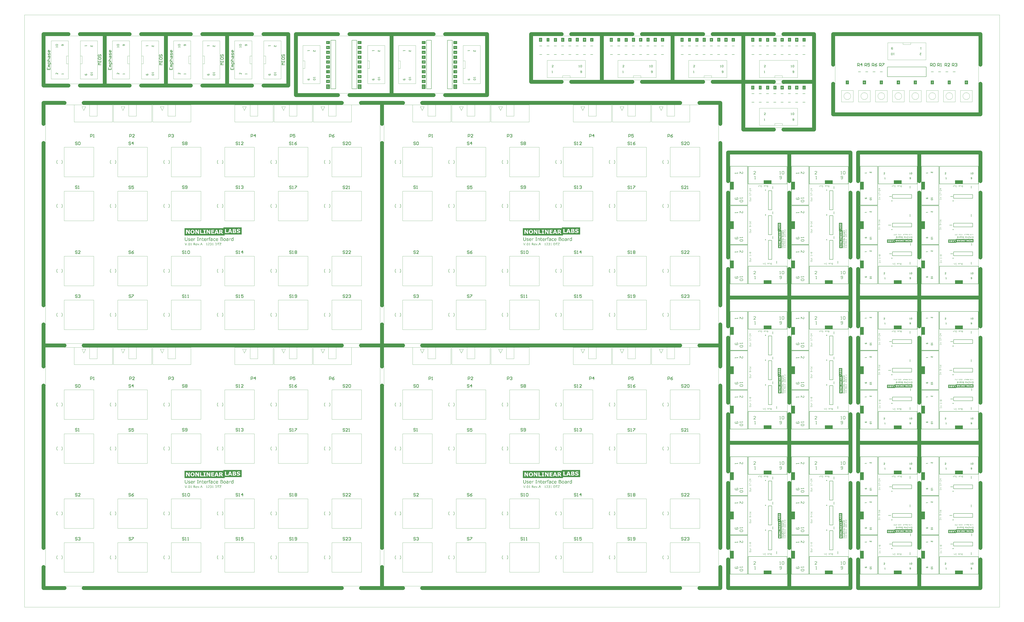
<source format=gto>
%FSLAX44Y44*%
%MOMM*%
G71*
G01*
G75*
%ADD10C,0.1000*%
%ADD11C,2.0000*%
%ADD12C,1.5000*%
%ADD13R,1.5000X1.4000*%
%ADD14C,0.3048*%
%ADD15C,0.6350*%
%ADD16C,0.4064*%
%ADD17O,0.6000X1.9000*%
G04:AMPARAMS|DCode=18|XSize=0.64mm|YSize=0.8mm|CornerRadius=0.064mm|HoleSize=0mm|Usage=FLASHONLY|Rotation=180.000|XOffset=0mm|YOffset=0mm|HoleType=Round|Shape=RoundedRectangle|*
%AMROUNDEDRECTD18*
21,1,0.6400,0.6720,0,0,180.0*
21,1,0.5120,0.8000,0,0,180.0*
1,1,0.1280,-0.2560,0.3360*
1,1,0.1280,0.2560,0.3360*
1,1,0.1280,0.2560,-0.3360*
1,1,0.1280,-0.2560,-0.3360*
%
%ADD18ROUNDEDRECTD18*%
G04:AMPARAMS|DCode=19|XSize=0.44mm|YSize=0.8mm|CornerRadius=0.044mm|HoleSize=0mm|Usage=FLASHONLY|Rotation=180.000|XOffset=0mm|YOffset=0mm|HoleType=Round|Shape=RoundedRectangle|*
%AMROUNDEDRECTD19*
21,1,0.4400,0.7120,0,0,180.0*
21,1,0.3520,0.8000,0,0,180.0*
1,1,0.0880,-0.1760,0.3560*
1,1,0.0880,0.1760,0.3560*
1,1,0.0880,0.1760,-0.3560*
1,1,0.0880,-0.1760,-0.3560*
%
%ADD19ROUNDEDRECTD19*%
%ADD20R,1.4000X1.5000*%
%ADD21C,0.2540*%
%ADD22C,1.0160*%
%ADD23C,0.5080*%
%ADD24C,0.7620*%
G04:AMPARAMS|DCode=25|XSize=0.64mm|YSize=0.8mm|CornerRadius=0.064mm|HoleSize=0mm|Usage=FLASHONLY|Rotation=90.000|XOffset=0mm|YOffset=0mm|HoleType=Round|Shape=RoundedRectangle|*
%AMROUNDEDRECTD25*
21,1,0.6400,0.6720,0,0,90.0*
21,1,0.5120,0.8000,0,0,90.0*
1,1,0.1280,0.3360,0.2560*
1,1,0.1280,0.3360,-0.2560*
1,1,0.1280,-0.3360,-0.2560*
1,1,0.1280,-0.3360,0.2560*
%
%ADD25ROUNDEDRECTD25*%
G04:AMPARAMS|DCode=26|XSize=0.44mm|YSize=0.8mm|CornerRadius=0.044mm|HoleSize=0mm|Usage=FLASHONLY|Rotation=90.000|XOffset=0mm|YOffset=0mm|HoleType=Round|Shape=RoundedRectangle|*
%AMROUNDEDRECTD26*
21,1,0.4400,0.7120,0,0,90.0*
21,1,0.3520,0.8000,0,0,90.0*
1,1,0.0880,0.3560,0.1760*
1,1,0.0880,0.3560,-0.1760*
1,1,0.0880,-0.3560,-0.1760*
1,1,0.0880,-0.3560,0.1760*
%
%ADD26ROUNDEDRECTD26*%
%ADD27O,2.2000X0.6000*%
%ADD28C,1.2700*%
G04:AMPARAMS|DCode=29|XSize=2.1mm|YSize=1.4mm|CornerRadius=0.14mm|HoleSize=0mm|Usage=FLASHONLY|Rotation=90.000|XOffset=0mm|YOffset=0mm|HoleType=Round|Shape=RoundedRectangle|*
%AMROUNDEDRECTD29*
21,1,2.1000,1.1200,0,0,90.0*
21,1,1.8200,1.4000,0,0,90.0*
1,1,0.2800,0.5600,0.9100*
1,1,0.2800,0.5600,-0.9100*
1,1,0.2800,-0.5600,-0.9100*
1,1,0.2800,-0.5600,0.9100*
%
%ADD29ROUNDEDRECTD29*%
%ADD30C,3.3000*%
%ADD31R,1.5000X1.5000*%
%ADD32C,1.6500*%
%ADD33R,1.6500X1.6500*%
%ADD34R,1.6500X1.6500*%
%ADD35C,0.7620*%
%ADD36C,1.8000*%
%ADD37C,1.1000*%
%ADD38O,1.5500X1.5000*%
%ADD39R,1.5000X1.5000*%
%ADD40C,0.2000*%
%ADD41C,0.1500*%
%ADD42C,0.2500*%
%ADD43C,0.1200*%
%ADD44C,0.1400*%
%ADD45R,4.1000X1.9000*%
%ADD46R,1.9000X4.1000*%
%ADD47C,0.1800*%
G36*
X3878904Y2979600D02*
X3895210D01*
Y2960150D01*
X3878904D01*
Y2979600D01*
D02*
G37*
G36*
X3993415Y2979783D02*
X4009510D01*
Y2960333D01*
X3993415D01*
Y2979783D01*
D02*
G37*
G36*
X3954357Y2979600D02*
X3971410D01*
Y2960333D01*
X3954357D01*
Y2979600D01*
D02*
G37*
G36*
X3917145Y2979783D02*
X3933310D01*
Y2960150D01*
X3917145D01*
Y2979783D01*
D02*
G37*
G36*
X3840746Y2979600D02*
X3855840D01*
Y2960291D01*
X3840746D01*
Y2979600D01*
D02*
G37*
G36*
X4030994Y2979783D02*
X4047610D01*
Y2960150D01*
X4030994D01*
Y2979783D01*
D02*
G37*
G36*
X3801279D02*
X3817740D01*
Y2960150D01*
X3801279D01*
Y2979783D01*
D02*
G37*
G36*
X4069319Y2979600D02*
X4085710D01*
Y2960333D01*
X4069319D01*
Y2979600D01*
D02*
G37*
%LPC*%
G36*
X4037864Y2965230D02*
X4038075D01*
X4038484Y2965244D01*
X4038865Y2965287D01*
X4039203Y2965357D01*
X4039485Y2965428D01*
X4039612Y2965470D01*
X4039725Y2965498D01*
X4039823Y2965526D01*
X4039908Y2965569D01*
X4039978Y2965583D01*
X4040021Y2965611D01*
X4040049Y2965625D01*
X4040063D01*
X4040359Y2965780D01*
X4040641Y2965963D01*
X4040866Y2966147D01*
X4041064Y2966316D01*
X4041233Y2966471D01*
X4041346Y2966598D01*
X4041416Y2966682D01*
X4041444Y2966696D01*
Y2966710D01*
X4041642Y2966992D01*
X4041811Y2967274D01*
X4041966Y2967556D01*
X4042079Y2967810D01*
X4042163Y2968035D01*
X4042206Y2968134D01*
X4042234Y2968219D01*
X4042248Y2968275D01*
X4042262Y2968331D01*
X4042276Y2968360D01*
Y2968374D01*
X4042361Y2968726D01*
X4042417Y2969107D01*
X4042473Y2969459D01*
X4042502Y2969797D01*
Y2969938D01*
X4042516Y2970080D01*
Y2970206D01*
X4042530Y2970305D01*
Y2970404D01*
Y2970460D01*
Y2970502D01*
Y2970516D01*
X4042516Y2970939D01*
X4042488Y2971334D01*
X4042445Y2971672D01*
X4042389Y2971968D01*
X4042361Y2972109D01*
X4042332Y2972222D01*
X4042318Y2972307D01*
X4042290Y2972391D01*
X4042276Y2972462D01*
X4042262Y2972504D01*
X4042248Y2972532D01*
Y2972546D01*
X4042135Y2972842D01*
X4042008Y2973110D01*
X4041867Y2973336D01*
X4041741Y2973533D01*
X4041628Y2973674D01*
X4041529Y2973787D01*
X4041473Y2973857D01*
X4041444Y2973885D01*
X4041275Y2974026D01*
X4041120Y2974153D01*
X4040951Y2974266D01*
X4040796Y2974351D01*
X4040669Y2974421D01*
X4040570Y2974464D01*
X4040500Y2974492D01*
X4040472Y2974506D01*
X4040260Y2974576D01*
X4040049Y2974619D01*
X4039838Y2974661D01*
X4039654Y2974675D01*
X4039485Y2974689D01*
X4039358Y2974703D01*
X4039245D01*
X4039006Y2974689D01*
X4038766Y2974661D01*
X4038541Y2974619D01*
X4038329Y2974562D01*
X4038132Y2974506D01*
X4037949Y2974421D01*
X4037765Y2974351D01*
X4037610Y2974266D01*
X4037469Y2974182D01*
X4037356Y2974111D01*
X4037244Y2974026D01*
X4037159Y2973970D01*
X4037089Y2973914D01*
X4037032Y2973871D01*
X4037004Y2973843D01*
X4036990Y2973829D01*
X4036835Y2973660D01*
X4036694Y2973477D01*
X4036567Y2973293D01*
X4036454Y2973110D01*
X4036370Y2972913D01*
X4036299Y2972730D01*
X4036186Y2972377D01*
X4036144Y2972208D01*
X4036116Y2972053D01*
X4036102Y2971926D01*
X4036088Y2971799D01*
X4036074Y2971701D01*
Y2971630D01*
Y2971588D01*
Y2971574D01*
X4036088Y2971278D01*
X4036116Y2971010D01*
X4036158Y2970770D01*
X4036215Y2970573D01*
X4036271Y2970418D01*
X4036313Y2970291D01*
X4036341Y2970220D01*
X4036356Y2970192D01*
X4036468Y2969981D01*
X4036595Y2969797D01*
X4036722Y2969642D01*
X4036863Y2969502D01*
X4036976Y2969389D01*
X4037075Y2969318D01*
X4037131Y2969262D01*
X4037159Y2969248D01*
X4037328Y2969135D01*
X4037497Y2969036D01*
X4037652Y2968966D01*
X4037793Y2968909D01*
X4037906Y2968867D01*
X4037991Y2968839D01*
X4038061Y2968811D01*
X4038075D01*
X4038245Y2968768D01*
X4038414Y2968740D01*
X4038597Y2968726D01*
X4038752Y2968712D01*
X4038893Y2968698D01*
X4039344D01*
X4039555Y2968726D01*
X4039753Y2968754D01*
X4039922Y2968782D01*
X4040063Y2968811D01*
X4040176Y2968839D01*
X4040232Y2968853D01*
X4040260Y2968867D01*
X4040444Y2968938D01*
X4040627Y2969008D01*
X4040796Y2969093D01*
X4040951Y2969163D01*
X4041078Y2969234D01*
X4041177Y2969290D01*
X4041233Y2969332D01*
X4041261Y2969346D01*
X4041233Y2969093D01*
X4041191Y2968839D01*
X4041134Y2968613D01*
X4041064Y2968402D01*
X4040993Y2968205D01*
X4040923Y2968021D01*
X4040838Y2967852D01*
X4040768Y2967697D01*
X4040683Y2967570D01*
X4040613Y2967457D01*
X4040542Y2967345D01*
X4040486Y2967274D01*
X4040429Y2967204D01*
X4040387Y2967161D01*
X4040373Y2967133D01*
X4040359Y2967119D01*
X4040204Y2966978D01*
X4040035Y2966837D01*
X4039866Y2966739D01*
X4039696Y2966640D01*
X4039527Y2966555D01*
X4039344Y2966485D01*
X4039006Y2966386D01*
X4038851Y2966358D01*
X4038710Y2966330D01*
X4038583Y2966316D01*
X4038470Y2966302D01*
X4038386Y2966288D01*
X4038259D01*
X4037991Y2966302D01*
X4037878Y2966316D01*
X4037765Y2966330D01*
X4037681Y2966344D01*
X4037610Y2966358D01*
X4037568Y2966372D01*
X4037554D01*
X4037427Y2966400D01*
X4037328Y2966428D01*
X4037230Y2966457D01*
X4037159Y2966485D01*
X4037103Y2966513D01*
X4037061Y2966527D01*
X4037046Y2966541D01*
X4036962D01*
Y2965371D01*
X4037145Y2965329D01*
X4037314Y2965301D01*
X4037371Y2965287D01*
X4037427Y2965273D01*
X4037469D01*
X4037667Y2965244D01*
X4037864Y2965230D01*
D02*
G37*
G36*
X3998552Y2965413D02*
X4004035D01*
Y2970108D01*
X4003753Y2970051D01*
X4003612Y2970037D01*
X4003485Y2970009D01*
X4003358Y2969995D01*
X4003274Y2969981D01*
X4003217Y2969967D01*
X4003189D01*
X4002809Y2969910D01*
X4002640Y2969896D01*
X4002470D01*
X4002344Y2969882D01*
X4001935D01*
X4001752Y2969896D01*
X4001582Y2969910D01*
X4001427Y2969924D01*
X4001300Y2969953D01*
X4001216Y2969967D01*
X4001145Y2969981D01*
X4001131D01*
X4000962Y2970023D01*
X4000807Y2970080D01*
X4000680Y2970122D01*
X4000567Y2970178D01*
X4000483Y2970234D01*
X4000412Y2970263D01*
X4000370Y2970291D01*
X4000356Y2970305D01*
X4000159Y2970474D01*
X4000018Y2970643D01*
X3999975Y2970714D01*
X3999933Y2970770D01*
X3999905Y2970812D01*
Y2970827D01*
X3999849Y2970953D01*
X3999806Y2971094D01*
X3999778Y2971221D01*
X3999750Y2971348D01*
Y2971461D01*
X3999736Y2971545D01*
Y2971602D01*
Y2971630D01*
Y2971799D01*
X3999764Y2971968D01*
X3999778Y2972109D01*
X3999806Y2972236D01*
X3999834Y2972335D01*
X3999849Y2972405D01*
X3999877Y2972462D01*
Y2972476D01*
X4000003Y2972730D01*
X4000074Y2972828D01*
X4000130Y2972927D01*
X4000187Y2972997D01*
X4000243Y2973054D01*
X4000271Y2973082D01*
X4000286Y2973096D01*
X4000412Y2973209D01*
X4000539Y2973293D01*
X4000666Y2973364D01*
X4000779Y2973434D01*
X4000877Y2973477D01*
X4000948Y2973505D01*
X4001004Y2973533D01*
X4001018D01*
X4001315Y2973604D01*
X4001455Y2973618D01*
X4001582Y2973632D01*
X4001695Y2973646D01*
X4001850D01*
X4002090Y2973632D01*
X4002329Y2973618D01*
X4002555Y2973575D01*
X4002752Y2973533D01*
X4002921Y2973505D01*
X4003063Y2973463D01*
X4003147Y2973448D01*
X4003161Y2973434D01*
X4003175D01*
X4003415Y2973350D01*
X4003641Y2973251D01*
X4003838Y2973167D01*
X4004007Y2973068D01*
X4004148Y2972997D01*
X4004261Y2972941D01*
X4004317Y2972899D01*
X4004345Y2972885D01*
X4004430D01*
Y2974182D01*
X4004247Y2974252D01*
X4004049Y2974323D01*
X4003866Y2974393D01*
X4003683Y2974449D01*
X4003514Y2974492D01*
X4003387Y2974520D01*
X4003302Y2974534D01*
X4003288Y2974548D01*
X4003274D01*
X4003020Y2974604D01*
X4002752Y2974633D01*
X4002513Y2974661D01*
X4002301Y2974689D01*
X4002104D01*
X4001963Y2974703D01*
X4001836D01*
X4001540Y2974689D01*
X4001272Y2974661D01*
X4001033Y2974633D01*
X4000835Y2974590D01*
X4000666Y2974548D01*
X4000539Y2974506D01*
X4000455Y2974492D01*
X4000426Y2974478D01*
X4000201Y2974379D01*
X4000003Y2974280D01*
X3999820Y2974167D01*
X3999665Y2974069D01*
X3999538Y2973970D01*
X3999440Y2973900D01*
X3999383Y2973843D01*
X3999369Y2973829D01*
X3999228Y2973674D01*
X3999101Y2973505D01*
X3998989Y2973336D01*
X3998904Y2973181D01*
X3998834Y2973040D01*
X3998777Y2972941D01*
X3998749Y2972871D01*
X3998735Y2972842D01*
X3998650Y2972631D01*
X3998594Y2972405D01*
X3998552Y2972208D01*
X3998523Y2972025D01*
X3998509Y2971856D01*
X3998495Y2971743D01*
Y2971658D01*
Y2971630D01*
X3998509Y2971348D01*
X3998537Y2971080D01*
X3998580Y2970855D01*
X3998636Y2970671D01*
X3998693Y2970516D01*
X3998735Y2970404D01*
X3998763Y2970333D01*
X3998777Y2970305D01*
X3998890Y2970108D01*
X3999003Y2969938D01*
X3999130Y2969797D01*
X3999256Y2969671D01*
X3999369Y2969572D01*
X3999454Y2969487D01*
X3999510Y2969445D01*
X3999538Y2969431D01*
X3999722Y2969318D01*
X3999891Y2969219D01*
X4000074Y2969149D01*
X4000229Y2969079D01*
X4000370Y2969036D01*
X4000469Y2969008D01*
X4000539Y2968980D01*
X4000567D01*
X4000779Y2968938D01*
X4001004Y2968909D01*
X4001216Y2968881D01*
X4001413Y2968867D01*
X4001582Y2968853D01*
X4002174D01*
X4002245Y2968867D01*
X4002344D01*
X4002541Y2968881D01*
X4002710Y2968895D01*
X4002766D01*
X4002823Y2968909D01*
X4002865D01*
Y2966485D01*
X3998552D01*
Y2965413D01*
D02*
G37*
G36*
X3960790D02*
X3961918D01*
X3966330Y2970559D01*
Y2971954D01*
X3961960D01*
Y2974520D01*
X3960790D01*
Y2971954D01*
X3959437D01*
Y2970982D01*
X3960790D01*
Y2965413D01*
D02*
G37*
G36*
X3847687Y2965371D02*
X3848631D01*
X3848645Y2965512D01*
X3848674Y2965639D01*
X3848702Y2965752D01*
X3848744Y2965851D01*
X3848772Y2965921D01*
X3848800Y2965977D01*
X3848815Y2966005D01*
X3848829Y2966020D01*
X3848956Y2966175D01*
X3849111Y2966288D01*
X3849167Y2966344D01*
X3849223Y2966372D01*
X3849252Y2966386D01*
X3849266Y2966400D01*
X3849364Y2966442D01*
X3849463Y2966471D01*
X3849689Y2966527D01*
X3849787Y2966555D01*
X3849872Y2966569D01*
X3849928Y2966583D01*
X3849942D01*
X3850252Y2966612D01*
X3850393Y2966626D01*
X3850520D01*
X3850619Y2966640D01*
X3850760D01*
Y2967472D01*
X3848857D01*
Y2973589D01*
X3850760D01*
Y2974520D01*
X3845826D01*
Y2973589D01*
X3847687D01*
Y2965371D01*
D02*
G37*
G36*
X3809446Y2965230D02*
X3809516D01*
X3809812Y2965244D01*
X3810080Y2965287D01*
X3810334Y2965343D01*
X3810574Y2965413D01*
X3810785Y2965498D01*
X3810982Y2965597D01*
X3811152Y2965710D01*
X3811321Y2965808D01*
X3811447Y2965921D01*
X3811574Y2966034D01*
X3811673Y2966132D01*
X3811758Y2966217D01*
X3811814Y2966288D01*
X3811856Y2966344D01*
X3811885Y2966386D01*
X3811899Y2966400D01*
X3812025Y2966626D01*
X3812152Y2966879D01*
X3812251Y2967161D01*
X3812336Y2967443D01*
X3812477Y2968035D01*
X3812561Y2968628D01*
X3812589Y2968895D01*
X3812618Y2969149D01*
X3812632Y2969389D01*
X3812646Y2969586D01*
X3812660Y2969755D01*
Y2969868D01*
Y2969953D01*
Y2969967D01*
Y2969981D01*
X3812646Y2970418D01*
X3812632Y2970827D01*
X3812589Y2971207D01*
X3812547Y2971559D01*
X3812491Y2971870D01*
X3812420Y2972166D01*
X3812350Y2972434D01*
X3812279Y2972673D01*
X3812223Y2972871D01*
X3812152Y2973054D01*
X3812082Y2973209D01*
X3812025Y2973322D01*
X3811983Y2973420D01*
X3811941Y2973491D01*
X3811927Y2973533D01*
X3811913Y2973547D01*
X3811758Y2973745D01*
X3811589Y2973928D01*
X3811405Y2974083D01*
X3811222Y2974210D01*
X3811025Y2974323D01*
X3810813Y2974421D01*
X3810616Y2974492D01*
X3810433Y2974562D01*
X3810249Y2974604D01*
X3810080Y2974647D01*
X3809925Y2974661D01*
X3809784Y2974689D01*
X3809671D01*
X3809587Y2974703D01*
X3809516D01*
X3809220Y2974689D01*
X3808953Y2974647D01*
X3808699Y2974590D01*
X3808459Y2974520D01*
X3808248Y2974435D01*
X3808050Y2974337D01*
X3807867Y2974238D01*
X3807712Y2974125D01*
X3807585Y2974026D01*
X3807458Y2973928D01*
X3807360Y2973829D01*
X3807275Y2973745D01*
X3807219Y2973660D01*
X3807176Y2973604D01*
X3807148Y2973575D01*
X3807134Y2973561D01*
X3806993Y2973336D01*
X3806880Y2973082D01*
X3806767Y2972800D01*
X3806683Y2972518D01*
X3806542Y2971926D01*
X3806457Y2971334D01*
X3806429Y2971066D01*
X3806401Y2970798D01*
X3806387Y2970573D01*
X3806373Y2970361D01*
X3806359Y2970206D01*
Y2970080D01*
Y2969995D01*
Y2969967D01*
X3806373Y2969530D01*
X3806387Y2969135D01*
X3806429Y2968754D01*
X3806471Y2968402D01*
X3806528Y2968092D01*
X3806598Y2967796D01*
X3806669Y2967528D01*
X3806739Y2967302D01*
X3806810Y2967091D01*
X3806880Y2966908D01*
X3806937Y2966753D01*
X3807007Y2966640D01*
X3807049Y2966541D01*
X3807092Y2966471D01*
X3807106Y2966428D01*
X3807120Y2966414D01*
X3807275Y2966203D01*
X3807444Y2966020D01*
X3807627Y2965865D01*
X3807811Y2965724D01*
X3808008Y2965611D01*
X3808205Y2965512D01*
X3808417Y2965442D01*
X3808600Y2965371D01*
X3808783Y2965329D01*
X3808953Y2965287D01*
X3809107Y2965273D01*
X3809248Y2965244D01*
X3809361D01*
X3809446Y2965230D01*
D02*
G37*
G36*
X3887212D02*
X3887353D01*
X3887607Y2965244D01*
X3887860Y2965258D01*
X3888100Y2965287D01*
X3888311Y2965315D01*
X3888495Y2965357D01*
X3888636Y2965385D01*
X3888692Y2965399D01*
X3888734D01*
X3888748Y2965413D01*
X3888763D01*
X3889016Y2965484D01*
X3889242Y2965554D01*
X3889439Y2965625D01*
X3889608Y2965681D01*
X3889735Y2965738D01*
X3889820Y2965766D01*
X3889890Y2965794D01*
X3889904Y2965808D01*
Y2967091D01*
X3889848D01*
X3889622Y2966950D01*
X3889383Y2966837D01*
X3889171Y2966725D01*
X3888988Y2966640D01*
X3888833Y2966583D01*
X3888706Y2966541D01*
X3888622Y2966513D01*
X3888593Y2966499D01*
X3888354Y2966428D01*
X3888128Y2966372D01*
X3887931Y2966344D01*
X3887747Y2966316D01*
X3887592Y2966302D01*
X3887480Y2966288D01*
X3887381D01*
X3887085Y2966302D01*
X3886831Y2966344D01*
X3886606Y2966414D01*
X3886422Y2966485D01*
X3886281Y2966569D01*
X3886169Y2966626D01*
X3886112Y2966682D01*
X3886084Y2966696D01*
X3885929Y2966851D01*
X3885802Y2967035D01*
X3885717Y2967218D01*
X3885661Y2967387D01*
X3885633Y2967556D01*
X3885605Y2967683D01*
Y2967768D01*
Y2967782D01*
Y2967796D01*
X3885619Y2968078D01*
X3885675Y2968346D01*
X3885746Y2968599D01*
X3885816Y2968811D01*
X3885901Y2968994D01*
X3885971Y2969135D01*
X3885999Y2969177D01*
X3886028Y2969219D01*
X3886042Y2969234D01*
Y2969248D01*
X3886126Y2969375D01*
X3886239Y2969516D01*
X3886479Y2969812D01*
X3886747Y2970108D01*
X3887014Y2970404D01*
X3887254Y2970657D01*
X3887367Y2970770D01*
X3887466Y2970869D01*
X3887536Y2970939D01*
X3887592Y2970996D01*
X3887635Y2971038D01*
X3887649Y2971052D01*
X3888072Y2971447D01*
X3888283Y2971630D01*
X3888466Y2971799D01*
X3888622Y2971940D01*
X3888748Y2972039D01*
X3888833Y2972109D01*
X3888847Y2972137D01*
X3888861D01*
X3889101Y2972349D01*
X3889326Y2972546D01*
X3889538Y2972730D01*
X3889735Y2972899D01*
X3889890Y2973040D01*
X3890017Y2973138D01*
X3890102Y2973209D01*
X3890116Y2973237D01*
X3890130D01*
Y2974520D01*
X3883984D01*
Y2973463D01*
X3888875D01*
X3888410Y2973082D01*
X3888199Y2972885D01*
X3888001Y2972715D01*
X3887832Y2972574D01*
X3887691Y2972462D01*
X3887607Y2972391D01*
X3887592Y2972363D01*
X3887578D01*
X3887310Y2972137D01*
X3887071Y2971912D01*
X3886845Y2971701D01*
X3886634Y2971503D01*
X3886465Y2971348D01*
X3886338Y2971221D01*
X3886253Y2971137D01*
X3886225Y2971108D01*
X3886056Y2970953D01*
X3885915Y2970798D01*
X3885788Y2970657D01*
X3885661Y2970545D01*
X3885577Y2970446D01*
X3885506Y2970375D01*
X3885464Y2970319D01*
X3885450Y2970305D01*
X3885224Y2970037D01*
X3885126Y2969910D01*
X3885041Y2969797D01*
X3884985Y2969699D01*
X3884928Y2969628D01*
X3884900Y2969572D01*
X3884886Y2969558D01*
X3884717Y2969248D01*
X3884660Y2969107D01*
X3884604Y2968980D01*
X3884562Y2968867D01*
X3884533Y2968782D01*
X3884505Y2968726D01*
Y2968712D01*
X3884421Y2968374D01*
X3884392Y2968205D01*
X3884378Y2968050D01*
X3884364Y2967923D01*
Y2967824D01*
Y2967768D01*
Y2967739D01*
X3884378Y2967528D01*
X3884392Y2967331D01*
X3884435Y2967147D01*
X3884491Y2966964D01*
X3884618Y2966654D01*
X3884759Y2966386D01*
X3884844Y2966273D01*
X3884914Y2966175D01*
X3884985Y2966104D01*
X3885041Y2966034D01*
X3885097Y2965977D01*
X3885140Y2965935D01*
X3885154Y2965921D01*
X3885168Y2965907D01*
X3885323Y2965794D01*
X3885492Y2965681D01*
X3885844Y2965512D01*
X3886211Y2965399D01*
X3886549Y2965315D01*
X3886718Y2965287D01*
X3886873Y2965258D01*
X3887000Y2965244D01*
X3887127D01*
X3887212Y2965230D01*
D02*
G37*
G36*
X4074399Y2965413D02*
X4080630D01*
Y2966485D01*
X4075457D01*
X4079826Y2974520D01*
X4078515D01*
X4074399Y2966781D01*
Y2965413D01*
D02*
G37*
G36*
X3925157Y2965230D02*
X3925396D01*
X3925650Y2965244D01*
X3925904Y2965258D01*
X3926143Y2965287D01*
X3926369Y2965315D01*
X3926552Y2965357D01*
X3926693Y2965385D01*
X3926750Y2965399D01*
X3926792D01*
X3926806Y2965413D01*
X3926820D01*
X3927074Y2965484D01*
X3927299Y2965554D01*
X3927497Y2965625D01*
X3927666Y2965681D01*
X3927793Y2965738D01*
X3927878Y2965766D01*
X3927948Y2965794D01*
X3927962Y2965808D01*
Y2967091D01*
X3927906D01*
X3927680Y2966950D01*
X3927469Y2966837D01*
X3927257Y2966739D01*
X3927074Y2966654D01*
X3926919Y2966583D01*
X3926792Y2966541D01*
X3926707Y2966513D01*
X3926679Y2966499D01*
X3926440Y2966428D01*
X3926200Y2966372D01*
X3925988Y2966344D01*
X3925805Y2966316D01*
X3925650Y2966302D01*
X3925537Y2966288D01*
X3925439D01*
X3925171Y2966302D01*
X3925058Y2966316D01*
X3924959D01*
X3924875Y2966330D01*
X3924818Y2966344D01*
X3924776Y2966358D01*
X3924762D01*
X3924537Y2966414D01*
X3924438Y2966442D01*
X3924353Y2966485D01*
X3924283Y2966513D01*
X3924226Y2966541D01*
X3924198Y2966555D01*
X3924184Y2966569D01*
X3924015Y2966710D01*
X3923888Y2966837D01*
X3923846Y2966908D01*
X3923818Y2966950D01*
X3923789Y2966978D01*
Y2966992D01*
X3923705Y2967176D01*
X3923663Y2967359D01*
X3923648Y2967443D01*
Y2967500D01*
Y2967542D01*
Y2967556D01*
X3923677Y2967824D01*
X3923733Y2968050D01*
X3923832Y2968247D01*
X3923930Y2968402D01*
X3924029Y2968529D01*
X3924128Y2968628D01*
X3924184Y2968684D01*
X3924212Y2968698D01*
X3924438Y2968825D01*
X3924677Y2968924D01*
X3924931Y2968980D01*
X3925171Y2969036D01*
X3925382Y2969065D01*
X3925467D01*
X3925551Y2969079D01*
X3926129D01*
Y2970094D01*
X3925580D01*
X3925255Y2970108D01*
X3925115Y2970122D01*
X3924988D01*
X3924889Y2970136D01*
X3924804Y2970150D01*
X3924748Y2970164D01*
X3924734D01*
X3924593Y2970192D01*
X3924466Y2970234D01*
X3924339Y2970277D01*
X3924240Y2970319D01*
X3924170Y2970361D01*
X3924114Y2970404D01*
X3924071Y2970418D01*
X3924057Y2970432D01*
X3923874Y2970587D01*
X3923747Y2970756D01*
X3923691Y2970827D01*
X3923663Y2970883D01*
X3923634Y2970925D01*
Y2970939D01*
X3923578Y2971066D01*
X3923536Y2971193D01*
X3923507Y2971334D01*
X3923479Y2971461D01*
Y2971574D01*
X3923465Y2971658D01*
Y2971715D01*
Y2971743D01*
Y2971926D01*
X3923493Y2972081D01*
X3923507Y2972222D01*
X3923536Y2972335D01*
X3923564Y2972434D01*
X3923578Y2972504D01*
X3923606Y2972546D01*
Y2972560D01*
X3923733Y2972786D01*
X3923803Y2972885D01*
X3923874Y2972983D01*
X3923930Y2973054D01*
X3923987Y2973110D01*
X3924015Y2973138D01*
X3924029Y2973152D01*
X3924142Y2973237D01*
X3924254Y2973308D01*
X3924480Y2973420D01*
X3924579Y2973463D01*
X3924663Y2973491D01*
X3924720Y2973519D01*
X3924734D01*
X3925044Y2973589D01*
X3925185Y2973618D01*
X3925312Y2973632D01*
X3925410D01*
X3925481Y2973646D01*
X3925551D01*
X3925805Y2973632D01*
X3926045Y2973604D01*
X3926270Y2973575D01*
X3926482Y2973533D01*
X3926665Y2973491D01*
X3926792Y2973448D01*
X3926848Y2973434D01*
X3926891D01*
X3926905Y2973420D01*
X3926919D01*
X3927173Y2973336D01*
X3927412Y2973237D01*
X3927610Y2973138D01*
X3927793Y2973040D01*
X3927948Y2972969D01*
X3928047Y2972899D01*
X3928117Y2972857D01*
X3928145Y2972842D01*
X3928230D01*
Y2974139D01*
X3928047Y2974210D01*
X3927849Y2974294D01*
X3927652Y2974351D01*
X3927455Y2974407D01*
X3927285Y2974449D01*
X3927159Y2974492D01*
X3927102Y2974506D01*
X3927060D01*
X3927046Y2974520D01*
X3927032D01*
X3926750Y2974576D01*
X3926482Y2974619D01*
X3926242Y2974661D01*
X3926003Y2974675D01*
X3925819Y2974689D01*
X3925664Y2974703D01*
X3925537D01*
X3925269Y2974689D01*
X3925002Y2974675D01*
X3924776Y2974647D01*
X3924579Y2974604D01*
X3924410Y2974562D01*
X3924283Y2974534D01*
X3924198Y2974520D01*
X3924170Y2974506D01*
X3923944Y2974421D01*
X3923747Y2974323D01*
X3923564Y2974224D01*
X3923395Y2974111D01*
X3923268Y2974026D01*
X3923183Y2973942D01*
X3923113Y2973885D01*
X3923099Y2973871D01*
X3922958Y2973716D01*
X3922831Y2973575D01*
X3922718Y2973420D01*
X3922633Y2973279D01*
X3922563Y2973152D01*
X3922507Y2973054D01*
X3922478Y2972997D01*
X3922464Y2972969D01*
X3922380Y2972772D01*
X3922323Y2972574D01*
X3922281Y2972377D01*
X3922253Y2972208D01*
X3922239Y2972053D01*
X3922225Y2971926D01*
Y2971856D01*
Y2971827D01*
X3922239Y2971602D01*
X3922253Y2971405D01*
X3922281Y2971235D01*
X3922323Y2971080D01*
X3922366Y2970968D01*
X3922394Y2970883D01*
X3922408Y2970827D01*
X3922422Y2970812D01*
X3922492Y2970671D01*
X3922577Y2970531D01*
X3922648Y2970418D01*
X3922732Y2970333D01*
X3922803Y2970249D01*
X3922845Y2970192D01*
X3922887Y2970164D01*
X3922901Y2970150D01*
X3923113Y2969981D01*
X3923324Y2969868D01*
X3923409Y2969812D01*
X3923479Y2969783D01*
X3923536Y2969755D01*
X3923550D01*
X3923818Y2969656D01*
X3923930Y2969628D01*
X3924029Y2969600D01*
X3924114Y2969572D01*
X3924170D01*
X3924212Y2969558D01*
X3924226D01*
Y2969473D01*
X3923959Y2969403D01*
X3923719Y2969290D01*
X3923507Y2969177D01*
X3923310Y2969050D01*
X3923169Y2968938D01*
X3923056Y2968839D01*
X3922986Y2968782D01*
X3922958Y2968754D01*
X3922774Y2968529D01*
X3922633Y2968303D01*
X3922535Y2968092D01*
X3922478Y2967880D01*
X3922436Y2967697D01*
X3922422Y2967556D01*
X3922408Y2967500D01*
Y2967457D01*
Y2967443D01*
Y2967429D01*
X3922422Y2967232D01*
X3922450Y2967049D01*
X3922478Y2966879D01*
X3922521Y2966739D01*
X3922577Y2966626D01*
X3922605Y2966541D01*
X3922633Y2966485D01*
X3922648Y2966471D01*
X3922746Y2966316D01*
X3922845Y2966175D01*
X3922958Y2966062D01*
X3923056Y2965949D01*
X3923155Y2965865D01*
X3923240Y2965808D01*
X3923296Y2965766D01*
X3923310Y2965752D01*
X3923620Y2965583D01*
X3923775Y2965512D01*
X3923916Y2965456D01*
X3924043Y2965413D01*
X3924142Y2965385D01*
X3924198Y2965357D01*
X3924226D01*
X3924424Y2965315D01*
X3924621Y2965287D01*
X3924818Y2965258D01*
X3925002Y2965244D01*
X3925157Y2965230D01*
D02*
G37*
%LPD*%
G36*
X3809305Y2966259D02*
X3809122Y2966288D01*
X3808967Y2966316D01*
X3808826Y2966358D01*
X3808713Y2966414D01*
X3808642Y2966442D01*
X3808586Y2966471D01*
X3808572Y2966485D01*
X3808431Y2966583D01*
X3808318Y2966696D01*
X3808219Y2966823D01*
X3808135Y2966936D01*
X3808064Y2967035D01*
X3808022Y2967119D01*
X3807994Y2967176D01*
X3807980Y2967204D01*
X3807895Y2967387D01*
X3807839Y2967584D01*
X3807782Y2967768D01*
X3807740Y2967951D01*
X3807712Y2968120D01*
X3807698Y2968247D01*
X3807684Y2968331D01*
Y2968346D01*
Y2968360D01*
X3807656Y2968628D01*
X3807627Y2968895D01*
X3807613Y2969163D01*
Y2969417D01*
X3807599Y2969642D01*
Y2969727D01*
Y2969812D01*
Y2969882D01*
Y2969924D01*
Y2969953D01*
Y2969967D01*
Y2970305D01*
X3807613Y2970615D01*
X3807627Y2970883D01*
X3807642Y2971123D01*
X3807656Y2971320D01*
X3807670Y2971461D01*
Y2971503D01*
X3807684Y2971545D01*
Y2971559D01*
Y2971574D01*
X3807712Y2971813D01*
X3807754Y2972039D01*
X3807811Y2972236D01*
X3807853Y2972405D01*
X3807909Y2972546D01*
X3807938Y2972659D01*
X3807966Y2972715D01*
X3807980Y2972744D01*
X3808064Y2972913D01*
X3808149Y2973054D01*
X3808248Y2973181D01*
X3808346Y2973279D01*
X3808431Y2973364D01*
X3808501Y2973420D01*
X3808544Y2973448D01*
X3808558Y2973463D01*
X3808713Y2973533D01*
X3808868Y2973589D01*
X3809023Y2973632D01*
X3809178Y2973660D01*
X3809319Y2973674D01*
X3809418Y2973688D01*
X3809516D01*
X3809728Y2973674D01*
X3809925Y2973646D01*
X3810094Y2973618D01*
X3810235Y2973561D01*
X3810348Y2973519D01*
X3810433Y2973491D01*
X3810489Y2973463D01*
X3810503Y2973448D01*
X3810630Y2973350D01*
X3810743Y2973223D01*
X3810841Y2973110D01*
X3810926Y2972983D01*
X3810982Y2972885D01*
X3811025Y2972800D01*
X3811053Y2972730D01*
X3811067Y2972715D01*
X3811137Y2972518D01*
X3811208Y2972321D01*
X3811264Y2972137D01*
X3811293Y2971954D01*
X3811335Y2971799D01*
X3811349Y2971686D01*
X3811363Y2971602D01*
Y2971574D01*
X3811377Y2971320D01*
X3811391Y2971052D01*
X3811405Y2970784D01*
Y2970531D01*
X3811419Y2970319D01*
Y2970220D01*
Y2970136D01*
Y2970065D01*
Y2970023D01*
Y2969995D01*
Y2969981D01*
Y2969656D01*
X3811405Y2969360D01*
X3811391Y2969093D01*
X3811377Y2968853D01*
Y2968656D01*
X3811363Y2968515D01*
X3811349Y2968458D01*
Y2968416D01*
Y2968402D01*
Y2968388D01*
X3811321Y2968120D01*
X3811278Y2967894D01*
X3811222Y2967697D01*
X3811180Y2967514D01*
X3811137Y2967387D01*
X3811095Y2967288D01*
X3811081Y2967218D01*
X3811067Y2967204D01*
X3810982Y2967035D01*
X3810884Y2966894D01*
X3810785Y2966767D01*
X3810686Y2966668D01*
X3810602Y2966583D01*
X3810531Y2966527D01*
X3810489Y2966499D01*
X3810475Y2966485D01*
X3810320Y2966400D01*
X3810165Y2966344D01*
X3810010Y2966302D01*
X3809855Y2966273D01*
X3809714Y2966259D01*
X3809615Y2966245D01*
X3809516D01*
X3809305Y2966259D01*
D02*
G37*
G36*
X3961960Y2970982D02*
X3965498D01*
X3961960Y2966879D01*
Y2970982D01*
D02*
G37*
G36*
X4039119Y2969727D02*
X4038992Y2969741D01*
X4038879D01*
X4038794Y2969755D01*
X4038724Y2969769D01*
X4038682Y2969783D01*
X4038667D01*
X4038428Y2969840D01*
X4038315Y2969882D01*
X4038230Y2969924D01*
X4038160Y2969967D01*
X4038089Y2970009D01*
X4038061Y2970023D01*
X4038047Y2970037D01*
X4037906Y2970136D01*
X4037793Y2970249D01*
X4037695Y2970361D01*
X4037610Y2970460D01*
X4037554Y2970545D01*
X4037512Y2970615D01*
X4037497Y2970671D01*
X4037483Y2970686D01*
X4037427Y2970827D01*
X4037385Y2970982D01*
X4037356Y2971137D01*
X4037328Y2971292D01*
Y2971419D01*
X4037314Y2971517D01*
Y2971588D01*
Y2971616D01*
X4037342Y2971968D01*
X4037399Y2972279D01*
X4037483Y2972546D01*
X4037568Y2972758D01*
X4037667Y2972927D01*
X4037751Y2973054D01*
X4037808Y2973124D01*
X4037836Y2973152D01*
X4038047Y2973336D01*
X4038273Y2973463D01*
X4038498Y2973561D01*
X4038724Y2973618D01*
X4038921Y2973660D01*
X4039090Y2973674D01*
X4039147Y2973688D01*
X4039231D01*
X4039499Y2973674D01*
X4039626Y2973646D01*
X4039725Y2973632D01*
X4039809Y2973604D01*
X4039880Y2973589D01*
X4039922Y2973575D01*
X4039936D01*
X4040162Y2973463D01*
X4040274Y2973392D01*
X4040359Y2973336D01*
X4040429Y2973265D01*
X4040486Y2973223D01*
X4040528Y2973195D01*
X4040542Y2973181D01*
X4040669Y2973054D01*
X4040782Y2972913D01*
X4040866Y2972758D01*
X4040951Y2972617D01*
X4041007Y2972504D01*
X4041050Y2972391D01*
X4041078Y2972335D01*
X4041092Y2972307D01*
X4041163Y2972081D01*
X4041205Y2971827D01*
X4041247Y2971574D01*
X4041261Y2971334D01*
X4041275Y2971123D01*
X4041289Y2971024D01*
Y2970939D01*
Y2970883D01*
Y2970827D01*
Y2970798D01*
Y2970784D01*
Y2970657D01*
Y2970559D01*
Y2970502D01*
Y2970474D01*
Y2970375D01*
X4041275Y2970305D01*
Y2970249D01*
Y2970220D01*
X4040923Y2970051D01*
X4040768Y2969995D01*
X4040641Y2969938D01*
X4040528Y2969896D01*
X4040429Y2969868D01*
X4040373Y2969840D01*
X4040359D01*
X4040021Y2969769D01*
X4039852Y2969741D01*
X4039696Y2969727D01*
X4039570Y2969713D01*
X4039386D01*
X4039119Y2969727D01*
D02*
G37*
G36*
X3508904Y2979600D02*
X3525210D01*
Y2960150D01*
X3508904D01*
Y2979600D01*
D02*
G37*
G36*
X3623415Y2979783D02*
X3639510D01*
Y2960333D01*
X3623415D01*
Y2979783D01*
D02*
G37*
G36*
X3584357Y2979600D02*
X3601410D01*
Y2960333D01*
X3584357D01*
Y2979600D01*
D02*
G37*
G36*
X3547145Y2979783D02*
X3563310D01*
Y2960150D01*
X3547145D01*
Y2979783D01*
D02*
G37*
G36*
X3470746Y2979600D02*
X3485840D01*
Y2960291D01*
X3470746D01*
Y2979600D01*
D02*
G37*
G36*
X3660994Y2979783D02*
X3677610D01*
Y2960150D01*
X3660994D01*
Y2979783D01*
D02*
G37*
G36*
X3431279D02*
X3447740D01*
Y2960150D01*
X3431279D01*
Y2979783D01*
D02*
G37*
G36*
X3699319Y2979600D02*
X3715710D01*
Y2960333D01*
X3699319D01*
Y2979600D01*
D02*
G37*
%LPC*%
G36*
X3667864Y2965230D02*
X3668075D01*
X3668484Y2965244D01*
X3668865Y2965287D01*
X3669203Y2965357D01*
X3669485Y2965428D01*
X3669612Y2965470D01*
X3669725Y2965498D01*
X3669823Y2965526D01*
X3669908Y2965569D01*
X3669978Y2965583D01*
X3670021Y2965611D01*
X3670049Y2965625D01*
X3670063D01*
X3670359Y2965780D01*
X3670641Y2965963D01*
X3670866Y2966147D01*
X3671064Y2966316D01*
X3671233Y2966471D01*
X3671346Y2966598D01*
X3671416Y2966682D01*
X3671444Y2966696D01*
Y2966710D01*
X3671642Y2966992D01*
X3671811Y2967274D01*
X3671966Y2967556D01*
X3672079Y2967810D01*
X3672163Y2968035D01*
X3672206Y2968134D01*
X3672234Y2968219D01*
X3672248Y2968275D01*
X3672262Y2968331D01*
X3672276Y2968360D01*
Y2968374D01*
X3672361Y2968726D01*
X3672417Y2969107D01*
X3672473Y2969459D01*
X3672502Y2969797D01*
Y2969938D01*
X3672516Y2970080D01*
Y2970206D01*
X3672530Y2970305D01*
Y2970404D01*
Y2970460D01*
Y2970502D01*
Y2970516D01*
X3672516Y2970939D01*
X3672488Y2971334D01*
X3672445Y2971672D01*
X3672389Y2971968D01*
X3672361Y2972109D01*
X3672332Y2972222D01*
X3672318Y2972307D01*
X3672290Y2972391D01*
X3672276Y2972462D01*
X3672262Y2972504D01*
X3672248Y2972532D01*
Y2972546D01*
X3672135Y2972842D01*
X3672008Y2973110D01*
X3671867Y2973336D01*
X3671741Y2973533D01*
X3671628Y2973674D01*
X3671529Y2973787D01*
X3671473Y2973857D01*
X3671444Y2973885D01*
X3671275Y2974026D01*
X3671120Y2974153D01*
X3670951Y2974266D01*
X3670796Y2974351D01*
X3670669Y2974421D01*
X3670570Y2974464D01*
X3670500Y2974492D01*
X3670472Y2974506D01*
X3670260Y2974576D01*
X3670049Y2974619D01*
X3669838Y2974661D01*
X3669654Y2974675D01*
X3669485Y2974689D01*
X3669358Y2974703D01*
X3669245D01*
X3669006Y2974689D01*
X3668766Y2974661D01*
X3668541Y2974619D01*
X3668329Y2974562D01*
X3668132Y2974506D01*
X3667949Y2974421D01*
X3667765Y2974351D01*
X3667610Y2974266D01*
X3667469Y2974182D01*
X3667356Y2974111D01*
X3667244Y2974026D01*
X3667159Y2973970D01*
X3667089Y2973914D01*
X3667032Y2973871D01*
X3667004Y2973843D01*
X3666990Y2973829D01*
X3666835Y2973660D01*
X3666694Y2973477D01*
X3666567Y2973293D01*
X3666454Y2973110D01*
X3666370Y2972913D01*
X3666299Y2972730D01*
X3666186Y2972377D01*
X3666144Y2972208D01*
X3666116Y2972053D01*
X3666102Y2971926D01*
X3666088Y2971799D01*
X3666074Y2971701D01*
Y2971630D01*
Y2971588D01*
Y2971574D01*
X3666088Y2971278D01*
X3666116Y2971010D01*
X3666158Y2970770D01*
X3666215Y2970573D01*
X3666271Y2970418D01*
X3666313Y2970291D01*
X3666341Y2970220D01*
X3666356Y2970192D01*
X3666468Y2969981D01*
X3666595Y2969797D01*
X3666722Y2969642D01*
X3666863Y2969502D01*
X3666976Y2969389D01*
X3667075Y2969318D01*
X3667131Y2969262D01*
X3667159Y2969248D01*
X3667328Y2969135D01*
X3667497Y2969036D01*
X3667652Y2968966D01*
X3667793Y2968909D01*
X3667906Y2968867D01*
X3667991Y2968839D01*
X3668061Y2968811D01*
X3668075D01*
X3668245Y2968768D01*
X3668414Y2968740D01*
X3668597Y2968726D01*
X3668752Y2968712D01*
X3668893Y2968698D01*
X3669344D01*
X3669555Y2968726D01*
X3669753Y2968754D01*
X3669922Y2968782D01*
X3670063Y2968811D01*
X3670176Y2968839D01*
X3670232Y2968853D01*
X3670260Y2968867D01*
X3670444Y2968938D01*
X3670627Y2969008D01*
X3670796Y2969093D01*
X3670951Y2969163D01*
X3671078Y2969234D01*
X3671177Y2969290D01*
X3671233Y2969332D01*
X3671261Y2969346D01*
X3671233Y2969093D01*
X3671191Y2968839D01*
X3671134Y2968613D01*
X3671064Y2968402D01*
X3670993Y2968205D01*
X3670923Y2968021D01*
X3670838Y2967852D01*
X3670768Y2967697D01*
X3670683Y2967570D01*
X3670613Y2967457D01*
X3670542Y2967345D01*
X3670486Y2967274D01*
X3670429Y2967204D01*
X3670387Y2967161D01*
X3670373Y2967133D01*
X3670359Y2967119D01*
X3670204Y2966978D01*
X3670035Y2966837D01*
X3669866Y2966739D01*
X3669696Y2966640D01*
X3669527Y2966555D01*
X3669344Y2966485D01*
X3669006Y2966386D01*
X3668851Y2966358D01*
X3668710Y2966330D01*
X3668583Y2966316D01*
X3668470Y2966302D01*
X3668386Y2966288D01*
X3668259D01*
X3667991Y2966302D01*
X3667878Y2966316D01*
X3667765Y2966330D01*
X3667681Y2966344D01*
X3667610Y2966358D01*
X3667568Y2966372D01*
X3667554D01*
X3667427Y2966400D01*
X3667328Y2966428D01*
X3667230Y2966457D01*
X3667159Y2966485D01*
X3667103Y2966513D01*
X3667061Y2966527D01*
X3667046Y2966541D01*
X3666962D01*
Y2965371D01*
X3667145Y2965329D01*
X3667314Y2965301D01*
X3667371Y2965287D01*
X3667427Y2965273D01*
X3667469D01*
X3667667Y2965244D01*
X3667864Y2965230D01*
D02*
G37*
G36*
X3628552Y2965413D02*
X3634035D01*
Y2970108D01*
X3633753Y2970051D01*
X3633612Y2970037D01*
X3633485Y2970009D01*
X3633358Y2969995D01*
X3633274Y2969981D01*
X3633218Y2969967D01*
X3633189D01*
X3632809Y2969910D01*
X3632640Y2969896D01*
X3632470D01*
X3632344Y2969882D01*
X3631935D01*
X3631752Y2969896D01*
X3631582Y2969910D01*
X3631427Y2969924D01*
X3631300Y2969953D01*
X3631216Y2969967D01*
X3631145Y2969981D01*
X3631131D01*
X3630962Y2970023D01*
X3630807Y2970080D01*
X3630680Y2970122D01*
X3630567Y2970178D01*
X3630483Y2970234D01*
X3630412Y2970263D01*
X3630370Y2970291D01*
X3630356Y2970305D01*
X3630159Y2970474D01*
X3630018Y2970643D01*
X3629975Y2970714D01*
X3629933Y2970770D01*
X3629905Y2970812D01*
Y2970827D01*
X3629849Y2970953D01*
X3629806Y2971094D01*
X3629778Y2971221D01*
X3629750Y2971348D01*
Y2971461D01*
X3629736Y2971545D01*
Y2971602D01*
Y2971630D01*
Y2971799D01*
X3629764Y2971968D01*
X3629778Y2972109D01*
X3629806Y2972236D01*
X3629834Y2972335D01*
X3629849Y2972405D01*
X3629877Y2972462D01*
Y2972476D01*
X3630003Y2972730D01*
X3630074Y2972828D01*
X3630130Y2972927D01*
X3630187Y2972997D01*
X3630243Y2973054D01*
X3630271Y2973082D01*
X3630286Y2973096D01*
X3630412Y2973209D01*
X3630539Y2973293D01*
X3630666Y2973364D01*
X3630779Y2973434D01*
X3630877Y2973477D01*
X3630948Y2973505D01*
X3631004Y2973533D01*
X3631018D01*
X3631315Y2973604D01*
X3631455Y2973618D01*
X3631582Y2973632D01*
X3631695Y2973646D01*
X3631850D01*
X3632090Y2973632D01*
X3632329Y2973618D01*
X3632555Y2973575D01*
X3632752Y2973533D01*
X3632921Y2973505D01*
X3633063Y2973463D01*
X3633147Y2973448D01*
X3633161Y2973434D01*
X3633175D01*
X3633415Y2973350D01*
X3633641Y2973251D01*
X3633838Y2973167D01*
X3634007Y2973068D01*
X3634148Y2972997D01*
X3634261Y2972941D01*
X3634317Y2972899D01*
X3634345Y2972885D01*
X3634430D01*
Y2974182D01*
X3634247Y2974252D01*
X3634049Y2974323D01*
X3633866Y2974393D01*
X3633683Y2974449D01*
X3633514Y2974492D01*
X3633387Y2974520D01*
X3633302Y2974534D01*
X3633288Y2974548D01*
X3633274D01*
X3633020Y2974604D01*
X3632752Y2974633D01*
X3632513Y2974661D01*
X3632301Y2974689D01*
X3632104D01*
X3631963Y2974703D01*
X3631836D01*
X3631540Y2974689D01*
X3631272Y2974661D01*
X3631033Y2974633D01*
X3630835Y2974590D01*
X3630666Y2974548D01*
X3630539Y2974506D01*
X3630455Y2974492D01*
X3630426Y2974478D01*
X3630201Y2974379D01*
X3630003Y2974280D01*
X3629820Y2974167D01*
X3629665Y2974069D01*
X3629538Y2973970D01*
X3629440Y2973900D01*
X3629383Y2973843D01*
X3629369Y2973829D01*
X3629228Y2973674D01*
X3629101Y2973505D01*
X3628989Y2973336D01*
X3628904Y2973181D01*
X3628834Y2973040D01*
X3628777Y2972941D01*
X3628749Y2972871D01*
X3628735Y2972842D01*
X3628650Y2972631D01*
X3628594Y2972405D01*
X3628552Y2972208D01*
X3628523Y2972025D01*
X3628509Y2971856D01*
X3628495Y2971743D01*
Y2971658D01*
Y2971630D01*
X3628509Y2971348D01*
X3628537Y2971080D01*
X3628580Y2970855D01*
X3628636Y2970671D01*
X3628693Y2970516D01*
X3628735Y2970404D01*
X3628763Y2970333D01*
X3628777Y2970305D01*
X3628890Y2970108D01*
X3629003Y2969938D01*
X3629130Y2969797D01*
X3629256Y2969671D01*
X3629369Y2969572D01*
X3629454Y2969487D01*
X3629510Y2969445D01*
X3629538Y2969431D01*
X3629722Y2969318D01*
X3629891Y2969219D01*
X3630074Y2969149D01*
X3630229Y2969079D01*
X3630370Y2969036D01*
X3630469Y2969008D01*
X3630539Y2968980D01*
X3630567D01*
X3630779Y2968938D01*
X3631004Y2968909D01*
X3631216Y2968881D01*
X3631413Y2968867D01*
X3631582Y2968853D01*
X3632174D01*
X3632245Y2968867D01*
X3632344D01*
X3632541Y2968881D01*
X3632710Y2968895D01*
X3632766D01*
X3632823Y2968909D01*
X3632865D01*
Y2966485D01*
X3628552D01*
Y2965413D01*
D02*
G37*
G36*
X3590790D02*
X3591918D01*
X3596330Y2970559D01*
Y2971954D01*
X3591960D01*
Y2974520D01*
X3590790D01*
Y2971954D01*
X3589437D01*
Y2970982D01*
X3590790D01*
Y2965413D01*
D02*
G37*
G36*
X3477687Y2965371D02*
X3478631D01*
X3478645Y2965512D01*
X3478674Y2965639D01*
X3478702Y2965752D01*
X3478744Y2965851D01*
X3478772Y2965921D01*
X3478800Y2965977D01*
X3478815Y2966005D01*
X3478829Y2966020D01*
X3478956Y2966175D01*
X3479111Y2966288D01*
X3479167Y2966344D01*
X3479223Y2966372D01*
X3479252Y2966386D01*
X3479266Y2966400D01*
X3479364Y2966442D01*
X3479463Y2966471D01*
X3479689Y2966527D01*
X3479787Y2966555D01*
X3479872Y2966569D01*
X3479928Y2966583D01*
X3479942D01*
X3480252Y2966612D01*
X3480393Y2966626D01*
X3480520D01*
X3480619Y2966640D01*
X3480760D01*
Y2967472D01*
X3478857D01*
Y2973589D01*
X3480760D01*
Y2974520D01*
X3475826D01*
Y2973589D01*
X3477687D01*
Y2965371D01*
D02*
G37*
G36*
X3439446Y2965230D02*
X3439516D01*
X3439812Y2965244D01*
X3440080Y2965287D01*
X3440334Y2965343D01*
X3440574Y2965413D01*
X3440785Y2965498D01*
X3440982Y2965597D01*
X3441152Y2965710D01*
X3441321Y2965808D01*
X3441448Y2965921D01*
X3441574Y2966034D01*
X3441673Y2966132D01*
X3441758Y2966217D01*
X3441814Y2966288D01*
X3441856Y2966344D01*
X3441885Y2966386D01*
X3441899Y2966400D01*
X3442025Y2966626D01*
X3442152Y2966879D01*
X3442251Y2967161D01*
X3442336Y2967443D01*
X3442477Y2968035D01*
X3442561Y2968628D01*
X3442589Y2968895D01*
X3442618Y2969149D01*
X3442632Y2969389D01*
X3442646Y2969586D01*
X3442660Y2969755D01*
Y2969868D01*
Y2969953D01*
Y2969967D01*
Y2969981D01*
X3442646Y2970418D01*
X3442632Y2970827D01*
X3442589Y2971207D01*
X3442547Y2971559D01*
X3442491Y2971870D01*
X3442420Y2972166D01*
X3442350Y2972434D01*
X3442279Y2972673D01*
X3442223Y2972871D01*
X3442152Y2973054D01*
X3442082Y2973209D01*
X3442025Y2973322D01*
X3441983Y2973420D01*
X3441941Y2973491D01*
X3441927Y2973533D01*
X3441913Y2973547D01*
X3441758Y2973745D01*
X3441589Y2973928D01*
X3441405Y2974083D01*
X3441222Y2974210D01*
X3441025Y2974323D01*
X3440813Y2974421D01*
X3440616Y2974492D01*
X3440433Y2974562D01*
X3440249Y2974604D01*
X3440080Y2974647D01*
X3439925Y2974661D01*
X3439784Y2974689D01*
X3439671D01*
X3439587Y2974703D01*
X3439516D01*
X3439220Y2974689D01*
X3438953Y2974647D01*
X3438699Y2974590D01*
X3438459Y2974520D01*
X3438248Y2974435D01*
X3438050Y2974337D01*
X3437867Y2974238D01*
X3437712Y2974125D01*
X3437585Y2974026D01*
X3437458Y2973928D01*
X3437360Y2973829D01*
X3437275Y2973745D01*
X3437219Y2973660D01*
X3437176Y2973604D01*
X3437148Y2973575D01*
X3437134Y2973561D01*
X3436993Y2973336D01*
X3436880Y2973082D01*
X3436767Y2972800D01*
X3436683Y2972518D01*
X3436542Y2971926D01*
X3436457Y2971334D01*
X3436429Y2971066D01*
X3436401Y2970798D01*
X3436387Y2970573D01*
X3436373Y2970361D01*
X3436359Y2970206D01*
Y2970080D01*
Y2969995D01*
Y2969967D01*
X3436373Y2969530D01*
X3436387Y2969135D01*
X3436429Y2968754D01*
X3436471Y2968402D01*
X3436528Y2968092D01*
X3436598Y2967796D01*
X3436669Y2967528D01*
X3436739Y2967302D01*
X3436810Y2967091D01*
X3436880Y2966908D01*
X3436937Y2966753D01*
X3437007Y2966640D01*
X3437049Y2966541D01*
X3437092Y2966471D01*
X3437106Y2966428D01*
X3437120Y2966414D01*
X3437275Y2966203D01*
X3437444Y2966020D01*
X3437627Y2965865D01*
X3437811Y2965724D01*
X3438008Y2965611D01*
X3438205Y2965512D01*
X3438417Y2965442D01*
X3438600Y2965371D01*
X3438783Y2965329D01*
X3438953Y2965287D01*
X3439107Y2965273D01*
X3439248Y2965244D01*
X3439361D01*
X3439446Y2965230D01*
D02*
G37*
G36*
X3517212D02*
X3517353D01*
X3517607Y2965244D01*
X3517860Y2965258D01*
X3518100Y2965287D01*
X3518311Y2965315D01*
X3518495Y2965357D01*
X3518636Y2965385D01*
X3518692Y2965399D01*
X3518734D01*
X3518748Y2965413D01*
X3518763D01*
X3519016Y2965484D01*
X3519242Y2965554D01*
X3519439Y2965625D01*
X3519608Y2965681D01*
X3519735Y2965738D01*
X3519820Y2965766D01*
X3519890Y2965794D01*
X3519904Y2965808D01*
Y2967091D01*
X3519848D01*
X3519622Y2966950D01*
X3519383Y2966837D01*
X3519171Y2966725D01*
X3518988Y2966640D01*
X3518833Y2966583D01*
X3518706Y2966541D01*
X3518622Y2966513D01*
X3518593Y2966499D01*
X3518354Y2966428D01*
X3518128Y2966372D01*
X3517931Y2966344D01*
X3517747Y2966316D01*
X3517592Y2966302D01*
X3517480Y2966288D01*
X3517381D01*
X3517085Y2966302D01*
X3516831Y2966344D01*
X3516606Y2966414D01*
X3516422Y2966485D01*
X3516281Y2966569D01*
X3516169Y2966626D01*
X3516112Y2966682D01*
X3516084Y2966696D01*
X3515929Y2966851D01*
X3515802Y2967035D01*
X3515717Y2967218D01*
X3515661Y2967387D01*
X3515633Y2967556D01*
X3515605Y2967683D01*
Y2967768D01*
Y2967782D01*
Y2967796D01*
X3515619Y2968078D01*
X3515675Y2968346D01*
X3515746Y2968599D01*
X3515816Y2968811D01*
X3515901Y2968994D01*
X3515971Y2969135D01*
X3515999Y2969177D01*
X3516028Y2969219D01*
X3516042Y2969234D01*
Y2969248D01*
X3516126Y2969375D01*
X3516239Y2969516D01*
X3516479Y2969812D01*
X3516747Y2970108D01*
X3517014Y2970404D01*
X3517254Y2970657D01*
X3517367Y2970770D01*
X3517466Y2970869D01*
X3517536Y2970939D01*
X3517592Y2970996D01*
X3517635Y2971038D01*
X3517649Y2971052D01*
X3518072Y2971447D01*
X3518283Y2971630D01*
X3518466Y2971799D01*
X3518622Y2971940D01*
X3518748Y2972039D01*
X3518833Y2972109D01*
X3518847Y2972137D01*
X3518861D01*
X3519101Y2972349D01*
X3519326Y2972546D01*
X3519538Y2972730D01*
X3519735Y2972899D01*
X3519890Y2973040D01*
X3520017Y2973138D01*
X3520102Y2973209D01*
X3520116Y2973237D01*
X3520130D01*
Y2974520D01*
X3513984D01*
Y2973463D01*
X3518875D01*
X3518410Y2973082D01*
X3518199Y2972885D01*
X3518001Y2972715D01*
X3517832Y2972574D01*
X3517691Y2972462D01*
X3517607Y2972391D01*
X3517592Y2972363D01*
X3517578D01*
X3517310Y2972137D01*
X3517071Y2971912D01*
X3516845Y2971701D01*
X3516634Y2971503D01*
X3516465Y2971348D01*
X3516338Y2971221D01*
X3516253Y2971137D01*
X3516225Y2971108D01*
X3516056Y2970953D01*
X3515915Y2970798D01*
X3515788Y2970657D01*
X3515661Y2970545D01*
X3515577Y2970446D01*
X3515506Y2970375D01*
X3515464Y2970319D01*
X3515450Y2970305D01*
X3515224Y2970037D01*
X3515126Y2969910D01*
X3515041Y2969797D01*
X3514985Y2969699D01*
X3514928Y2969628D01*
X3514900Y2969572D01*
X3514886Y2969558D01*
X3514717Y2969248D01*
X3514660Y2969107D01*
X3514604Y2968980D01*
X3514562Y2968867D01*
X3514533Y2968782D01*
X3514505Y2968726D01*
Y2968712D01*
X3514421Y2968374D01*
X3514392Y2968205D01*
X3514378Y2968050D01*
X3514364Y2967923D01*
Y2967824D01*
Y2967768D01*
Y2967739D01*
X3514378Y2967528D01*
X3514392Y2967331D01*
X3514435Y2967147D01*
X3514491Y2966964D01*
X3514618Y2966654D01*
X3514759Y2966386D01*
X3514844Y2966273D01*
X3514914Y2966175D01*
X3514985Y2966104D01*
X3515041Y2966034D01*
X3515097Y2965977D01*
X3515140Y2965935D01*
X3515154Y2965921D01*
X3515168Y2965907D01*
X3515323Y2965794D01*
X3515492Y2965681D01*
X3515844Y2965512D01*
X3516211Y2965399D01*
X3516549Y2965315D01*
X3516718Y2965287D01*
X3516873Y2965258D01*
X3517000Y2965244D01*
X3517127D01*
X3517212Y2965230D01*
D02*
G37*
G36*
X3704399Y2965413D02*
X3710630D01*
Y2966485D01*
X3705457D01*
X3709826Y2974520D01*
X3708515D01*
X3704399Y2966781D01*
Y2965413D01*
D02*
G37*
G36*
X3555157Y2965230D02*
X3555396D01*
X3555650Y2965244D01*
X3555904Y2965258D01*
X3556143Y2965287D01*
X3556369Y2965315D01*
X3556552Y2965357D01*
X3556693Y2965385D01*
X3556750Y2965399D01*
X3556792D01*
X3556806Y2965413D01*
X3556820D01*
X3557074Y2965484D01*
X3557299Y2965554D01*
X3557497Y2965625D01*
X3557666Y2965681D01*
X3557793Y2965738D01*
X3557878Y2965766D01*
X3557948Y2965794D01*
X3557962Y2965808D01*
Y2967091D01*
X3557906D01*
X3557680Y2966950D01*
X3557469Y2966837D01*
X3557257Y2966739D01*
X3557074Y2966654D01*
X3556919Y2966583D01*
X3556792Y2966541D01*
X3556707Y2966513D01*
X3556679Y2966499D01*
X3556440Y2966428D01*
X3556200Y2966372D01*
X3555988Y2966344D01*
X3555805Y2966316D01*
X3555650Y2966302D01*
X3555537Y2966288D01*
X3555439D01*
X3555171Y2966302D01*
X3555058Y2966316D01*
X3554959D01*
X3554875Y2966330D01*
X3554818Y2966344D01*
X3554776Y2966358D01*
X3554762D01*
X3554537Y2966414D01*
X3554438Y2966442D01*
X3554353Y2966485D01*
X3554283Y2966513D01*
X3554226Y2966541D01*
X3554198Y2966555D01*
X3554184Y2966569D01*
X3554015Y2966710D01*
X3553888Y2966837D01*
X3553846Y2966908D01*
X3553818Y2966950D01*
X3553789Y2966978D01*
Y2966992D01*
X3553705Y2967176D01*
X3553663Y2967359D01*
X3553648Y2967443D01*
Y2967500D01*
Y2967542D01*
Y2967556D01*
X3553677Y2967824D01*
X3553733Y2968050D01*
X3553832Y2968247D01*
X3553930Y2968402D01*
X3554029Y2968529D01*
X3554128Y2968628D01*
X3554184Y2968684D01*
X3554212Y2968698D01*
X3554438Y2968825D01*
X3554677Y2968924D01*
X3554931Y2968980D01*
X3555171Y2969036D01*
X3555382Y2969065D01*
X3555467D01*
X3555551Y2969079D01*
X3556129D01*
Y2970094D01*
X3555580D01*
X3555255Y2970108D01*
X3555115Y2970122D01*
X3554988D01*
X3554889Y2970136D01*
X3554804Y2970150D01*
X3554748Y2970164D01*
X3554734D01*
X3554593Y2970192D01*
X3554466Y2970234D01*
X3554339Y2970277D01*
X3554240Y2970319D01*
X3554170Y2970361D01*
X3554114Y2970404D01*
X3554071Y2970418D01*
X3554057Y2970432D01*
X3553874Y2970587D01*
X3553747Y2970756D01*
X3553691Y2970827D01*
X3553663Y2970883D01*
X3553634Y2970925D01*
Y2970939D01*
X3553578Y2971066D01*
X3553536Y2971193D01*
X3553507Y2971334D01*
X3553479Y2971461D01*
Y2971574D01*
X3553465Y2971658D01*
Y2971715D01*
Y2971743D01*
Y2971926D01*
X3553493Y2972081D01*
X3553507Y2972222D01*
X3553536Y2972335D01*
X3553564Y2972434D01*
X3553578Y2972504D01*
X3553606Y2972546D01*
Y2972560D01*
X3553733Y2972786D01*
X3553803Y2972885D01*
X3553874Y2972983D01*
X3553930Y2973054D01*
X3553987Y2973110D01*
X3554015Y2973138D01*
X3554029Y2973152D01*
X3554142Y2973237D01*
X3554254Y2973308D01*
X3554480Y2973420D01*
X3554579Y2973463D01*
X3554663Y2973491D01*
X3554720Y2973519D01*
X3554734D01*
X3555044Y2973589D01*
X3555185Y2973618D01*
X3555312Y2973632D01*
X3555410D01*
X3555481Y2973646D01*
X3555551D01*
X3555805Y2973632D01*
X3556045Y2973604D01*
X3556270Y2973575D01*
X3556482Y2973533D01*
X3556665Y2973491D01*
X3556792Y2973448D01*
X3556848Y2973434D01*
X3556891D01*
X3556905Y2973420D01*
X3556919D01*
X3557173Y2973336D01*
X3557412Y2973237D01*
X3557610Y2973138D01*
X3557793Y2973040D01*
X3557948Y2972969D01*
X3558047Y2972899D01*
X3558117Y2972857D01*
X3558145Y2972842D01*
X3558230D01*
Y2974139D01*
X3558047Y2974210D01*
X3557849Y2974294D01*
X3557652Y2974351D01*
X3557455Y2974407D01*
X3557285Y2974449D01*
X3557159Y2974492D01*
X3557102Y2974506D01*
X3557060D01*
X3557046Y2974520D01*
X3557032D01*
X3556750Y2974576D01*
X3556482Y2974619D01*
X3556242Y2974661D01*
X3556003Y2974675D01*
X3555819Y2974689D01*
X3555664Y2974703D01*
X3555537D01*
X3555269Y2974689D01*
X3555002Y2974675D01*
X3554776Y2974647D01*
X3554579Y2974604D01*
X3554410Y2974562D01*
X3554283Y2974534D01*
X3554198Y2974520D01*
X3554170Y2974506D01*
X3553944Y2974421D01*
X3553747Y2974323D01*
X3553564Y2974224D01*
X3553395Y2974111D01*
X3553268Y2974026D01*
X3553183Y2973942D01*
X3553113Y2973885D01*
X3553099Y2973871D01*
X3552958Y2973716D01*
X3552831Y2973575D01*
X3552718Y2973420D01*
X3552633Y2973279D01*
X3552563Y2973152D01*
X3552507Y2973054D01*
X3552478Y2972997D01*
X3552464Y2972969D01*
X3552380Y2972772D01*
X3552323Y2972574D01*
X3552281Y2972377D01*
X3552253Y2972208D01*
X3552239Y2972053D01*
X3552225Y2971926D01*
Y2971856D01*
Y2971827D01*
X3552239Y2971602D01*
X3552253Y2971405D01*
X3552281Y2971235D01*
X3552323Y2971080D01*
X3552366Y2970968D01*
X3552394Y2970883D01*
X3552408Y2970827D01*
X3552422Y2970812D01*
X3552492Y2970671D01*
X3552577Y2970531D01*
X3552648Y2970418D01*
X3552732Y2970333D01*
X3552803Y2970249D01*
X3552845Y2970192D01*
X3552887Y2970164D01*
X3552901Y2970150D01*
X3553113Y2969981D01*
X3553324Y2969868D01*
X3553409Y2969812D01*
X3553479Y2969783D01*
X3553536Y2969755D01*
X3553550D01*
X3553818Y2969656D01*
X3553930Y2969628D01*
X3554029Y2969600D01*
X3554114Y2969572D01*
X3554170D01*
X3554212Y2969558D01*
X3554226D01*
Y2969473D01*
X3553959Y2969403D01*
X3553719Y2969290D01*
X3553507Y2969177D01*
X3553310Y2969050D01*
X3553169Y2968938D01*
X3553056Y2968839D01*
X3552986Y2968782D01*
X3552958Y2968754D01*
X3552774Y2968529D01*
X3552633Y2968303D01*
X3552535Y2968092D01*
X3552478Y2967880D01*
X3552436Y2967697D01*
X3552422Y2967556D01*
X3552408Y2967500D01*
Y2967457D01*
Y2967443D01*
Y2967429D01*
X3552422Y2967232D01*
X3552450Y2967049D01*
X3552478Y2966879D01*
X3552521Y2966739D01*
X3552577Y2966626D01*
X3552605Y2966541D01*
X3552633Y2966485D01*
X3552648Y2966471D01*
X3552746Y2966316D01*
X3552845Y2966175D01*
X3552958Y2966062D01*
X3553056Y2965949D01*
X3553155Y2965865D01*
X3553240Y2965808D01*
X3553296Y2965766D01*
X3553310Y2965752D01*
X3553620Y2965583D01*
X3553775Y2965512D01*
X3553916Y2965456D01*
X3554043Y2965413D01*
X3554142Y2965385D01*
X3554198Y2965357D01*
X3554226D01*
X3554424Y2965315D01*
X3554621Y2965287D01*
X3554818Y2965258D01*
X3555002Y2965244D01*
X3555157Y2965230D01*
D02*
G37*
%LPD*%
G36*
X3439305Y2966259D02*
X3439122Y2966288D01*
X3438967Y2966316D01*
X3438826Y2966358D01*
X3438713Y2966414D01*
X3438642Y2966442D01*
X3438586Y2966471D01*
X3438572Y2966485D01*
X3438431Y2966583D01*
X3438318Y2966696D01*
X3438219Y2966823D01*
X3438135Y2966936D01*
X3438064Y2967035D01*
X3438022Y2967119D01*
X3437994Y2967176D01*
X3437980Y2967204D01*
X3437895Y2967387D01*
X3437839Y2967584D01*
X3437782Y2967768D01*
X3437740Y2967951D01*
X3437712Y2968120D01*
X3437698Y2968247D01*
X3437684Y2968331D01*
Y2968346D01*
Y2968360D01*
X3437656Y2968628D01*
X3437627Y2968895D01*
X3437613Y2969163D01*
Y2969417D01*
X3437599Y2969642D01*
Y2969727D01*
Y2969812D01*
Y2969882D01*
Y2969924D01*
Y2969953D01*
Y2969967D01*
Y2970305D01*
X3437613Y2970615D01*
X3437627Y2970883D01*
X3437642Y2971123D01*
X3437656Y2971320D01*
X3437670Y2971461D01*
Y2971503D01*
X3437684Y2971545D01*
Y2971559D01*
Y2971574D01*
X3437712Y2971813D01*
X3437754Y2972039D01*
X3437811Y2972236D01*
X3437853Y2972405D01*
X3437909Y2972546D01*
X3437938Y2972659D01*
X3437966Y2972715D01*
X3437980Y2972744D01*
X3438064Y2972913D01*
X3438149Y2973054D01*
X3438248Y2973181D01*
X3438346Y2973279D01*
X3438431Y2973364D01*
X3438501Y2973420D01*
X3438544Y2973448D01*
X3438558Y2973463D01*
X3438713Y2973533D01*
X3438868Y2973589D01*
X3439023Y2973632D01*
X3439178Y2973660D01*
X3439319Y2973674D01*
X3439418Y2973688D01*
X3439516D01*
X3439728Y2973674D01*
X3439925Y2973646D01*
X3440094Y2973618D01*
X3440235Y2973561D01*
X3440348Y2973519D01*
X3440433Y2973491D01*
X3440489Y2973463D01*
X3440503Y2973448D01*
X3440630Y2973350D01*
X3440743Y2973223D01*
X3440841Y2973110D01*
X3440926Y2972983D01*
X3440982Y2972885D01*
X3441025Y2972800D01*
X3441053Y2972730D01*
X3441067Y2972715D01*
X3441137Y2972518D01*
X3441208Y2972321D01*
X3441264Y2972137D01*
X3441293Y2971954D01*
X3441335Y2971799D01*
X3441349Y2971686D01*
X3441363Y2971602D01*
Y2971574D01*
X3441377Y2971320D01*
X3441391Y2971052D01*
X3441405Y2970784D01*
Y2970531D01*
X3441419Y2970319D01*
Y2970220D01*
Y2970136D01*
Y2970065D01*
Y2970023D01*
Y2969995D01*
Y2969981D01*
Y2969656D01*
X3441405Y2969360D01*
X3441391Y2969093D01*
X3441377Y2968853D01*
Y2968656D01*
X3441363Y2968515D01*
X3441349Y2968458D01*
Y2968416D01*
Y2968402D01*
Y2968388D01*
X3441321Y2968120D01*
X3441278Y2967894D01*
X3441222Y2967697D01*
X3441180Y2967514D01*
X3441137Y2967387D01*
X3441095Y2967288D01*
X3441081Y2967218D01*
X3441067Y2967204D01*
X3440982Y2967035D01*
X3440884Y2966894D01*
X3440785Y2966767D01*
X3440686Y2966668D01*
X3440602Y2966583D01*
X3440531Y2966527D01*
X3440489Y2966499D01*
X3440475Y2966485D01*
X3440320Y2966400D01*
X3440165Y2966344D01*
X3440010Y2966302D01*
X3439855Y2966273D01*
X3439714Y2966259D01*
X3439615Y2966245D01*
X3439516D01*
X3439305Y2966259D01*
D02*
G37*
G36*
X3591960Y2970982D02*
X3595498D01*
X3591960Y2966879D01*
Y2970982D01*
D02*
G37*
G36*
X3669119Y2969727D02*
X3668992Y2969741D01*
X3668879D01*
X3668794Y2969755D01*
X3668724Y2969769D01*
X3668682Y2969783D01*
X3668667D01*
X3668428Y2969840D01*
X3668315Y2969882D01*
X3668230Y2969924D01*
X3668160Y2969967D01*
X3668089Y2970009D01*
X3668061Y2970023D01*
X3668047Y2970037D01*
X3667906Y2970136D01*
X3667793Y2970249D01*
X3667695Y2970361D01*
X3667610Y2970460D01*
X3667554Y2970545D01*
X3667512Y2970615D01*
X3667497Y2970671D01*
X3667483Y2970686D01*
X3667427Y2970827D01*
X3667385Y2970982D01*
X3667356Y2971137D01*
X3667328Y2971292D01*
Y2971419D01*
X3667314Y2971517D01*
Y2971588D01*
Y2971616D01*
X3667342Y2971968D01*
X3667399Y2972279D01*
X3667483Y2972546D01*
X3667568Y2972758D01*
X3667667Y2972927D01*
X3667751Y2973054D01*
X3667808Y2973124D01*
X3667836Y2973152D01*
X3668047Y2973336D01*
X3668273Y2973463D01*
X3668498Y2973561D01*
X3668724Y2973618D01*
X3668921Y2973660D01*
X3669090Y2973674D01*
X3669147Y2973688D01*
X3669231D01*
X3669499Y2973674D01*
X3669626Y2973646D01*
X3669725Y2973632D01*
X3669809Y2973604D01*
X3669880Y2973589D01*
X3669922Y2973575D01*
X3669936D01*
X3670162Y2973463D01*
X3670274Y2973392D01*
X3670359Y2973336D01*
X3670429Y2973265D01*
X3670486Y2973223D01*
X3670528Y2973195D01*
X3670542Y2973181D01*
X3670669Y2973054D01*
X3670782Y2972913D01*
X3670866Y2972758D01*
X3670951Y2972617D01*
X3671007Y2972504D01*
X3671050Y2972391D01*
X3671078Y2972335D01*
X3671092Y2972307D01*
X3671163Y2972081D01*
X3671205Y2971827D01*
X3671247Y2971574D01*
X3671261Y2971334D01*
X3671275Y2971123D01*
X3671289Y2971024D01*
Y2970939D01*
Y2970883D01*
Y2970827D01*
Y2970798D01*
Y2970784D01*
Y2970657D01*
Y2970559D01*
Y2970502D01*
Y2970474D01*
Y2970375D01*
X3671275Y2970305D01*
Y2970249D01*
Y2970220D01*
X3670923Y2970051D01*
X3670768Y2969995D01*
X3670641Y2969938D01*
X3670528Y2969896D01*
X3670429Y2969868D01*
X3670373Y2969840D01*
X3670359D01*
X3670021Y2969769D01*
X3669852Y2969741D01*
X3669696Y2969727D01*
X3669570Y2969713D01*
X3669386D01*
X3669119Y2969727D01*
D02*
G37*
G36*
X3138904Y2979600D02*
X3155210D01*
Y2960150D01*
X3138904D01*
Y2979600D01*
D02*
G37*
G36*
X3253415Y2979783D02*
X3269510D01*
Y2960333D01*
X3253415D01*
Y2979783D01*
D02*
G37*
G36*
X3214357Y2979600D02*
X3231410D01*
Y2960333D01*
X3214357D01*
Y2979600D01*
D02*
G37*
G36*
X3177145Y2979783D02*
X3193310D01*
Y2960150D01*
X3177145D01*
Y2979783D01*
D02*
G37*
G36*
X3100746Y2979600D02*
X3115840D01*
Y2960291D01*
X3100746D01*
Y2979600D01*
D02*
G37*
G36*
X3290994Y2979783D02*
X3307610D01*
Y2960150D01*
X3290994D01*
Y2979783D01*
D02*
G37*
G36*
X3061279D02*
X3077740D01*
Y2960150D01*
X3061279D01*
Y2979783D01*
D02*
G37*
G36*
X3329319Y2979600D02*
X3345710D01*
Y2960333D01*
X3329319D01*
Y2979600D01*
D02*
G37*
%LPC*%
G36*
X3297864Y2965230D02*
X3298075D01*
X3298484Y2965244D01*
X3298865Y2965287D01*
X3299203Y2965357D01*
X3299485Y2965428D01*
X3299612Y2965470D01*
X3299725Y2965498D01*
X3299823Y2965526D01*
X3299908Y2965569D01*
X3299978Y2965583D01*
X3300021Y2965611D01*
X3300049Y2965625D01*
X3300063D01*
X3300359Y2965780D01*
X3300641Y2965963D01*
X3300867Y2966147D01*
X3301064Y2966316D01*
X3301233Y2966471D01*
X3301346Y2966598D01*
X3301416Y2966682D01*
X3301444Y2966696D01*
Y2966710D01*
X3301642Y2966992D01*
X3301811Y2967274D01*
X3301966Y2967556D01*
X3302079Y2967810D01*
X3302163Y2968035D01*
X3302206Y2968134D01*
X3302234Y2968219D01*
X3302248Y2968275D01*
X3302262Y2968331D01*
X3302276Y2968360D01*
Y2968374D01*
X3302361Y2968726D01*
X3302417Y2969107D01*
X3302473Y2969459D01*
X3302502Y2969797D01*
Y2969938D01*
X3302516Y2970080D01*
Y2970206D01*
X3302530Y2970305D01*
Y2970404D01*
Y2970460D01*
Y2970502D01*
Y2970516D01*
X3302516Y2970939D01*
X3302488Y2971334D01*
X3302445Y2971672D01*
X3302389Y2971968D01*
X3302361Y2972109D01*
X3302332Y2972222D01*
X3302318Y2972307D01*
X3302290Y2972391D01*
X3302276Y2972462D01*
X3302262Y2972504D01*
X3302248Y2972532D01*
Y2972546D01*
X3302135Y2972842D01*
X3302008Y2973110D01*
X3301867Y2973336D01*
X3301741Y2973533D01*
X3301628Y2973674D01*
X3301529Y2973787D01*
X3301473Y2973857D01*
X3301444Y2973885D01*
X3301275Y2974026D01*
X3301120Y2974153D01*
X3300951Y2974266D01*
X3300796Y2974351D01*
X3300669Y2974421D01*
X3300570Y2974464D01*
X3300500Y2974492D01*
X3300472Y2974506D01*
X3300260Y2974576D01*
X3300049Y2974619D01*
X3299838Y2974661D01*
X3299654Y2974675D01*
X3299485Y2974689D01*
X3299358Y2974703D01*
X3299245D01*
X3299006Y2974689D01*
X3298766Y2974661D01*
X3298541Y2974619D01*
X3298329Y2974562D01*
X3298132Y2974506D01*
X3297949Y2974421D01*
X3297765Y2974351D01*
X3297610Y2974266D01*
X3297469Y2974182D01*
X3297356Y2974111D01*
X3297244Y2974026D01*
X3297159Y2973970D01*
X3297089Y2973914D01*
X3297032Y2973871D01*
X3297004Y2973843D01*
X3296990Y2973829D01*
X3296835Y2973660D01*
X3296694Y2973477D01*
X3296567Y2973293D01*
X3296454Y2973110D01*
X3296370Y2972913D01*
X3296299Y2972730D01*
X3296186Y2972377D01*
X3296144Y2972208D01*
X3296116Y2972053D01*
X3296102Y2971926D01*
X3296088Y2971799D01*
X3296074Y2971701D01*
Y2971630D01*
Y2971588D01*
Y2971574D01*
X3296088Y2971278D01*
X3296116Y2971010D01*
X3296158Y2970770D01*
X3296215Y2970573D01*
X3296271Y2970418D01*
X3296313Y2970291D01*
X3296341Y2970220D01*
X3296356Y2970192D01*
X3296468Y2969981D01*
X3296595Y2969797D01*
X3296722Y2969642D01*
X3296863Y2969502D01*
X3296976Y2969389D01*
X3297075Y2969318D01*
X3297131Y2969262D01*
X3297159Y2969248D01*
X3297328Y2969135D01*
X3297497Y2969036D01*
X3297652Y2968966D01*
X3297793Y2968909D01*
X3297906Y2968867D01*
X3297991Y2968839D01*
X3298061Y2968811D01*
X3298075D01*
X3298245Y2968768D01*
X3298414Y2968740D01*
X3298597Y2968726D01*
X3298752Y2968712D01*
X3298893Y2968698D01*
X3299344D01*
X3299555Y2968726D01*
X3299753Y2968754D01*
X3299922Y2968782D01*
X3300063Y2968811D01*
X3300176Y2968839D01*
X3300232Y2968853D01*
X3300260Y2968867D01*
X3300444Y2968938D01*
X3300627Y2969008D01*
X3300796Y2969093D01*
X3300951Y2969163D01*
X3301078Y2969234D01*
X3301177Y2969290D01*
X3301233Y2969332D01*
X3301261Y2969346D01*
X3301233Y2969093D01*
X3301191Y2968839D01*
X3301134Y2968613D01*
X3301064Y2968402D01*
X3300993Y2968205D01*
X3300923Y2968021D01*
X3300838Y2967852D01*
X3300768Y2967697D01*
X3300683Y2967570D01*
X3300613Y2967457D01*
X3300542Y2967345D01*
X3300486Y2967274D01*
X3300429Y2967204D01*
X3300387Y2967161D01*
X3300373Y2967133D01*
X3300359Y2967119D01*
X3300204Y2966978D01*
X3300035Y2966837D01*
X3299866Y2966739D01*
X3299696Y2966640D01*
X3299527Y2966555D01*
X3299344Y2966485D01*
X3299006Y2966386D01*
X3298851Y2966358D01*
X3298710Y2966330D01*
X3298583Y2966316D01*
X3298470Y2966302D01*
X3298386Y2966288D01*
X3298259D01*
X3297991Y2966302D01*
X3297878Y2966316D01*
X3297765Y2966330D01*
X3297681Y2966344D01*
X3297610Y2966358D01*
X3297568Y2966372D01*
X3297554D01*
X3297427Y2966400D01*
X3297328Y2966428D01*
X3297230Y2966457D01*
X3297159Y2966485D01*
X3297103Y2966513D01*
X3297061Y2966527D01*
X3297046Y2966541D01*
X3296962D01*
Y2965371D01*
X3297145Y2965329D01*
X3297314Y2965301D01*
X3297371Y2965287D01*
X3297427Y2965273D01*
X3297469D01*
X3297667Y2965244D01*
X3297864Y2965230D01*
D02*
G37*
G36*
X3258552Y2965413D02*
X3264035D01*
Y2970108D01*
X3263753Y2970051D01*
X3263612Y2970037D01*
X3263485Y2970009D01*
X3263358Y2969995D01*
X3263274Y2969981D01*
X3263218Y2969967D01*
X3263189D01*
X3262809Y2969910D01*
X3262640Y2969896D01*
X3262470D01*
X3262344Y2969882D01*
X3261935D01*
X3261752Y2969896D01*
X3261582Y2969910D01*
X3261427Y2969924D01*
X3261300Y2969953D01*
X3261216Y2969967D01*
X3261145Y2969981D01*
X3261131D01*
X3260962Y2970023D01*
X3260807Y2970080D01*
X3260680Y2970122D01*
X3260567Y2970178D01*
X3260483Y2970234D01*
X3260412Y2970263D01*
X3260370Y2970291D01*
X3260356Y2970305D01*
X3260159Y2970474D01*
X3260018Y2970643D01*
X3259975Y2970714D01*
X3259933Y2970770D01*
X3259905Y2970812D01*
Y2970827D01*
X3259849Y2970953D01*
X3259806Y2971094D01*
X3259778Y2971221D01*
X3259750Y2971348D01*
Y2971461D01*
X3259736Y2971545D01*
Y2971602D01*
Y2971630D01*
Y2971799D01*
X3259764Y2971968D01*
X3259778Y2972109D01*
X3259806Y2972236D01*
X3259834Y2972335D01*
X3259849Y2972405D01*
X3259877Y2972462D01*
Y2972476D01*
X3260003Y2972730D01*
X3260074Y2972828D01*
X3260130Y2972927D01*
X3260187Y2972997D01*
X3260243Y2973054D01*
X3260271Y2973082D01*
X3260286Y2973096D01*
X3260412Y2973209D01*
X3260539Y2973293D01*
X3260666Y2973364D01*
X3260779Y2973434D01*
X3260878Y2973477D01*
X3260948Y2973505D01*
X3261004Y2973533D01*
X3261018D01*
X3261315Y2973604D01*
X3261455Y2973618D01*
X3261582Y2973632D01*
X3261695Y2973646D01*
X3261850D01*
X3262090Y2973632D01*
X3262329Y2973618D01*
X3262555Y2973575D01*
X3262752Y2973533D01*
X3262921Y2973505D01*
X3263063Y2973463D01*
X3263147Y2973448D01*
X3263161Y2973434D01*
X3263175D01*
X3263415Y2973350D01*
X3263641Y2973251D01*
X3263838Y2973167D01*
X3264007Y2973068D01*
X3264148Y2972997D01*
X3264261Y2972941D01*
X3264317Y2972899D01*
X3264345Y2972885D01*
X3264430D01*
Y2974182D01*
X3264247Y2974252D01*
X3264049Y2974323D01*
X3263866Y2974393D01*
X3263683Y2974449D01*
X3263514Y2974492D01*
X3263387Y2974520D01*
X3263302Y2974534D01*
X3263288Y2974548D01*
X3263274D01*
X3263020Y2974604D01*
X3262752Y2974633D01*
X3262513Y2974661D01*
X3262301Y2974689D01*
X3262104D01*
X3261963Y2974703D01*
X3261836D01*
X3261540Y2974689D01*
X3261272Y2974661D01*
X3261033Y2974633D01*
X3260835Y2974590D01*
X3260666Y2974548D01*
X3260539Y2974506D01*
X3260455Y2974492D01*
X3260426Y2974478D01*
X3260201Y2974379D01*
X3260003Y2974280D01*
X3259820Y2974167D01*
X3259665Y2974069D01*
X3259538Y2973970D01*
X3259440Y2973900D01*
X3259383Y2973843D01*
X3259369Y2973829D01*
X3259228Y2973674D01*
X3259101Y2973505D01*
X3258989Y2973336D01*
X3258904Y2973181D01*
X3258834Y2973040D01*
X3258777Y2972941D01*
X3258749Y2972871D01*
X3258735Y2972842D01*
X3258650Y2972631D01*
X3258594Y2972405D01*
X3258552Y2972208D01*
X3258523Y2972025D01*
X3258509Y2971856D01*
X3258495Y2971743D01*
Y2971658D01*
Y2971630D01*
X3258509Y2971348D01*
X3258538Y2971080D01*
X3258580Y2970855D01*
X3258636Y2970671D01*
X3258693Y2970516D01*
X3258735Y2970404D01*
X3258763Y2970333D01*
X3258777Y2970305D01*
X3258890Y2970108D01*
X3259003Y2969938D01*
X3259130Y2969797D01*
X3259256Y2969671D01*
X3259369Y2969572D01*
X3259454Y2969487D01*
X3259510Y2969445D01*
X3259538Y2969431D01*
X3259722Y2969318D01*
X3259891Y2969219D01*
X3260074Y2969149D01*
X3260229Y2969079D01*
X3260370Y2969036D01*
X3260469Y2969008D01*
X3260539Y2968980D01*
X3260567D01*
X3260779Y2968938D01*
X3261004Y2968909D01*
X3261216Y2968881D01*
X3261413Y2968867D01*
X3261582Y2968853D01*
X3262174D01*
X3262245Y2968867D01*
X3262344D01*
X3262541Y2968881D01*
X3262710Y2968895D01*
X3262767D01*
X3262823Y2968909D01*
X3262865D01*
Y2966485D01*
X3258552D01*
Y2965413D01*
D02*
G37*
G36*
X3220790D02*
X3221918D01*
X3226330Y2970559D01*
Y2971954D01*
X3221960D01*
Y2974520D01*
X3220790D01*
Y2971954D01*
X3219437D01*
Y2970982D01*
X3220790D01*
Y2965413D01*
D02*
G37*
G36*
X3107687Y2965371D02*
X3108631D01*
X3108645Y2965512D01*
X3108674Y2965639D01*
X3108702Y2965752D01*
X3108744Y2965851D01*
X3108772Y2965921D01*
X3108800Y2965977D01*
X3108815Y2966005D01*
X3108829Y2966020D01*
X3108956Y2966175D01*
X3109111Y2966288D01*
X3109167Y2966344D01*
X3109223Y2966372D01*
X3109252Y2966386D01*
X3109266Y2966400D01*
X3109364Y2966442D01*
X3109463Y2966471D01*
X3109689Y2966527D01*
X3109787Y2966555D01*
X3109872Y2966569D01*
X3109928Y2966583D01*
X3109942D01*
X3110252Y2966612D01*
X3110393Y2966626D01*
X3110520D01*
X3110619Y2966640D01*
X3110760D01*
Y2967472D01*
X3108857D01*
Y2973589D01*
X3110760D01*
Y2974520D01*
X3105826D01*
Y2973589D01*
X3107687D01*
Y2965371D01*
D02*
G37*
G36*
X3069446Y2965230D02*
X3069516D01*
X3069812Y2965244D01*
X3070080Y2965287D01*
X3070334Y2965343D01*
X3070574Y2965413D01*
X3070785Y2965498D01*
X3070982Y2965597D01*
X3071152Y2965710D01*
X3071321Y2965808D01*
X3071448Y2965921D01*
X3071574Y2966034D01*
X3071673Y2966132D01*
X3071758Y2966217D01*
X3071814Y2966288D01*
X3071856Y2966344D01*
X3071885Y2966386D01*
X3071899Y2966400D01*
X3072025Y2966626D01*
X3072152Y2966879D01*
X3072251Y2967161D01*
X3072336Y2967443D01*
X3072477Y2968035D01*
X3072561Y2968628D01*
X3072589Y2968895D01*
X3072618Y2969149D01*
X3072632Y2969389D01*
X3072646Y2969586D01*
X3072660Y2969755D01*
Y2969868D01*
Y2969953D01*
Y2969967D01*
Y2969981D01*
X3072646Y2970418D01*
X3072632Y2970827D01*
X3072589Y2971207D01*
X3072547Y2971559D01*
X3072491Y2971870D01*
X3072420Y2972166D01*
X3072350Y2972434D01*
X3072279Y2972673D01*
X3072223Y2972871D01*
X3072152Y2973054D01*
X3072082Y2973209D01*
X3072025Y2973322D01*
X3071983Y2973420D01*
X3071941Y2973491D01*
X3071927Y2973533D01*
X3071913Y2973547D01*
X3071758Y2973745D01*
X3071589Y2973928D01*
X3071405Y2974083D01*
X3071222Y2974210D01*
X3071025Y2974323D01*
X3070813Y2974421D01*
X3070616Y2974492D01*
X3070433Y2974562D01*
X3070249Y2974604D01*
X3070080Y2974647D01*
X3069925Y2974661D01*
X3069784Y2974689D01*
X3069671D01*
X3069587Y2974703D01*
X3069516D01*
X3069220Y2974689D01*
X3068953Y2974647D01*
X3068699Y2974590D01*
X3068459Y2974520D01*
X3068248Y2974435D01*
X3068050Y2974337D01*
X3067867Y2974238D01*
X3067712Y2974125D01*
X3067585Y2974026D01*
X3067458Y2973928D01*
X3067360Y2973829D01*
X3067275Y2973745D01*
X3067219Y2973660D01*
X3067176Y2973604D01*
X3067148Y2973575D01*
X3067134Y2973561D01*
X3066993Y2973336D01*
X3066880Y2973082D01*
X3066768Y2972800D01*
X3066683Y2972518D01*
X3066542Y2971926D01*
X3066457Y2971334D01*
X3066429Y2971066D01*
X3066401Y2970798D01*
X3066387Y2970573D01*
X3066373Y2970361D01*
X3066359Y2970206D01*
Y2970080D01*
Y2969995D01*
Y2969967D01*
X3066373Y2969530D01*
X3066387Y2969135D01*
X3066429Y2968754D01*
X3066471Y2968402D01*
X3066528Y2968092D01*
X3066598Y2967796D01*
X3066669Y2967528D01*
X3066739Y2967302D01*
X3066810Y2967091D01*
X3066880Y2966908D01*
X3066937Y2966753D01*
X3067007Y2966640D01*
X3067049Y2966541D01*
X3067092Y2966471D01*
X3067106Y2966428D01*
X3067120Y2966414D01*
X3067275Y2966203D01*
X3067444Y2966020D01*
X3067627Y2965865D01*
X3067811Y2965724D01*
X3068008Y2965611D01*
X3068205Y2965512D01*
X3068417Y2965442D01*
X3068600Y2965371D01*
X3068783Y2965329D01*
X3068953Y2965287D01*
X3069108Y2965273D01*
X3069248Y2965244D01*
X3069361D01*
X3069446Y2965230D01*
D02*
G37*
G36*
X3147212D02*
X3147353D01*
X3147607Y2965244D01*
X3147860Y2965258D01*
X3148100Y2965287D01*
X3148311Y2965315D01*
X3148495Y2965357D01*
X3148636Y2965385D01*
X3148692Y2965399D01*
X3148734D01*
X3148748Y2965413D01*
X3148763D01*
X3149016Y2965484D01*
X3149242Y2965554D01*
X3149439Y2965625D01*
X3149608Y2965681D01*
X3149735Y2965738D01*
X3149820Y2965766D01*
X3149890Y2965794D01*
X3149904Y2965808D01*
Y2967091D01*
X3149848D01*
X3149622Y2966950D01*
X3149383Y2966837D01*
X3149171Y2966725D01*
X3148988Y2966640D01*
X3148833Y2966583D01*
X3148706Y2966541D01*
X3148622Y2966513D01*
X3148593Y2966499D01*
X3148354Y2966428D01*
X3148128Y2966372D01*
X3147931Y2966344D01*
X3147747Y2966316D01*
X3147592Y2966302D01*
X3147480Y2966288D01*
X3147381D01*
X3147085Y2966302D01*
X3146831Y2966344D01*
X3146606Y2966414D01*
X3146422Y2966485D01*
X3146281Y2966569D01*
X3146169Y2966626D01*
X3146112Y2966682D01*
X3146084Y2966696D01*
X3145929Y2966851D01*
X3145802Y2967035D01*
X3145717Y2967218D01*
X3145661Y2967387D01*
X3145633Y2967556D01*
X3145605Y2967683D01*
Y2967768D01*
Y2967782D01*
Y2967796D01*
X3145619Y2968078D01*
X3145675Y2968346D01*
X3145746Y2968599D01*
X3145816Y2968811D01*
X3145901Y2968994D01*
X3145971Y2969135D01*
X3145999Y2969177D01*
X3146028Y2969219D01*
X3146042Y2969234D01*
Y2969248D01*
X3146126Y2969375D01*
X3146239Y2969516D01*
X3146479Y2969812D01*
X3146747Y2970108D01*
X3147014Y2970404D01*
X3147254Y2970657D01*
X3147367Y2970770D01*
X3147466Y2970869D01*
X3147536Y2970939D01*
X3147592Y2970996D01*
X3147635Y2971038D01*
X3147649Y2971052D01*
X3148072Y2971447D01*
X3148283Y2971630D01*
X3148466Y2971799D01*
X3148622Y2971940D01*
X3148748Y2972039D01*
X3148833Y2972109D01*
X3148847Y2972137D01*
X3148861D01*
X3149101Y2972349D01*
X3149326Y2972546D01*
X3149538Y2972730D01*
X3149735Y2972899D01*
X3149890Y2973040D01*
X3150017Y2973138D01*
X3150102Y2973209D01*
X3150116Y2973237D01*
X3150130D01*
Y2974520D01*
X3143984D01*
Y2973463D01*
X3148875D01*
X3148410Y2973082D01*
X3148199Y2972885D01*
X3148001Y2972715D01*
X3147832Y2972574D01*
X3147691Y2972462D01*
X3147607Y2972391D01*
X3147592Y2972363D01*
X3147578D01*
X3147310Y2972137D01*
X3147071Y2971912D01*
X3146845Y2971701D01*
X3146634Y2971503D01*
X3146465Y2971348D01*
X3146338Y2971221D01*
X3146253Y2971137D01*
X3146225Y2971108D01*
X3146056Y2970953D01*
X3145915Y2970798D01*
X3145788Y2970657D01*
X3145661Y2970545D01*
X3145577Y2970446D01*
X3145506Y2970375D01*
X3145464Y2970319D01*
X3145450Y2970305D01*
X3145224Y2970037D01*
X3145126Y2969910D01*
X3145041Y2969797D01*
X3144985Y2969699D01*
X3144928Y2969628D01*
X3144900Y2969572D01*
X3144886Y2969558D01*
X3144717Y2969248D01*
X3144660Y2969107D01*
X3144604Y2968980D01*
X3144562Y2968867D01*
X3144533Y2968782D01*
X3144505Y2968726D01*
Y2968712D01*
X3144421Y2968374D01*
X3144392Y2968205D01*
X3144378Y2968050D01*
X3144364Y2967923D01*
Y2967824D01*
Y2967768D01*
Y2967739D01*
X3144378Y2967528D01*
X3144392Y2967331D01*
X3144435Y2967147D01*
X3144491Y2966964D01*
X3144618Y2966654D01*
X3144759Y2966386D01*
X3144844Y2966273D01*
X3144914Y2966175D01*
X3144985Y2966104D01*
X3145041Y2966034D01*
X3145097Y2965977D01*
X3145140Y2965935D01*
X3145154Y2965921D01*
X3145168Y2965907D01*
X3145323Y2965794D01*
X3145492Y2965681D01*
X3145844Y2965512D01*
X3146211Y2965399D01*
X3146549Y2965315D01*
X3146718Y2965287D01*
X3146873Y2965258D01*
X3147000Y2965244D01*
X3147127D01*
X3147212Y2965230D01*
D02*
G37*
G36*
X3334399Y2965413D02*
X3340630D01*
Y2966485D01*
X3335457D01*
X3339826Y2974520D01*
X3338515D01*
X3334399Y2966781D01*
Y2965413D01*
D02*
G37*
G36*
X3185157Y2965230D02*
X3185396D01*
X3185650Y2965244D01*
X3185904Y2965258D01*
X3186143Y2965287D01*
X3186369Y2965315D01*
X3186552Y2965357D01*
X3186693Y2965385D01*
X3186750Y2965399D01*
X3186792D01*
X3186806Y2965413D01*
X3186820D01*
X3187074Y2965484D01*
X3187299Y2965554D01*
X3187497Y2965625D01*
X3187666Y2965681D01*
X3187793Y2965738D01*
X3187878Y2965766D01*
X3187948Y2965794D01*
X3187962Y2965808D01*
Y2967091D01*
X3187906D01*
X3187680Y2966950D01*
X3187469Y2966837D01*
X3187257Y2966739D01*
X3187074Y2966654D01*
X3186919Y2966583D01*
X3186792Y2966541D01*
X3186707Y2966513D01*
X3186679Y2966499D01*
X3186440Y2966428D01*
X3186200Y2966372D01*
X3185988Y2966344D01*
X3185805Y2966316D01*
X3185650Y2966302D01*
X3185537Y2966288D01*
X3185439D01*
X3185171Y2966302D01*
X3185058Y2966316D01*
X3184959D01*
X3184875Y2966330D01*
X3184818Y2966344D01*
X3184776Y2966358D01*
X3184762D01*
X3184537Y2966414D01*
X3184438Y2966442D01*
X3184353Y2966485D01*
X3184283Y2966513D01*
X3184226Y2966541D01*
X3184198Y2966555D01*
X3184184Y2966569D01*
X3184015Y2966710D01*
X3183888Y2966837D01*
X3183846Y2966908D01*
X3183818Y2966950D01*
X3183789Y2966978D01*
Y2966992D01*
X3183705Y2967176D01*
X3183663Y2967359D01*
X3183648Y2967443D01*
Y2967500D01*
Y2967542D01*
Y2967556D01*
X3183677Y2967824D01*
X3183733Y2968050D01*
X3183832Y2968247D01*
X3183930Y2968402D01*
X3184029Y2968529D01*
X3184128Y2968628D01*
X3184184Y2968684D01*
X3184212Y2968698D01*
X3184438Y2968825D01*
X3184678Y2968924D01*
X3184931Y2968980D01*
X3185171Y2969036D01*
X3185382Y2969065D01*
X3185467D01*
X3185551Y2969079D01*
X3186129D01*
Y2970094D01*
X3185580D01*
X3185255Y2970108D01*
X3185115Y2970122D01*
X3184988D01*
X3184889Y2970136D01*
X3184804Y2970150D01*
X3184748Y2970164D01*
X3184734D01*
X3184593Y2970192D01*
X3184466Y2970234D01*
X3184339Y2970277D01*
X3184240Y2970319D01*
X3184170Y2970361D01*
X3184114Y2970404D01*
X3184071Y2970418D01*
X3184057Y2970432D01*
X3183874Y2970587D01*
X3183747Y2970756D01*
X3183691Y2970827D01*
X3183663Y2970883D01*
X3183634Y2970925D01*
Y2970939D01*
X3183578Y2971066D01*
X3183536Y2971193D01*
X3183507Y2971334D01*
X3183479Y2971461D01*
Y2971574D01*
X3183465Y2971658D01*
Y2971715D01*
Y2971743D01*
Y2971926D01*
X3183493Y2972081D01*
X3183507Y2972222D01*
X3183536Y2972335D01*
X3183564Y2972434D01*
X3183578Y2972504D01*
X3183606Y2972546D01*
Y2972560D01*
X3183733Y2972786D01*
X3183803Y2972885D01*
X3183874Y2972983D01*
X3183930Y2973054D01*
X3183987Y2973110D01*
X3184015Y2973138D01*
X3184029Y2973152D01*
X3184142Y2973237D01*
X3184254Y2973308D01*
X3184480Y2973420D01*
X3184579Y2973463D01*
X3184663Y2973491D01*
X3184720Y2973519D01*
X3184734D01*
X3185044Y2973589D01*
X3185185Y2973618D01*
X3185312Y2973632D01*
X3185410D01*
X3185481Y2973646D01*
X3185551D01*
X3185805Y2973632D01*
X3186045Y2973604D01*
X3186270Y2973575D01*
X3186482Y2973533D01*
X3186665Y2973491D01*
X3186792Y2973448D01*
X3186848Y2973434D01*
X3186891D01*
X3186905Y2973420D01*
X3186919D01*
X3187173Y2973336D01*
X3187412Y2973237D01*
X3187610Y2973138D01*
X3187793Y2973040D01*
X3187948Y2972969D01*
X3188047Y2972899D01*
X3188117Y2972857D01*
X3188145Y2972842D01*
X3188230D01*
Y2974139D01*
X3188047Y2974210D01*
X3187849Y2974294D01*
X3187652Y2974351D01*
X3187455Y2974407D01*
X3187285Y2974449D01*
X3187159Y2974492D01*
X3187102Y2974506D01*
X3187060D01*
X3187046Y2974520D01*
X3187032D01*
X3186750Y2974576D01*
X3186482Y2974619D01*
X3186242Y2974661D01*
X3186003Y2974675D01*
X3185819Y2974689D01*
X3185664Y2974703D01*
X3185537D01*
X3185269Y2974689D01*
X3185002Y2974675D01*
X3184776Y2974647D01*
X3184579Y2974604D01*
X3184410Y2974562D01*
X3184283Y2974534D01*
X3184198Y2974520D01*
X3184170Y2974506D01*
X3183944Y2974421D01*
X3183747Y2974323D01*
X3183564Y2974224D01*
X3183395Y2974111D01*
X3183268Y2974026D01*
X3183183Y2973942D01*
X3183113Y2973885D01*
X3183099Y2973871D01*
X3182958Y2973716D01*
X3182831Y2973575D01*
X3182718Y2973420D01*
X3182633Y2973279D01*
X3182563Y2973152D01*
X3182507Y2973054D01*
X3182478Y2972997D01*
X3182464Y2972969D01*
X3182380Y2972772D01*
X3182323Y2972574D01*
X3182281Y2972377D01*
X3182253Y2972208D01*
X3182239Y2972053D01*
X3182225Y2971926D01*
Y2971856D01*
Y2971827D01*
X3182239Y2971602D01*
X3182253Y2971405D01*
X3182281Y2971235D01*
X3182323Y2971080D01*
X3182366Y2970968D01*
X3182394Y2970883D01*
X3182408Y2970827D01*
X3182422Y2970812D01*
X3182492Y2970671D01*
X3182577Y2970531D01*
X3182648Y2970418D01*
X3182732Y2970333D01*
X3182803Y2970249D01*
X3182845Y2970192D01*
X3182887Y2970164D01*
X3182901Y2970150D01*
X3183113Y2969981D01*
X3183324Y2969868D01*
X3183409Y2969812D01*
X3183479Y2969783D01*
X3183536Y2969755D01*
X3183550D01*
X3183818Y2969656D01*
X3183930Y2969628D01*
X3184029Y2969600D01*
X3184114Y2969572D01*
X3184170D01*
X3184212Y2969558D01*
X3184226D01*
Y2969473D01*
X3183959Y2969403D01*
X3183719Y2969290D01*
X3183507Y2969177D01*
X3183310Y2969050D01*
X3183169Y2968938D01*
X3183056Y2968839D01*
X3182986Y2968782D01*
X3182958Y2968754D01*
X3182774Y2968529D01*
X3182633Y2968303D01*
X3182535Y2968092D01*
X3182478Y2967880D01*
X3182436Y2967697D01*
X3182422Y2967556D01*
X3182408Y2967500D01*
Y2967457D01*
Y2967443D01*
Y2967429D01*
X3182422Y2967232D01*
X3182450Y2967049D01*
X3182478Y2966879D01*
X3182521Y2966739D01*
X3182577Y2966626D01*
X3182605Y2966541D01*
X3182633Y2966485D01*
X3182648Y2966471D01*
X3182746Y2966316D01*
X3182845Y2966175D01*
X3182958Y2966062D01*
X3183056Y2965949D01*
X3183155Y2965865D01*
X3183240Y2965808D01*
X3183296Y2965766D01*
X3183310Y2965752D01*
X3183620Y2965583D01*
X3183775Y2965512D01*
X3183916Y2965456D01*
X3184043Y2965413D01*
X3184142Y2965385D01*
X3184198Y2965357D01*
X3184226D01*
X3184424Y2965315D01*
X3184621Y2965287D01*
X3184818Y2965258D01*
X3185002Y2965244D01*
X3185157Y2965230D01*
D02*
G37*
%LPD*%
G36*
X3069305Y2966259D02*
X3069122Y2966288D01*
X3068967Y2966316D01*
X3068826Y2966358D01*
X3068713Y2966414D01*
X3068642Y2966442D01*
X3068586Y2966471D01*
X3068572Y2966485D01*
X3068431Y2966583D01*
X3068318Y2966696D01*
X3068219Y2966823D01*
X3068135Y2966936D01*
X3068064Y2967035D01*
X3068022Y2967119D01*
X3067994Y2967176D01*
X3067980Y2967204D01*
X3067895Y2967387D01*
X3067839Y2967584D01*
X3067782Y2967768D01*
X3067740Y2967951D01*
X3067712Y2968120D01*
X3067698Y2968247D01*
X3067684Y2968331D01*
Y2968346D01*
Y2968360D01*
X3067656Y2968628D01*
X3067627Y2968895D01*
X3067613Y2969163D01*
Y2969417D01*
X3067599Y2969642D01*
Y2969727D01*
Y2969812D01*
Y2969882D01*
Y2969924D01*
Y2969953D01*
Y2969967D01*
Y2970305D01*
X3067613Y2970615D01*
X3067627Y2970883D01*
X3067642Y2971123D01*
X3067656Y2971320D01*
X3067670Y2971461D01*
Y2971503D01*
X3067684Y2971545D01*
Y2971559D01*
Y2971574D01*
X3067712Y2971813D01*
X3067754Y2972039D01*
X3067811Y2972236D01*
X3067853Y2972405D01*
X3067909Y2972546D01*
X3067938Y2972659D01*
X3067966Y2972715D01*
X3067980Y2972744D01*
X3068064Y2972913D01*
X3068149Y2973054D01*
X3068248Y2973181D01*
X3068346Y2973279D01*
X3068431Y2973364D01*
X3068501Y2973420D01*
X3068544Y2973448D01*
X3068558Y2973463D01*
X3068713Y2973533D01*
X3068868Y2973589D01*
X3069023Y2973632D01*
X3069178Y2973660D01*
X3069319Y2973674D01*
X3069418Y2973688D01*
X3069516D01*
X3069728Y2973674D01*
X3069925Y2973646D01*
X3070094Y2973618D01*
X3070235Y2973561D01*
X3070348Y2973519D01*
X3070433Y2973491D01*
X3070489Y2973463D01*
X3070503Y2973448D01*
X3070630Y2973350D01*
X3070743Y2973223D01*
X3070841Y2973110D01*
X3070926Y2972983D01*
X3070982Y2972885D01*
X3071025Y2972800D01*
X3071053Y2972730D01*
X3071067Y2972715D01*
X3071137Y2972518D01*
X3071208Y2972321D01*
X3071264Y2972137D01*
X3071293Y2971954D01*
X3071335Y2971799D01*
X3071349Y2971686D01*
X3071363Y2971602D01*
Y2971574D01*
X3071377Y2971320D01*
X3071391Y2971052D01*
X3071405Y2970784D01*
Y2970531D01*
X3071419Y2970319D01*
Y2970220D01*
Y2970136D01*
Y2970065D01*
Y2970023D01*
Y2969995D01*
Y2969981D01*
Y2969656D01*
X3071405Y2969360D01*
X3071391Y2969093D01*
X3071377Y2968853D01*
Y2968656D01*
X3071363Y2968515D01*
X3071349Y2968458D01*
Y2968416D01*
Y2968402D01*
Y2968388D01*
X3071321Y2968120D01*
X3071278Y2967894D01*
X3071222Y2967697D01*
X3071180Y2967514D01*
X3071137Y2967387D01*
X3071095Y2967288D01*
X3071081Y2967218D01*
X3071067Y2967204D01*
X3070982Y2967035D01*
X3070884Y2966894D01*
X3070785Y2966767D01*
X3070686Y2966668D01*
X3070602Y2966583D01*
X3070531Y2966527D01*
X3070489Y2966499D01*
X3070475Y2966485D01*
X3070320Y2966400D01*
X3070165Y2966344D01*
X3070010Y2966302D01*
X3069855Y2966273D01*
X3069714Y2966259D01*
X3069615Y2966245D01*
X3069516D01*
X3069305Y2966259D01*
D02*
G37*
G36*
X3221960Y2970982D02*
X3225498D01*
X3221960Y2966879D01*
Y2970982D01*
D02*
G37*
G36*
X3299119Y2969727D02*
X3298992Y2969741D01*
X3298879D01*
X3298794Y2969755D01*
X3298724Y2969769D01*
X3298682Y2969783D01*
X3298667D01*
X3298428Y2969840D01*
X3298315Y2969882D01*
X3298230Y2969924D01*
X3298160Y2969967D01*
X3298089Y2970009D01*
X3298061Y2970023D01*
X3298047Y2970037D01*
X3297906Y2970136D01*
X3297793Y2970249D01*
X3297695Y2970361D01*
X3297610Y2970460D01*
X3297554Y2970545D01*
X3297512Y2970615D01*
X3297497Y2970671D01*
X3297483Y2970686D01*
X3297427Y2970827D01*
X3297385Y2970982D01*
X3297356Y2971137D01*
X3297328Y2971292D01*
Y2971419D01*
X3297314Y2971517D01*
Y2971588D01*
Y2971616D01*
X3297342Y2971968D01*
X3297399Y2972279D01*
X3297483Y2972546D01*
X3297568Y2972758D01*
X3297667Y2972927D01*
X3297751Y2973054D01*
X3297808Y2973124D01*
X3297836Y2973152D01*
X3298047Y2973336D01*
X3298273Y2973463D01*
X3298498Y2973561D01*
X3298724Y2973618D01*
X3298921Y2973660D01*
X3299090Y2973674D01*
X3299147Y2973688D01*
X3299231D01*
X3299499Y2973674D01*
X3299626Y2973646D01*
X3299725Y2973632D01*
X3299809Y2973604D01*
X3299880Y2973589D01*
X3299922Y2973575D01*
X3299936D01*
X3300162Y2973463D01*
X3300274Y2973392D01*
X3300359Y2973336D01*
X3300429Y2973265D01*
X3300486Y2973223D01*
X3300528Y2973195D01*
X3300542Y2973181D01*
X3300669Y2973054D01*
X3300782Y2972913D01*
X3300867Y2972758D01*
X3300951Y2972617D01*
X3301007Y2972504D01*
X3301050Y2972391D01*
X3301078Y2972335D01*
X3301092Y2972307D01*
X3301163Y2972081D01*
X3301205Y2971827D01*
X3301247Y2971574D01*
X3301261Y2971334D01*
X3301275Y2971123D01*
X3301289Y2971024D01*
Y2970939D01*
Y2970883D01*
Y2970827D01*
Y2970798D01*
Y2970784D01*
Y2970657D01*
Y2970559D01*
Y2970502D01*
Y2970474D01*
Y2970375D01*
X3301275Y2970305D01*
Y2970249D01*
Y2970220D01*
X3300923Y2970051D01*
X3300768Y2969995D01*
X3300641Y2969938D01*
X3300528Y2969896D01*
X3300429Y2969868D01*
X3300373Y2969840D01*
X3300359D01*
X3300021Y2969769D01*
X3299852Y2969741D01*
X3299696Y2969727D01*
X3299570Y2969713D01*
X3299386D01*
X3299119Y2969727D01*
D02*
G37*
G36*
X2768904Y2979600D02*
X2785210D01*
Y2960150D01*
X2768904D01*
Y2979600D01*
D02*
G37*
G36*
X2883415Y2979783D02*
X2899510D01*
Y2960333D01*
X2883415D01*
Y2979783D01*
D02*
G37*
G36*
X2844357Y2979600D02*
X2861410D01*
Y2960333D01*
X2844357D01*
Y2979600D01*
D02*
G37*
G36*
X2807145Y2979783D02*
X2823310D01*
Y2960150D01*
X2807145D01*
Y2979783D01*
D02*
G37*
G36*
X2730746Y2979600D02*
X2745840D01*
Y2960291D01*
X2730746D01*
Y2979600D01*
D02*
G37*
G36*
X2920994Y2979783D02*
X2937610D01*
Y2960150D01*
X2920994D01*
Y2979783D01*
D02*
G37*
G36*
X2691279D02*
X2707740D01*
Y2960150D01*
X2691279D01*
Y2979783D01*
D02*
G37*
G36*
X2959319Y2979600D02*
X2975710D01*
Y2960333D01*
X2959319D01*
Y2979600D01*
D02*
G37*
%LPC*%
G36*
X2927864Y2965230D02*
X2928075D01*
X2928484Y2965244D01*
X2928865Y2965287D01*
X2929203Y2965357D01*
X2929485Y2965428D01*
X2929612Y2965470D01*
X2929725Y2965498D01*
X2929823Y2965526D01*
X2929908Y2965569D01*
X2929978Y2965583D01*
X2930021Y2965611D01*
X2930049Y2965625D01*
X2930063D01*
X2930359Y2965780D01*
X2930641Y2965963D01*
X2930867Y2966147D01*
X2931064Y2966316D01*
X2931233Y2966471D01*
X2931346Y2966598D01*
X2931416Y2966682D01*
X2931444Y2966696D01*
Y2966710D01*
X2931642Y2966992D01*
X2931811Y2967274D01*
X2931966Y2967556D01*
X2932079Y2967810D01*
X2932163Y2968035D01*
X2932206Y2968134D01*
X2932234Y2968219D01*
X2932248Y2968275D01*
X2932262Y2968331D01*
X2932276Y2968360D01*
Y2968374D01*
X2932361Y2968726D01*
X2932417Y2969107D01*
X2932473Y2969459D01*
X2932502Y2969797D01*
Y2969938D01*
X2932516Y2970080D01*
Y2970206D01*
X2932530Y2970305D01*
Y2970404D01*
Y2970460D01*
Y2970502D01*
Y2970516D01*
X2932516Y2970939D01*
X2932488Y2971334D01*
X2932445Y2971672D01*
X2932389Y2971968D01*
X2932361Y2972109D01*
X2932332Y2972222D01*
X2932318Y2972307D01*
X2932290Y2972391D01*
X2932276Y2972462D01*
X2932262Y2972504D01*
X2932248Y2972532D01*
Y2972546D01*
X2932135Y2972842D01*
X2932008Y2973110D01*
X2931867Y2973336D01*
X2931741Y2973533D01*
X2931628Y2973674D01*
X2931529Y2973787D01*
X2931473Y2973857D01*
X2931444Y2973885D01*
X2931275Y2974026D01*
X2931120Y2974153D01*
X2930951Y2974266D01*
X2930796Y2974351D01*
X2930669Y2974421D01*
X2930570Y2974464D01*
X2930500Y2974492D01*
X2930472Y2974506D01*
X2930260Y2974576D01*
X2930049Y2974619D01*
X2929838Y2974661D01*
X2929654Y2974675D01*
X2929485Y2974689D01*
X2929358Y2974703D01*
X2929245D01*
X2929006Y2974689D01*
X2928766Y2974661D01*
X2928541Y2974619D01*
X2928329Y2974562D01*
X2928132Y2974506D01*
X2927949Y2974421D01*
X2927765Y2974351D01*
X2927610Y2974266D01*
X2927469Y2974182D01*
X2927356Y2974111D01*
X2927244Y2974026D01*
X2927159Y2973970D01*
X2927089Y2973914D01*
X2927032Y2973871D01*
X2927004Y2973843D01*
X2926990Y2973829D01*
X2926835Y2973660D01*
X2926694Y2973477D01*
X2926567Y2973293D01*
X2926454Y2973110D01*
X2926370Y2972913D01*
X2926299Y2972730D01*
X2926186Y2972377D01*
X2926144Y2972208D01*
X2926116Y2972053D01*
X2926102Y2971926D01*
X2926088Y2971799D01*
X2926074Y2971701D01*
Y2971630D01*
Y2971588D01*
Y2971574D01*
X2926088Y2971278D01*
X2926116Y2971010D01*
X2926158Y2970770D01*
X2926215Y2970573D01*
X2926271Y2970418D01*
X2926313Y2970291D01*
X2926341Y2970220D01*
X2926356Y2970192D01*
X2926468Y2969981D01*
X2926595Y2969797D01*
X2926722Y2969642D01*
X2926863Y2969502D01*
X2926976Y2969389D01*
X2927075Y2969318D01*
X2927131Y2969262D01*
X2927159Y2969248D01*
X2927328Y2969135D01*
X2927497Y2969036D01*
X2927652Y2968966D01*
X2927793Y2968909D01*
X2927906Y2968867D01*
X2927991Y2968839D01*
X2928061Y2968811D01*
X2928075D01*
X2928245Y2968768D01*
X2928414Y2968740D01*
X2928597Y2968726D01*
X2928752Y2968712D01*
X2928893Y2968698D01*
X2929344D01*
X2929555Y2968726D01*
X2929753Y2968754D01*
X2929922Y2968782D01*
X2930063Y2968811D01*
X2930176Y2968839D01*
X2930232Y2968853D01*
X2930260Y2968867D01*
X2930444Y2968938D01*
X2930627Y2969008D01*
X2930796Y2969093D01*
X2930951Y2969163D01*
X2931078Y2969234D01*
X2931177Y2969290D01*
X2931233Y2969332D01*
X2931261Y2969346D01*
X2931233Y2969093D01*
X2931191Y2968839D01*
X2931134Y2968613D01*
X2931064Y2968402D01*
X2930993Y2968205D01*
X2930923Y2968021D01*
X2930838Y2967852D01*
X2930768Y2967697D01*
X2930683Y2967570D01*
X2930613Y2967457D01*
X2930542Y2967345D01*
X2930486Y2967274D01*
X2930429Y2967204D01*
X2930387Y2967161D01*
X2930373Y2967133D01*
X2930359Y2967119D01*
X2930204Y2966978D01*
X2930035Y2966837D01*
X2929866Y2966739D01*
X2929696Y2966640D01*
X2929527Y2966555D01*
X2929344Y2966485D01*
X2929006Y2966386D01*
X2928851Y2966358D01*
X2928710Y2966330D01*
X2928583Y2966316D01*
X2928470Y2966302D01*
X2928386Y2966288D01*
X2928259D01*
X2927991Y2966302D01*
X2927878Y2966316D01*
X2927765Y2966330D01*
X2927681Y2966344D01*
X2927610Y2966358D01*
X2927568Y2966372D01*
X2927554D01*
X2927427Y2966400D01*
X2927328Y2966428D01*
X2927230Y2966457D01*
X2927159Y2966485D01*
X2927103Y2966513D01*
X2927061Y2966527D01*
X2927046Y2966541D01*
X2926962D01*
Y2965371D01*
X2927145Y2965329D01*
X2927314Y2965301D01*
X2927371Y2965287D01*
X2927427Y2965273D01*
X2927469D01*
X2927667Y2965244D01*
X2927864Y2965230D01*
D02*
G37*
G36*
X2888552Y2965413D02*
X2894035D01*
Y2970108D01*
X2893753Y2970051D01*
X2893612Y2970037D01*
X2893485Y2970009D01*
X2893358Y2969995D01*
X2893274Y2969981D01*
X2893218Y2969967D01*
X2893189D01*
X2892809Y2969910D01*
X2892640Y2969896D01*
X2892470D01*
X2892344Y2969882D01*
X2891935D01*
X2891752Y2969896D01*
X2891582Y2969910D01*
X2891427Y2969924D01*
X2891300Y2969953D01*
X2891216Y2969967D01*
X2891145Y2969981D01*
X2891131D01*
X2890962Y2970023D01*
X2890807Y2970080D01*
X2890680Y2970122D01*
X2890567Y2970178D01*
X2890483Y2970234D01*
X2890412Y2970263D01*
X2890370Y2970291D01*
X2890356Y2970305D01*
X2890159Y2970474D01*
X2890018Y2970643D01*
X2889975Y2970714D01*
X2889933Y2970770D01*
X2889905Y2970812D01*
Y2970827D01*
X2889849Y2970953D01*
X2889806Y2971094D01*
X2889778Y2971221D01*
X2889750Y2971348D01*
Y2971461D01*
X2889736Y2971545D01*
Y2971602D01*
Y2971630D01*
Y2971799D01*
X2889764Y2971968D01*
X2889778Y2972109D01*
X2889806Y2972236D01*
X2889834Y2972335D01*
X2889849Y2972405D01*
X2889877Y2972462D01*
Y2972476D01*
X2890003Y2972730D01*
X2890074Y2972828D01*
X2890130Y2972927D01*
X2890187Y2972997D01*
X2890243Y2973054D01*
X2890271Y2973082D01*
X2890286Y2973096D01*
X2890412Y2973209D01*
X2890539Y2973293D01*
X2890666Y2973364D01*
X2890779Y2973434D01*
X2890878Y2973477D01*
X2890948Y2973505D01*
X2891004Y2973533D01*
X2891018D01*
X2891315Y2973604D01*
X2891455Y2973618D01*
X2891582Y2973632D01*
X2891695Y2973646D01*
X2891850D01*
X2892090Y2973632D01*
X2892329Y2973618D01*
X2892555Y2973575D01*
X2892752Y2973533D01*
X2892921Y2973505D01*
X2893063Y2973463D01*
X2893147Y2973448D01*
X2893161Y2973434D01*
X2893175D01*
X2893415Y2973350D01*
X2893641Y2973251D01*
X2893838Y2973167D01*
X2894007Y2973068D01*
X2894148Y2972997D01*
X2894261Y2972941D01*
X2894317Y2972899D01*
X2894345Y2972885D01*
X2894430D01*
Y2974182D01*
X2894247Y2974252D01*
X2894049Y2974323D01*
X2893866Y2974393D01*
X2893683Y2974449D01*
X2893514Y2974492D01*
X2893387Y2974520D01*
X2893302Y2974534D01*
X2893288Y2974548D01*
X2893274D01*
X2893020Y2974604D01*
X2892752Y2974633D01*
X2892513Y2974661D01*
X2892301Y2974689D01*
X2892104D01*
X2891963Y2974703D01*
X2891836D01*
X2891540Y2974689D01*
X2891272Y2974661D01*
X2891033Y2974633D01*
X2890835Y2974590D01*
X2890666Y2974548D01*
X2890539Y2974506D01*
X2890455Y2974492D01*
X2890427Y2974478D01*
X2890201Y2974379D01*
X2890003Y2974280D01*
X2889820Y2974167D01*
X2889665Y2974069D01*
X2889538Y2973970D01*
X2889440Y2973900D01*
X2889383Y2973843D01*
X2889369Y2973829D01*
X2889228Y2973674D01*
X2889101Y2973505D01*
X2888989Y2973336D01*
X2888904Y2973181D01*
X2888834Y2973040D01*
X2888777Y2972941D01*
X2888749Y2972871D01*
X2888735Y2972842D01*
X2888650Y2972631D01*
X2888594Y2972405D01*
X2888552Y2972208D01*
X2888523Y2972025D01*
X2888509Y2971856D01*
X2888495Y2971743D01*
Y2971658D01*
Y2971630D01*
X2888509Y2971348D01*
X2888538Y2971080D01*
X2888580Y2970855D01*
X2888636Y2970671D01*
X2888693Y2970516D01*
X2888735Y2970404D01*
X2888763Y2970333D01*
X2888777Y2970305D01*
X2888890Y2970108D01*
X2889003Y2969938D01*
X2889130Y2969797D01*
X2889256Y2969671D01*
X2889369Y2969572D01*
X2889454Y2969487D01*
X2889510Y2969445D01*
X2889538Y2969431D01*
X2889722Y2969318D01*
X2889891Y2969219D01*
X2890074Y2969149D01*
X2890229Y2969079D01*
X2890370Y2969036D01*
X2890469Y2969008D01*
X2890539Y2968980D01*
X2890567D01*
X2890779Y2968938D01*
X2891004Y2968909D01*
X2891216Y2968881D01*
X2891413Y2968867D01*
X2891582Y2968853D01*
X2892174D01*
X2892245Y2968867D01*
X2892344D01*
X2892541Y2968881D01*
X2892710Y2968895D01*
X2892767D01*
X2892823Y2968909D01*
X2892865D01*
Y2966485D01*
X2888552D01*
Y2965413D01*
D02*
G37*
G36*
X2850790D02*
X2851918D01*
X2856330Y2970559D01*
Y2971954D01*
X2851960D01*
Y2974520D01*
X2850790D01*
Y2971954D01*
X2849437D01*
Y2970982D01*
X2850790D01*
Y2965413D01*
D02*
G37*
G36*
X2737687Y2965371D02*
X2738631D01*
X2738645Y2965512D01*
X2738674Y2965639D01*
X2738702Y2965752D01*
X2738744Y2965851D01*
X2738772Y2965921D01*
X2738800Y2965977D01*
X2738815Y2966005D01*
X2738829Y2966020D01*
X2738956Y2966175D01*
X2739111Y2966288D01*
X2739167Y2966344D01*
X2739223Y2966372D01*
X2739252Y2966386D01*
X2739266Y2966400D01*
X2739364Y2966442D01*
X2739463Y2966471D01*
X2739689Y2966527D01*
X2739787Y2966555D01*
X2739872Y2966569D01*
X2739928Y2966583D01*
X2739942D01*
X2740252Y2966612D01*
X2740393Y2966626D01*
X2740520D01*
X2740619Y2966640D01*
X2740760D01*
Y2967472D01*
X2738857D01*
Y2973589D01*
X2740760D01*
Y2974520D01*
X2735826D01*
Y2973589D01*
X2737687D01*
Y2965371D01*
D02*
G37*
G36*
X2699446Y2965230D02*
X2699516D01*
X2699812Y2965244D01*
X2700080Y2965287D01*
X2700334Y2965343D01*
X2700574Y2965413D01*
X2700785Y2965498D01*
X2700982Y2965597D01*
X2701152Y2965710D01*
X2701321Y2965808D01*
X2701448Y2965921D01*
X2701574Y2966034D01*
X2701673Y2966132D01*
X2701758Y2966217D01*
X2701814Y2966288D01*
X2701856Y2966344D01*
X2701885Y2966386D01*
X2701899Y2966400D01*
X2702025Y2966626D01*
X2702152Y2966879D01*
X2702251Y2967161D01*
X2702336Y2967443D01*
X2702477Y2968035D01*
X2702561Y2968628D01*
X2702589Y2968895D01*
X2702618Y2969149D01*
X2702632Y2969389D01*
X2702646Y2969586D01*
X2702660Y2969755D01*
Y2969868D01*
Y2969953D01*
Y2969967D01*
Y2969981D01*
X2702646Y2970418D01*
X2702632Y2970827D01*
X2702589Y2971207D01*
X2702547Y2971559D01*
X2702491Y2971870D01*
X2702420Y2972166D01*
X2702350Y2972434D01*
X2702279Y2972673D01*
X2702223Y2972871D01*
X2702152Y2973054D01*
X2702082Y2973209D01*
X2702025Y2973322D01*
X2701983Y2973420D01*
X2701941Y2973491D01*
X2701927Y2973533D01*
X2701913Y2973547D01*
X2701758Y2973745D01*
X2701589Y2973928D01*
X2701405Y2974083D01*
X2701222Y2974210D01*
X2701025Y2974323D01*
X2700813Y2974421D01*
X2700616Y2974492D01*
X2700433Y2974562D01*
X2700249Y2974604D01*
X2700080Y2974647D01*
X2699925Y2974661D01*
X2699784Y2974689D01*
X2699671D01*
X2699587Y2974703D01*
X2699516D01*
X2699220Y2974689D01*
X2698953Y2974647D01*
X2698699Y2974590D01*
X2698459Y2974520D01*
X2698248Y2974435D01*
X2698050Y2974337D01*
X2697867Y2974238D01*
X2697712Y2974125D01*
X2697585Y2974026D01*
X2697458Y2973928D01*
X2697360Y2973829D01*
X2697275Y2973745D01*
X2697219Y2973660D01*
X2697176Y2973604D01*
X2697148Y2973575D01*
X2697134Y2973561D01*
X2696993Y2973336D01*
X2696880Y2973082D01*
X2696768Y2972800D01*
X2696683Y2972518D01*
X2696542Y2971926D01*
X2696457Y2971334D01*
X2696429Y2971066D01*
X2696401Y2970798D01*
X2696387Y2970573D01*
X2696373Y2970361D01*
X2696359Y2970206D01*
Y2970080D01*
Y2969995D01*
Y2969967D01*
X2696373Y2969530D01*
X2696387Y2969135D01*
X2696429Y2968754D01*
X2696471Y2968402D01*
X2696528Y2968092D01*
X2696598Y2967796D01*
X2696669Y2967528D01*
X2696739Y2967302D01*
X2696810Y2967091D01*
X2696880Y2966908D01*
X2696937Y2966753D01*
X2697007Y2966640D01*
X2697049Y2966541D01*
X2697092Y2966471D01*
X2697106Y2966428D01*
X2697120Y2966414D01*
X2697275Y2966203D01*
X2697444Y2966020D01*
X2697627Y2965865D01*
X2697811Y2965724D01*
X2698008Y2965611D01*
X2698205Y2965512D01*
X2698417Y2965442D01*
X2698600Y2965371D01*
X2698783Y2965329D01*
X2698953Y2965287D01*
X2699108Y2965273D01*
X2699248Y2965244D01*
X2699361D01*
X2699446Y2965230D01*
D02*
G37*
G36*
X2777212D02*
X2777353D01*
X2777607Y2965244D01*
X2777860Y2965258D01*
X2778100Y2965287D01*
X2778311Y2965315D01*
X2778495Y2965357D01*
X2778636Y2965385D01*
X2778692Y2965399D01*
X2778734D01*
X2778748Y2965413D01*
X2778763D01*
X2779016Y2965484D01*
X2779242Y2965554D01*
X2779439Y2965625D01*
X2779608Y2965681D01*
X2779735Y2965738D01*
X2779820Y2965766D01*
X2779890Y2965794D01*
X2779904Y2965808D01*
Y2967091D01*
X2779848D01*
X2779622Y2966950D01*
X2779383Y2966837D01*
X2779171Y2966725D01*
X2778988Y2966640D01*
X2778833Y2966583D01*
X2778706Y2966541D01*
X2778622Y2966513D01*
X2778593Y2966499D01*
X2778354Y2966428D01*
X2778128Y2966372D01*
X2777931Y2966344D01*
X2777747Y2966316D01*
X2777592Y2966302D01*
X2777480Y2966288D01*
X2777381D01*
X2777085Y2966302D01*
X2776831Y2966344D01*
X2776606Y2966414D01*
X2776422Y2966485D01*
X2776281Y2966569D01*
X2776169Y2966626D01*
X2776112Y2966682D01*
X2776084Y2966696D01*
X2775929Y2966851D01*
X2775802Y2967035D01*
X2775717Y2967218D01*
X2775661Y2967387D01*
X2775633Y2967556D01*
X2775605Y2967683D01*
Y2967768D01*
Y2967782D01*
Y2967796D01*
X2775619Y2968078D01*
X2775675Y2968346D01*
X2775746Y2968599D01*
X2775816Y2968811D01*
X2775901Y2968994D01*
X2775971Y2969135D01*
X2775999Y2969177D01*
X2776028Y2969219D01*
X2776042Y2969234D01*
Y2969248D01*
X2776126Y2969375D01*
X2776239Y2969516D01*
X2776479Y2969812D01*
X2776747Y2970108D01*
X2777014Y2970404D01*
X2777254Y2970657D01*
X2777367Y2970770D01*
X2777466Y2970869D01*
X2777536Y2970939D01*
X2777592Y2970996D01*
X2777635Y2971038D01*
X2777649Y2971052D01*
X2778072Y2971447D01*
X2778283Y2971630D01*
X2778466Y2971799D01*
X2778622Y2971940D01*
X2778748Y2972039D01*
X2778833Y2972109D01*
X2778847Y2972137D01*
X2778861D01*
X2779101Y2972349D01*
X2779326Y2972546D01*
X2779538Y2972730D01*
X2779735Y2972899D01*
X2779890Y2973040D01*
X2780017Y2973138D01*
X2780102Y2973209D01*
X2780116Y2973237D01*
X2780130D01*
Y2974520D01*
X2773984D01*
Y2973463D01*
X2778875D01*
X2778410Y2973082D01*
X2778199Y2972885D01*
X2778001Y2972715D01*
X2777832Y2972574D01*
X2777691Y2972462D01*
X2777607Y2972391D01*
X2777592Y2972363D01*
X2777578D01*
X2777310Y2972137D01*
X2777071Y2971912D01*
X2776845Y2971701D01*
X2776634Y2971503D01*
X2776465Y2971348D01*
X2776338Y2971221D01*
X2776253Y2971137D01*
X2776225Y2971108D01*
X2776056Y2970953D01*
X2775915Y2970798D01*
X2775788Y2970657D01*
X2775661Y2970545D01*
X2775577Y2970446D01*
X2775506Y2970375D01*
X2775464Y2970319D01*
X2775450Y2970305D01*
X2775224Y2970037D01*
X2775126Y2969910D01*
X2775041Y2969797D01*
X2774985Y2969699D01*
X2774928Y2969628D01*
X2774900Y2969572D01*
X2774886Y2969558D01*
X2774717Y2969248D01*
X2774660Y2969107D01*
X2774604Y2968980D01*
X2774562Y2968867D01*
X2774533Y2968782D01*
X2774505Y2968726D01*
Y2968712D01*
X2774421Y2968374D01*
X2774392Y2968205D01*
X2774378Y2968050D01*
X2774364Y2967923D01*
Y2967824D01*
Y2967768D01*
Y2967739D01*
X2774378Y2967528D01*
X2774392Y2967331D01*
X2774435Y2967147D01*
X2774491Y2966964D01*
X2774618Y2966654D01*
X2774759Y2966386D01*
X2774844Y2966273D01*
X2774914Y2966175D01*
X2774985Y2966104D01*
X2775041Y2966034D01*
X2775097Y2965977D01*
X2775140Y2965935D01*
X2775154Y2965921D01*
X2775168Y2965907D01*
X2775323Y2965794D01*
X2775492Y2965681D01*
X2775844Y2965512D01*
X2776211Y2965399D01*
X2776549Y2965315D01*
X2776718Y2965287D01*
X2776873Y2965258D01*
X2777000Y2965244D01*
X2777127D01*
X2777212Y2965230D01*
D02*
G37*
G36*
X2964399Y2965413D02*
X2970630D01*
Y2966485D01*
X2965457D01*
X2969826Y2974520D01*
X2968515D01*
X2964399Y2966781D01*
Y2965413D01*
D02*
G37*
G36*
X2815157Y2965230D02*
X2815396D01*
X2815650Y2965244D01*
X2815904Y2965258D01*
X2816143Y2965287D01*
X2816369Y2965315D01*
X2816552Y2965357D01*
X2816693Y2965385D01*
X2816750Y2965399D01*
X2816792D01*
X2816806Y2965413D01*
X2816820D01*
X2817074Y2965484D01*
X2817299Y2965554D01*
X2817497Y2965625D01*
X2817666Y2965681D01*
X2817793Y2965738D01*
X2817878Y2965766D01*
X2817948Y2965794D01*
X2817962Y2965808D01*
Y2967091D01*
X2817906D01*
X2817680Y2966950D01*
X2817469Y2966837D01*
X2817257Y2966739D01*
X2817074Y2966654D01*
X2816919Y2966583D01*
X2816792Y2966541D01*
X2816707Y2966513D01*
X2816679Y2966499D01*
X2816440Y2966428D01*
X2816200Y2966372D01*
X2815988Y2966344D01*
X2815805Y2966316D01*
X2815650Y2966302D01*
X2815537Y2966288D01*
X2815439D01*
X2815171Y2966302D01*
X2815058Y2966316D01*
X2814959D01*
X2814875Y2966330D01*
X2814818Y2966344D01*
X2814776Y2966358D01*
X2814762D01*
X2814537Y2966414D01*
X2814438Y2966442D01*
X2814353Y2966485D01*
X2814283Y2966513D01*
X2814226Y2966541D01*
X2814198Y2966555D01*
X2814184Y2966569D01*
X2814015Y2966710D01*
X2813888Y2966837D01*
X2813846Y2966908D01*
X2813818Y2966950D01*
X2813789Y2966978D01*
Y2966992D01*
X2813705Y2967176D01*
X2813663Y2967359D01*
X2813648Y2967443D01*
Y2967500D01*
Y2967542D01*
Y2967556D01*
X2813677Y2967824D01*
X2813733Y2968050D01*
X2813832Y2968247D01*
X2813930Y2968402D01*
X2814029Y2968529D01*
X2814128Y2968628D01*
X2814184Y2968684D01*
X2814212Y2968698D01*
X2814438Y2968825D01*
X2814678Y2968924D01*
X2814931Y2968980D01*
X2815171Y2969036D01*
X2815382Y2969065D01*
X2815467D01*
X2815551Y2969079D01*
X2816129D01*
Y2970094D01*
X2815580D01*
X2815255Y2970108D01*
X2815115Y2970122D01*
X2814988D01*
X2814889Y2970136D01*
X2814804Y2970150D01*
X2814748Y2970164D01*
X2814734D01*
X2814593Y2970192D01*
X2814466Y2970234D01*
X2814339Y2970277D01*
X2814240Y2970319D01*
X2814170Y2970361D01*
X2814114Y2970404D01*
X2814071Y2970418D01*
X2814057Y2970432D01*
X2813874Y2970587D01*
X2813747Y2970756D01*
X2813691Y2970827D01*
X2813663Y2970883D01*
X2813634Y2970925D01*
Y2970939D01*
X2813578Y2971066D01*
X2813536Y2971193D01*
X2813507Y2971334D01*
X2813479Y2971461D01*
Y2971574D01*
X2813465Y2971658D01*
Y2971715D01*
Y2971743D01*
Y2971926D01*
X2813493Y2972081D01*
X2813507Y2972222D01*
X2813536Y2972335D01*
X2813564Y2972434D01*
X2813578Y2972504D01*
X2813606Y2972546D01*
Y2972560D01*
X2813733Y2972786D01*
X2813803Y2972885D01*
X2813874Y2972983D01*
X2813930Y2973054D01*
X2813987Y2973110D01*
X2814015Y2973138D01*
X2814029Y2973152D01*
X2814142Y2973237D01*
X2814254Y2973308D01*
X2814480Y2973420D01*
X2814579Y2973463D01*
X2814663Y2973491D01*
X2814720Y2973519D01*
X2814734D01*
X2815044Y2973589D01*
X2815185Y2973618D01*
X2815312Y2973632D01*
X2815410D01*
X2815481Y2973646D01*
X2815551D01*
X2815805Y2973632D01*
X2816045Y2973604D01*
X2816270Y2973575D01*
X2816482Y2973533D01*
X2816665Y2973491D01*
X2816792Y2973448D01*
X2816848Y2973434D01*
X2816891D01*
X2816905Y2973420D01*
X2816919D01*
X2817173Y2973336D01*
X2817412Y2973237D01*
X2817610Y2973138D01*
X2817793Y2973040D01*
X2817948Y2972969D01*
X2818047Y2972899D01*
X2818117Y2972857D01*
X2818145Y2972842D01*
X2818230D01*
Y2974139D01*
X2818047Y2974210D01*
X2817849Y2974294D01*
X2817652Y2974351D01*
X2817455Y2974407D01*
X2817285Y2974449D01*
X2817159Y2974492D01*
X2817102Y2974506D01*
X2817060D01*
X2817046Y2974520D01*
X2817032D01*
X2816750Y2974576D01*
X2816482Y2974619D01*
X2816242Y2974661D01*
X2816003Y2974675D01*
X2815819Y2974689D01*
X2815664Y2974703D01*
X2815537D01*
X2815269Y2974689D01*
X2815002Y2974675D01*
X2814776Y2974647D01*
X2814579Y2974604D01*
X2814410Y2974562D01*
X2814283Y2974534D01*
X2814198Y2974520D01*
X2814170Y2974506D01*
X2813944Y2974421D01*
X2813747Y2974323D01*
X2813564Y2974224D01*
X2813395Y2974111D01*
X2813268Y2974026D01*
X2813183Y2973942D01*
X2813113Y2973885D01*
X2813099Y2973871D01*
X2812958Y2973716D01*
X2812831Y2973575D01*
X2812718Y2973420D01*
X2812633Y2973279D01*
X2812563Y2973152D01*
X2812507Y2973054D01*
X2812478Y2972997D01*
X2812464Y2972969D01*
X2812380Y2972772D01*
X2812323Y2972574D01*
X2812281Y2972377D01*
X2812253Y2972208D01*
X2812239Y2972053D01*
X2812225Y2971926D01*
Y2971856D01*
Y2971827D01*
X2812239Y2971602D01*
X2812253Y2971405D01*
X2812281Y2971235D01*
X2812323Y2971080D01*
X2812366Y2970968D01*
X2812394Y2970883D01*
X2812408Y2970827D01*
X2812422Y2970812D01*
X2812492Y2970671D01*
X2812577Y2970531D01*
X2812648Y2970418D01*
X2812732Y2970333D01*
X2812803Y2970249D01*
X2812845Y2970192D01*
X2812887Y2970164D01*
X2812901Y2970150D01*
X2813113Y2969981D01*
X2813324Y2969868D01*
X2813409Y2969812D01*
X2813479Y2969783D01*
X2813536Y2969755D01*
X2813550D01*
X2813818Y2969656D01*
X2813930Y2969628D01*
X2814029Y2969600D01*
X2814114Y2969572D01*
X2814170D01*
X2814212Y2969558D01*
X2814226D01*
Y2969473D01*
X2813959Y2969403D01*
X2813719Y2969290D01*
X2813507Y2969177D01*
X2813310Y2969050D01*
X2813169Y2968938D01*
X2813056Y2968839D01*
X2812986Y2968782D01*
X2812958Y2968754D01*
X2812774Y2968529D01*
X2812633Y2968303D01*
X2812535Y2968092D01*
X2812478Y2967880D01*
X2812436Y2967697D01*
X2812422Y2967556D01*
X2812408Y2967500D01*
Y2967457D01*
Y2967443D01*
Y2967429D01*
X2812422Y2967232D01*
X2812450Y2967049D01*
X2812478Y2966879D01*
X2812521Y2966739D01*
X2812577Y2966626D01*
X2812605Y2966541D01*
X2812633Y2966485D01*
X2812648Y2966471D01*
X2812746Y2966316D01*
X2812845Y2966175D01*
X2812958Y2966062D01*
X2813056Y2965949D01*
X2813155Y2965865D01*
X2813240Y2965808D01*
X2813296Y2965766D01*
X2813310Y2965752D01*
X2813620Y2965583D01*
X2813775Y2965512D01*
X2813916Y2965456D01*
X2814043Y2965413D01*
X2814142Y2965385D01*
X2814198Y2965357D01*
X2814226D01*
X2814424Y2965315D01*
X2814621Y2965287D01*
X2814818Y2965258D01*
X2815002Y2965244D01*
X2815157Y2965230D01*
D02*
G37*
%LPD*%
G36*
X2699305Y2966259D02*
X2699122Y2966288D01*
X2698967Y2966316D01*
X2698826Y2966358D01*
X2698713Y2966414D01*
X2698642Y2966442D01*
X2698586Y2966471D01*
X2698572Y2966485D01*
X2698431Y2966583D01*
X2698318Y2966696D01*
X2698219Y2966823D01*
X2698135Y2966936D01*
X2698064Y2967035D01*
X2698022Y2967119D01*
X2697994Y2967176D01*
X2697980Y2967204D01*
X2697895Y2967387D01*
X2697839Y2967584D01*
X2697782Y2967768D01*
X2697740Y2967951D01*
X2697712Y2968120D01*
X2697698Y2968247D01*
X2697684Y2968331D01*
Y2968346D01*
Y2968360D01*
X2697656Y2968628D01*
X2697627Y2968895D01*
X2697613Y2969163D01*
Y2969417D01*
X2697599Y2969642D01*
Y2969727D01*
Y2969812D01*
Y2969882D01*
Y2969924D01*
Y2969953D01*
Y2969967D01*
Y2970305D01*
X2697613Y2970615D01*
X2697627Y2970883D01*
X2697642Y2971123D01*
X2697656Y2971320D01*
X2697670Y2971461D01*
Y2971503D01*
X2697684Y2971545D01*
Y2971559D01*
Y2971574D01*
X2697712Y2971813D01*
X2697754Y2972039D01*
X2697811Y2972236D01*
X2697853Y2972405D01*
X2697909Y2972546D01*
X2697938Y2972659D01*
X2697966Y2972715D01*
X2697980Y2972744D01*
X2698064Y2972913D01*
X2698149Y2973054D01*
X2698248Y2973181D01*
X2698346Y2973279D01*
X2698431Y2973364D01*
X2698501Y2973420D01*
X2698544Y2973448D01*
X2698558Y2973463D01*
X2698713Y2973533D01*
X2698868Y2973589D01*
X2699023Y2973632D01*
X2699178Y2973660D01*
X2699319Y2973674D01*
X2699418Y2973688D01*
X2699516D01*
X2699728Y2973674D01*
X2699925Y2973646D01*
X2700094Y2973618D01*
X2700235Y2973561D01*
X2700348Y2973519D01*
X2700433Y2973491D01*
X2700489Y2973463D01*
X2700503Y2973448D01*
X2700630Y2973350D01*
X2700743Y2973223D01*
X2700841Y2973110D01*
X2700926Y2972983D01*
X2700982Y2972885D01*
X2701025Y2972800D01*
X2701053Y2972730D01*
X2701067Y2972715D01*
X2701137Y2972518D01*
X2701208Y2972321D01*
X2701264Y2972137D01*
X2701293Y2971954D01*
X2701335Y2971799D01*
X2701349Y2971686D01*
X2701363Y2971602D01*
Y2971574D01*
X2701377Y2971320D01*
X2701391Y2971052D01*
X2701405Y2970784D01*
Y2970531D01*
X2701419Y2970319D01*
Y2970220D01*
Y2970136D01*
Y2970065D01*
Y2970023D01*
Y2969995D01*
Y2969981D01*
Y2969656D01*
X2701405Y2969360D01*
X2701391Y2969093D01*
X2701377Y2968853D01*
Y2968656D01*
X2701363Y2968515D01*
X2701349Y2968458D01*
Y2968416D01*
Y2968402D01*
Y2968388D01*
X2701321Y2968120D01*
X2701278Y2967894D01*
X2701222Y2967697D01*
X2701180Y2967514D01*
X2701137Y2967387D01*
X2701095Y2967288D01*
X2701081Y2967218D01*
X2701067Y2967204D01*
X2700982Y2967035D01*
X2700884Y2966894D01*
X2700785Y2966767D01*
X2700686Y2966668D01*
X2700602Y2966583D01*
X2700531Y2966527D01*
X2700489Y2966499D01*
X2700475Y2966485D01*
X2700320Y2966400D01*
X2700165Y2966344D01*
X2700010Y2966302D01*
X2699855Y2966273D01*
X2699714Y2966259D01*
X2699615Y2966245D01*
X2699516D01*
X2699305Y2966259D01*
D02*
G37*
G36*
X2851960Y2970982D02*
X2855498D01*
X2851960Y2966879D01*
Y2970982D01*
D02*
G37*
G36*
X2929119Y2969727D02*
X2928992Y2969741D01*
X2928879D01*
X2928794Y2969755D01*
X2928724Y2969769D01*
X2928682Y2969783D01*
X2928667D01*
X2928428Y2969840D01*
X2928315Y2969882D01*
X2928230Y2969924D01*
X2928160Y2969967D01*
X2928089Y2970009D01*
X2928061Y2970023D01*
X2928047Y2970037D01*
X2927906Y2970136D01*
X2927793Y2970249D01*
X2927695Y2970361D01*
X2927610Y2970460D01*
X2927554Y2970545D01*
X2927512Y2970615D01*
X2927497Y2970671D01*
X2927483Y2970686D01*
X2927427Y2970827D01*
X2927385Y2970982D01*
X2927356Y2971137D01*
X2927328Y2971292D01*
Y2971419D01*
X2927314Y2971517D01*
Y2971588D01*
Y2971616D01*
X2927342Y2971968D01*
X2927399Y2972279D01*
X2927483Y2972546D01*
X2927568Y2972758D01*
X2927667Y2972927D01*
X2927751Y2973054D01*
X2927808Y2973124D01*
X2927836Y2973152D01*
X2928047Y2973336D01*
X2928273Y2973463D01*
X2928498Y2973561D01*
X2928724Y2973618D01*
X2928921Y2973660D01*
X2929090Y2973674D01*
X2929147Y2973688D01*
X2929231D01*
X2929499Y2973674D01*
X2929626Y2973646D01*
X2929725Y2973632D01*
X2929809Y2973604D01*
X2929880Y2973589D01*
X2929922Y2973575D01*
X2929936D01*
X2930162Y2973463D01*
X2930274Y2973392D01*
X2930359Y2973336D01*
X2930429Y2973265D01*
X2930486Y2973223D01*
X2930528Y2973195D01*
X2930542Y2973181D01*
X2930669Y2973054D01*
X2930782Y2972913D01*
X2930867Y2972758D01*
X2930951Y2972617D01*
X2931007Y2972504D01*
X2931050Y2972391D01*
X2931078Y2972335D01*
X2931092Y2972307D01*
X2931163Y2972081D01*
X2931205Y2971827D01*
X2931247Y2971574D01*
X2931261Y2971334D01*
X2931275Y2971123D01*
X2931289Y2971024D01*
Y2970939D01*
Y2970883D01*
Y2970827D01*
Y2970798D01*
Y2970784D01*
Y2970657D01*
Y2970559D01*
Y2970502D01*
Y2970474D01*
Y2970375D01*
X2931275Y2970305D01*
Y2970249D01*
Y2970220D01*
X2930923Y2970051D01*
X2930768Y2969995D01*
X2930641Y2969938D01*
X2930528Y2969896D01*
X2930429Y2969868D01*
X2930373Y2969840D01*
X2930359D01*
X2930021Y2969769D01*
X2929852Y2969741D01*
X2929696Y2969727D01*
X2929570Y2969713D01*
X2929386D01*
X2929119Y2969727D01*
D02*
G37*
G36*
X2243287Y2736000D02*
X2262920D01*
Y2712434D01*
X2243287D01*
Y2736000D01*
D02*
G37*
G36*
Y2760130D02*
X2262920D01*
Y2743528D01*
X2243287D01*
Y2760130D01*
D02*
G37*
G36*
X2243259Y2785530D02*
X2262948D01*
Y2768900D01*
X2243259D01*
Y2785530D01*
D02*
G37*
G36*
X2078187Y2736000D02*
X2097820D01*
Y2712434D01*
X2078187D01*
Y2736000D01*
D02*
G37*
G36*
X2078370Y2810930D02*
X2097637D01*
Y2794539D01*
X2078370D01*
Y2810930D01*
D02*
G37*
G36*
X2078159Y2785530D02*
X2097848D01*
Y2768900D01*
X2078159D01*
Y2785530D01*
D02*
G37*
G36*
X2078187Y2760130D02*
X2097820D01*
Y2743528D01*
X2078187D01*
Y2760130D01*
D02*
G37*
G36*
X2243287Y2912530D02*
X2262920D01*
Y2896365D01*
X2243287D01*
Y2912530D01*
D02*
G37*
G36*
X2243470Y2937930D02*
X2262920D01*
Y2921624D01*
X2243470D01*
Y2937930D01*
D02*
G37*
G36*
Y2963330D02*
X2262779D01*
Y2948236D01*
X2243470D01*
Y2963330D01*
D02*
G37*
G36*
X2243470Y2887130D02*
X2262737D01*
Y2870077D01*
X2243470D01*
Y2887130D01*
D02*
G37*
G36*
X2243470Y2810930D02*
X2262737D01*
Y2794539D01*
X2243470D01*
Y2810930D01*
D02*
G37*
G36*
X2243287Y2836330D02*
X2262920D01*
Y2819714D01*
X2243287D01*
Y2836330D01*
D02*
G37*
G36*
X2243287Y2861730D02*
X2262737D01*
Y2845635D01*
X2243287D01*
Y2861730D01*
D02*
G37*
G36*
X2078370Y2887130D02*
X2097637D01*
Y2870077D01*
X2078370D01*
Y2887130D01*
D02*
G37*
G36*
X2078187Y2861730D02*
X2097637D01*
Y2845635D01*
X2078187D01*
Y2861730D01*
D02*
G37*
G36*
X2078187Y2912530D02*
X2097820D01*
Y2896365D01*
X2078187D01*
Y2912530D01*
D02*
G37*
G36*
X2078370Y2963330D02*
X2097679D01*
Y2948236D01*
X2078370D01*
Y2963330D01*
D02*
G37*
G36*
Y2937930D02*
X2097820D01*
Y2921624D01*
X2078370D01*
Y2937930D01*
D02*
G37*
G36*
X2078187Y2836330D02*
X2097820D01*
Y2819714D01*
X2078187D01*
Y2836330D01*
D02*
G37*
%LPC*%
G36*
X2250961Y2773979D02*
X2251073D01*
X2251369Y2773994D01*
X2251651Y2774050D01*
X2251877Y2774120D01*
X2252088Y2774205D01*
X2252243Y2774304D01*
X2252356Y2774374D01*
X2252427Y2774431D01*
X2252455Y2774445D01*
X2252652Y2774628D01*
X2252821Y2774839D01*
X2252977Y2775051D01*
X2253103Y2775262D01*
X2253216Y2775446D01*
X2253287Y2775601D01*
X2253315Y2775657D01*
X2253343Y2775699D01*
X2253357Y2775728D01*
Y2775742D01*
X2253399D01*
X2253526Y2775474D01*
X2253681Y2775248D01*
X2253836Y2775051D01*
X2253977Y2774896D01*
X2254118Y2774769D01*
X2254217Y2774684D01*
X2254288Y2774628D01*
X2254316Y2774614D01*
X2254541Y2774487D01*
X2254767Y2774388D01*
X2254964Y2774318D01*
X2255161Y2774261D01*
X2255317Y2774233D01*
X2255429Y2774219D01*
X2255542D01*
X2255725Y2774233D01*
X2255909Y2774247D01*
X2256078Y2774290D01*
X2256233Y2774346D01*
X2256515Y2774473D01*
X2256754Y2774628D01*
X2256952Y2774783D01*
X2257093Y2774910D01*
X2257135Y2774966D01*
X2257177Y2774995D01*
X2257191Y2775023D01*
X2257206Y2775037D01*
X2257318Y2775192D01*
X2257431Y2775361D01*
X2257586Y2775728D01*
X2257713Y2776080D01*
X2257784Y2776432D01*
X2257812Y2776602D01*
X2257840Y2776743D01*
X2257854Y2776884D01*
Y2776996D01*
X2257868Y2777095D01*
Y2777166D01*
Y2777208D01*
Y2777222D01*
X2257854Y2777462D01*
X2257840Y2777687D01*
X2257755Y2778110D01*
X2257713Y2778307D01*
X2257657Y2778476D01*
X2257586Y2778646D01*
X2257530Y2778787D01*
X2257459Y2778928D01*
X2257403Y2779040D01*
X2257332Y2779139D01*
X2257290Y2779224D01*
X2257248Y2779294D01*
X2257206Y2779336D01*
X2257191Y2779365D01*
X2257177Y2779379D01*
X2257050Y2779520D01*
X2256909Y2779647D01*
X2256769Y2779759D01*
X2256613Y2779858D01*
X2256472Y2779943D01*
X2256332Y2780013D01*
X2256064Y2780112D01*
X2255824Y2780168D01*
X2255711Y2780182D01*
X2255627Y2780196D01*
X2255556Y2780210D01*
X2255457D01*
X2255204Y2780196D01*
X2254992Y2780154D01*
X2254795Y2780098D01*
X2254626Y2780041D01*
X2254485Y2779985D01*
X2254386Y2779928D01*
X2254330Y2779886D01*
X2254302Y2779872D01*
X2254132Y2779717D01*
X2253977Y2779548D01*
X2253822Y2779365D01*
X2253695Y2779195D01*
X2253597Y2779026D01*
X2253512Y2778899D01*
X2253484Y2778843D01*
X2253456Y2778801D01*
X2253442Y2778787D01*
Y2778772D01*
X2253399D01*
X2253258Y2779054D01*
X2253103Y2779308D01*
X2252934Y2779520D01*
X2252779Y2779689D01*
X2252638Y2779830D01*
X2252525Y2779928D01*
X2252455Y2779999D01*
X2252441Y2780013D01*
X2252427D01*
X2252201Y2780154D01*
X2251962Y2780267D01*
X2251722Y2780337D01*
X2251510Y2780394D01*
X2251327Y2780422D01*
X2251186Y2780436D01*
X2251130Y2780450D01*
X2251059D01*
X2250834Y2780436D01*
X2250636Y2780408D01*
X2250439Y2780365D01*
X2250242Y2780309D01*
X2249917Y2780168D01*
X2249635Y2780013D01*
X2249509Y2779928D01*
X2249410Y2779858D01*
X2249311Y2779773D01*
X2249241Y2779717D01*
X2249184Y2779661D01*
X2249142Y2779618D01*
X2249114Y2779590D01*
X2249100Y2779576D01*
X2248973Y2779407D01*
X2248846Y2779224D01*
X2248747Y2779040D01*
X2248663Y2778843D01*
X2248522Y2778448D01*
X2248437Y2778068D01*
X2248409Y2777898D01*
X2248381Y2777729D01*
X2248367Y2777588D01*
X2248353Y2777462D01*
X2248339Y2777363D01*
Y2777292D01*
Y2777236D01*
Y2777222D01*
X2248353Y2776968D01*
X2248367Y2776714D01*
X2248465Y2776277D01*
X2248522Y2776066D01*
X2248578Y2775883D01*
X2248649Y2775699D01*
X2248733Y2775544D01*
X2248804Y2775403D01*
X2248874Y2775276D01*
X2248931Y2775164D01*
X2248987Y2775079D01*
X2249043Y2775009D01*
X2249086Y2774952D01*
X2249100Y2774924D01*
X2249114Y2774910D01*
X2249269Y2774741D01*
X2249424Y2774600D01*
X2249593Y2774473D01*
X2249748Y2774374D01*
X2249917Y2774276D01*
X2250087Y2774205D01*
X2250397Y2774092D01*
X2250665Y2774022D01*
X2250777Y2774008D01*
X2250876Y2773994D01*
X2250961Y2773979D01*
D02*
G37*
G36*
X2251116Y2875157D02*
X2252088D01*
Y2876510D01*
X2257657D01*
Y2877638D01*
X2252511Y2882050D01*
X2251116D01*
Y2877680D01*
X2248550D01*
Y2876510D01*
X2251116D01*
Y2875157D01*
D02*
G37*
G36*
X2253442Y2748608D02*
X2253639D01*
X2254090Y2748622D01*
X2254499Y2748650D01*
X2254851Y2748692D01*
X2255006Y2748720D01*
X2255147Y2748748D01*
X2255274Y2748777D01*
X2255387Y2748805D01*
X2255472Y2748819D01*
X2255556Y2748847D01*
X2255613Y2748861D01*
X2255655Y2748875D01*
X2255683Y2748889D01*
X2255697D01*
X2255979Y2749002D01*
X2256247Y2749129D01*
X2256472Y2749270D01*
X2256656Y2749397D01*
X2256811Y2749510D01*
X2256924Y2749608D01*
X2256980Y2749665D01*
X2257008Y2749693D01*
X2257149Y2749862D01*
X2257276Y2750031D01*
X2257389Y2750186D01*
X2257473Y2750341D01*
X2257544Y2750482D01*
X2257586Y2750581D01*
X2257614Y2750652D01*
X2257628Y2750680D01*
X2257699Y2750891D01*
X2257755Y2751103D01*
X2257784Y2751314D01*
X2257812Y2751497D01*
X2257826Y2751667D01*
X2257840Y2751794D01*
Y2751878D01*
Y2751892D01*
Y2751906D01*
X2257826Y2752146D01*
X2257798Y2752372D01*
X2257755Y2752597D01*
X2257699Y2752809D01*
X2257558Y2753189D01*
X2257473Y2753358D01*
X2257403Y2753513D01*
X2257318Y2753654D01*
X2257234Y2753767D01*
X2257163Y2753880D01*
X2257093Y2753965D01*
X2257036Y2754035D01*
X2256994Y2754091D01*
X2256966Y2754120D01*
X2256952Y2754134D01*
X2256783Y2754289D01*
X2256599Y2754430D01*
X2256416Y2754557D01*
X2256233Y2754669D01*
X2256035Y2754754D01*
X2255852Y2754825D01*
X2255500Y2754937D01*
X2255331Y2754980D01*
X2255176Y2755008D01*
X2255049Y2755022D01*
X2254922Y2755036D01*
X2254823Y2755050D01*
X2254696D01*
X2254400Y2755036D01*
X2254147Y2755008D01*
X2253907Y2754966D01*
X2253710Y2754909D01*
X2253540Y2754867D01*
X2253414Y2754825D01*
X2253343Y2754796D01*
X2253315Y2754782D01*
X2253103Y2754669D01*
X2252920Y2754543D01*
X2252765Y2754416D01*
X2252624Y2754275D01*
X2252511Y2754162D01*
X2252441Y2754063D01*
X2252384Y2754007D01*
X2252370Y2753979D01*
X2252258Y2753810D01*
X2252159Y2753640D01*
X2252088Y2753485D01*
X2252032Y2753344D01*
X2251990Y2753232D01*
X2251962Y2753133D01*
X2251933Y2753076D01*
Y2753062D01*
X2251877Y2752710D01*
X2251863Y2752541D01*
X2251849Y2752386D01*
X2251835Y2752245D01*
Y2752146D01*
Y2752076D01*
Y2752047D01*
Y2751836D01*
X2251863Y2751624D01*
X2251877Y2751441D01*
X2251905Y2751286D01*
X2251933Y2751145D01*
X2251947Y2751046D01*
X2251976Y2750990D01*
Y2750962D01*
X2252032Y2750764D01*
X2252117Y2750581D01*
X2252201Y2750398D01*
X2252272Y2750229D01*
X2252356Y2750102D01*
X2252413Y2749989D01*
X2252455Y2749919D01*
X2252469Y2749890D01*
X2252215Y2749919D01*
X2251962Y2749961D01*
X2251736Y2750017D01*
X2251525Y2750074D01*
X2251313Y2750144D01*
X2251130Y2750215D01*
X2250961Y2750299D01*
X2250820Y2750370D01*
X2250679Y2750454D01*
X2250566Y2750525D01*
X2250467Y2750595D01*
X2250383Y2750652D01*
X2250312Y2750708D01*
X2250270Y2750750D01*
X2250242Y2750764D01*
X2250228Y2750779D01*
X2250087Y2750934D01*
X2249960Y2751089D01*
X2249861Y2751258D01*
X2249762Y2751427D01*
X2249692Y2751610D01*
X2249621Y2751779D01*
X2249523Y2752118D01*
X2249494Y2752273D01*
X2249466Y2752428D01*
X2249452Y2752555D01*
X2249438Y2752668D01*
X2249424Y2752766D01*
Y2752837D01*
Y2752879D01*
Y2752893D01*
X2249438Y2753175D01*
X2249452Y2753288D01*
X2249466Y2753401D01*
Y2753485D01*
X2249480Y2753556D01*
X2249494Y2753598D01*
Y2753612D01*
X2249523Y2753725D01*
X2249565Y2753824D01*
X2249593Y2753908D01*
X2249621Y2753979D01*
X2249650Y2754035D01*
X2249664Y2754077D01*
X2249678Y2754091D01*
Y2754106D01*
Y2754162D01*
X2248508D01*
X2248465Y2753993D01*
X2248437Y2753838D01*
X2248423Y2753767D01*
X2248409Y2753711D01*
Y2753683D01*
Y2753669D01*
X2248381Y2753457D01*
X2248367Y2753260D01*
Y2753175D01*
Y2753119D01*
Y2753076D01*
Y2753062D01*
X2248381Y2752654D01*
X2248423Y2752273D01*
X2248479Y2751949D01*
X2248550Y2751653D01*
X2248578Y2751540D01*
X2248620Y2751427D01*
X2248649Y2751328D01*
X2248677Y2751244D01*
X2248705Y2751187D01*
X2248719Y2751145D01*
X2248733Y2751117D01*
Y2751103D01*
X2248888Y2750807D01*
X2249057Y2750539D01*
X2249241Y2750299D01*
X2249424Y2750088D01*
X2249579Y2749933D01*
X2249706Y2749806D01*
X2249790Y2749735D01*
X2249805Y2749707D01*
X2249819D01*
X2250087Y2749510D01*
X2250368Y2749341D01*
X2250636Y2749200D01*
X2250904Y2749087D01*
X2251130Y2749002D01*
X2251228Y2748974D01*
X2251313Y2748946D01*
X2251369Y2748918D01*
X2251426Y2748904D01*
X2251454Y2748889D01*
X2251468D01*
X2251835Y2748791D01*
X2252215Y2748720D01*
X2252582Y2748678D01*
X2252920Y2748636D01*
X2253075D01*
X2253202Y2748622D01*
X2253329D01*
X2253442Y2748608D01*
D02*
G37*
G36*
X2251144Y2901445D02*
X2251243D01*
X2251468Y2901459D01*
X2251665Y2901473D01*
X2251835Y2901501D01*
X2251990Y2901543D01*
X2252103Y2901586D01*
X2252187Y2901614D01*
X2252243Y2901628D01*
X2252258Y2901642D01*
X2252399Y2901713D01*
X2252540Y2901797D01*
X2252652Y2901868D01*
X2252737Y2901952D01*
X2252821Y2902023D01*
X2252878Y2902065D01*
X2252906Y2902107D01*
X2252920Y2902121D01*
X2253089Y2902333D01*
X2253202Y2902544D01*
X2253258Y2902629D01*
X2253287Y2902699D01*
X2253315Y2902756D01*
Y2902770D01*
X2253414Y2903038D01*
X2253442Y2903150D01*
X2253470Y2903249D01*
X2253498Y2903334D01*
Y2903390D01*
X2253512Y2903432D01*
Y2903446D01*
X2253597D01*
X2253667Y2903179D01*
X2253780Y2902939D01*
X2253893Y2902727D01*
X2254020Y2902530D01*
X2254132Y2902389D01*
X2254231Y2902276D01*
X2254288Y2902206D01*
X2254316Y2902178D01*
X2254541Y2901994D01*
X2254767Y2901854D01*
X2254978Y2901755D01*
X2255190Y2901698D01*
X2255373Y2901656D01*
X2255514Y2901642D01*
X2255570Y2901628D01*
X2255641D01*
X2255838Y2901642D01*
X2256021Y2901670D01*
X2256191Y2901698D01*
X2256332Y2901741D01*
X2256444Y2901797D01*
X2256529Y2901825D01*
X2256585Y2901854D01*
X2256599Y2901868D01*
X2256754Y2901966D01*
X2256895Y2902065D01*
X2257008Y2902178D01*
X2257121Y2902276D01*
X2257206Y2902375D01*
X2257262Y2902460D01*
X2257304Y2902516D01*
X2257318Y2902530D01*
X2257487Y2902840D01*
X2257558Y2902995D01*
X2257614Y2903136D01*
X2257657Y2903263D01*
X2257685Y2903362D01*
X2257713Y2903418D01*
Y2903446D01*
X2257755Y2903644D01*
X2257784Y2903841D01*
X2257812Y2904038D01*
X2257826Y2904222D01*
X2257840Y2904377D01*
Y2904504D01*
Y2904588D01*
Y2904602D01*
Y2904616D01*
X2257826Y2904870D01*
X2257812Y2905124D01*
X2257784Y2905363D01*
X2257755Y2905589D01*
X2257713Y2905772D01*
X2257685Y2905913D01*
X2257671Y2905970D01*
Y2906012D01*
X2257657Y2906026D01*
Y2906040D01*
X2257586Y2906294D01*
X2257516Y2906519D01*
X2257445Y2906717D01*
X2257389Y2906886D01*
X2257332Y2907013D01*
X2257304Y2907097D01*
X2257276Y2907168D01*
X2257262Y2907182D01*
X2255979D01*
Y2907126D01*
X2256120Y2906900D01*
X2256233Y2906689D01*
X2256332Y2906477D01*
X2256416Y2906294D01*
X2256487Y2906139D01*
X2256529Y2906012D01*
X2256557Y2905927D01*
X2256571Y2905899D01*
X2256642Y2905660D01*
X2256698Y2905420D01*
X2256726Y2905209D01*
X2256754Y2905025D01*
X2256769Y2904870D01*
X2256783Y2904757D01*
Y2904687D01*
Y2904659D01*
X2256769Y2904391D01*
X2256754Y2904278D01*
Y2904179D01*
X2256740Y2904095D01*
X2256726Y2904038D01*
X2256712Y2903996D01*
Y2903982D01*
X2256656Y2903757D01*
X2256628Y2903658D01*
X2256585Y2903573D01*
X2256557Y2903503D01*
X2256529Y2903446D01*
X2256515Y2903418D01*
X2256501Y2903404D01*
X2256360Y2903235D01*
X2256233Y2903108D01*
X2256162Y2903066D01*
X2256120Y2903038D01*
X2256092Y2903009D01*
X2256078D01*
X2255894Y2902925D01*
X2255711Y2902883D01*
X2255627Y2902869D01*
X2255514D01*
X2255246Y2902897D01*
X2255020Y2902953D01*
X2254823Y2903052D01*
X2254668Y2903150D01*
X2254541Y2903249D01*
X2254443Y2903348D01*
X2254386Y2903404D01*
X2254372Y2903432D01*
X2254245Y2903658D01*
X2254147Y2903897D01*
X2254090Y2904151D01*
X2254034Y2904391D01*
X2254006Y2904602D01*
Y2904687D01*
X2253992Y2904772D01*
Y2904842D01*
Y2904884D01*
Y2904912D01*
Y2904926D01*
Y2905349D01*
X2252977D01*
Y2904800D01*
X2252962Y2904475D01*
X2252948Y2904335D01*
Y2904208D01*
X2252934Y2904109D01*
X2252920Y2904024D01*
X2252906Y2903968D01*
Y2903954D01*
X2252878Y2903813D01*
X2252836Y2903686D01*
X2252793Y2903559D01*
X2252751Y2903460D01*
X2252709Y2903390D01*
X2252666Y2903334D01*
X2252652Y2903291D01*
X2252638Y2903277D01*
X2252483Y2903094D01*
X2252314Y2902967D01*
X2252243Y2902911D01*
X2252187Y2902883D01*
X2252145Y2902854D01*
X2252131D01*
X2252004Y2902798D01*
X2251877Y2902756D01*
X2251736Y2902727D01*
X2251609Y2902699D01*
X2251496D01*
X2251412Y2902685D01*
X2251144D01*
X2250989Y2902713D01*
X2250848Y2902727D01*
X2250735Y2902756D01*
X2250636Y2902784D01*
X2250566Y2902798D01*
X2250524Y2902826D01*
X2250509D01*
X2250284Y2902953D01*
X2250185Y2903023D01*
X2250087Y2903094D01*
X2250016Y2903150D01*
X2249960Y2903207D01*
X2249931Y2903235D01*
X2249917Y2903249D01*
X2249833Y2903362D01*
X2249762Y2903475D01*
X2249650Y2903700D01*
X2249607Y2903799D01*
X2249579Y2903883D01*
X2249551Y2903940D01*
Y2903954D01*
X2249480Y2904264D01*
X2249452Y2904405D01*
X2249438Y2904532D01*
Y2904631D01*
X2249424Y2904701D01*
Y2904757D01*
Y2904772D01*
X2249438Y2905025D01*
X2249466Y2905265D01*
X2249494Y2905490D01*
X2249537Y2905702D01*
X2249579Y2905885D01*
X2249621Y2906012D01*
X2249635Y2906068D01*
Y2906111D01*
X2249650Y2906125D01*
Y2906139D01*
X2249734Y2906393D01*
X2249833Y2906632D01*
X2249931Y2906830D01*
X2250030Y2907013D01*
X2250101Y2907168D01*
X2250171Y2907267D01*
X2250213Y2907337D01*
X2250228Y2907365D01*
Y2907450D01*
X2248931D01*
X2248860Y2907267D01*
X2248776Y2907069D01*
X2248719Y2906872D01*
X2248663Y2906675D01*
X2248620Y2906505D01*
X2248578Y2906378D01*
X2248564Y2906322D01*
Y2906280D01*
X2248550Y2906266D01*
Y2906252D01*
X2248494Y2905970D01*
X2248451Y2905702D01*
X2248409Y2905462D01*
X2248395Y2905223D01*
X2248381Y2905039D01*
X2248367Y2904884D01*
Y2904828D01*
Y2904786D01*
Y2904772D01*
Y2904757D01*
X2248381Y2904490D01*
X2248395Y2904222D01*
X2248423Y2903996D01*
X2248465Y2903799D01*
X2248508Y2903630D01*
X2248536Y2903503D01*
X2248550Y2903418D01*
X2248564Y2903390D01*
X2248649Y2903164D01*
X2248747Y2902967D01*
X2248846Y2902784D01*
X2248959Y2902615D01*
X2249043Y2902488D01*
X2249128Y2902403D01*
X2249184Y2902333D01*
X2249198Y2902319D01*
X2249353Y2902178D01*
X2249494Y2902051D01*
X2249650Y2901938D01*
X2249790Y2901854D01*
X2249917Y2901783D01*
X2250016Y2901727D01*
X2250072Y2901698D01*
X2250101Y2901684D01*
X2250298Y2901600D01*
X2250495Y2901543D01*
X2250693Y2901501D01*
X2250862Y2901473D01*
X2251017Y2901459D01*
X2251144Y2901445D01*
D02*
G37*
G36*
X2086016Y2875157D02*
X2086988D01*
Y2876510D01*
X2092557D01*
Y2877638D01*
X2087411Y2882050D01*
X2086016D01*
Y2877680D01*
X2083450D01*
Y2876510D01*
X2086016D01*
Y2875157D01*
D02*
G37*
G36*
X2251327Y2850715D02*
X2251440D01*
X2251722Y2850729D01*
X2251990Y2850757D01*
X2252215Y2850800D01*
X2252399Y2850856D01*
X2252554Y2850912D01*
X2252666Y2850955D01*
X2252737Y2850983D01*
X2252765Y2850997D01*
X2252962Y2851110D01*
X2253132Y2851223D01*
X2253273Y2851349D01*
X2253399Y2851476D01*
X2253498Y2851589D01*
X2253583Y2851674D01*
X2253625Y2851730D01*
X2253639Y2851758D01*
X2253752Y2851942D01*
X2253851Y2852111D01*
X2253921Y2852294D01*
X2253992Y2852449D01*
X2254034Y2852590D01*
X2254062Y2852689D01*
X2254090Y2852759D01*
Y2852787D01*
X2254132Y2852999D01*
X2254161Y2853224D01*
X2254189Y2853436D01*
X2254203Y2853633D01*
X2254217Y2853802D01*
Y2853943D01*
Y2854000D01*
Y2854042D01*
Y2854056D01*
Y2854070D01*
Y2854240D01*
Y2854395D01*
X2254203Y2854465D01*
Y2854521D01*
Y2854550D01*
Y2854564D01*
X2254189Y2854761D01*
X2254175Y2854930D01*
Y2854987D01*
X2254161Y2855043D01*
Y2855071D01*
Y2855085D01*
X2256585D01*
Y2850771D01*
X2257657D01*
Y2856255D01*
X2252962D01*
X2253019Y2855973D01*
X2253033Y2855833D01*
X2253061Y2855706D01*
X2253075Y2855579D01*
X2253089Y2855494D01*
X2253103Y2855438D01*
Y2855410D01*
X2253160Y2855029D01*
X2253174Y2854860D01*
Y2854691D01*
X2253188Y2854564D01*
Y2854451D01*
Y2854395D01*
Y2854366D01*
Y2854155D01*
X2253174Y2853972D01*
X2253160Y2853802D01*
X2253146Y2853647D01*
X2253117Y2853521D01*
X2253103Y2853436D01*
X2253089Y2853365D01*
Y2853351D01*
X2253047Y2853182D01*
X2252991Y2853027D01*
X2252948Y2852900D01*
X2252892Y2852787D01*
X2252836Y2852703D01*
X2252807Y2852632D01*
X2252779Y2852590D01*
X2252765Y2852576D01*
X2252596Y2852379D01*
X2252427Y2852238D01*
X2252356Y2852195D01*
X2252300Y2852153D01*
X2252258Y2852125D01*
X2252243D01*
X2252117Y2852068D01*
X2251976Y2852026D01*
X2251849Y2851998D01*
X2251722Y2851970D01*
X2251609D01*
X2251525Y2851956D01*
X2251271D01*
X2251102Y2851984D01*
X2250961Y2851998D01*
X2250834Y2852026D01*
X2250735Y2852054D01*
X2250665Y2852068D01*
X2250608Y2852097D01*
X2250594D01*
X2250340Y2852224D01*
X2250242Y2852294D01*
X2250143Y2852350D01*
X2250072Y2852407D01*
X2250016Y2852463D01*
X2249988Y2852491D01*
X2249974Y2852505D01*
X2249861Y2852632D01*
X2249776Y2852759D01*
X2249706Y2852886D01*
X2249635Y2852999D01*
X2249593Y2853098D01*
X2249565Y2853168D01*
X2249537Y2853224D01*
Y2853239D01*
X2249466Y2853535D01*
X2249452Y2853676D01*
X2249438Y2853802D01*
X2249424Y2853915D01*
Y2854000D01*
Y2854056D01*
Y2854070D01*
X2249438Y2854310D01*
X2249452Y2854550D01*
X2249494Y2854775D01*
X2249537Y2854973D01*
X2249565Y2855142D01*
X2249607Y2855283D01*
X2249621Y2855367D01*
X2249635Y2855381D01*
Y2855396D01*
X2249720Y2855635D01*
X2249819Y2855861D01*
X2249903Y2856058D01*
X2250002Y2856227D01*
X2250072Y2856368D01*
X2250129Y2856481D01*
X2250171Y2856537D01*
X2250185Y2856566D01*
Y2856650D01*
X2248888D01*
X2248818Y2856467D01*
X2248747Y2856270D01*
X2248677Y2856086D01*
X2248620Y2855903D01*
X2248578Y2855734D01*
X2248550Y2855607D01*
X2248536Y2855522D01*
X2248522Y2855508D01*
Y2855494D01*
X2248465Y2855240D01*
X2248437Y2854973D01*
X2248409Y2854733D01*
X2248381Y2854521D01*
Y2854324D01*
X2248367Y2854183D01*
Y2854127D01*
Y2854084D01*
Y2854070D01*
Y2854056D01*
X2248381Y2853760D01*
X2248409Y2853492D01*
X2248437Y2853253D01*
X2248479Y2853055D01*
X2248522Y2852886D01*
X2248564Y2852759D01*
X2248578Y2852675D01*
X2248592Y2852646D01*
X2248691Y2852421D01*
X2248790Y2852224D01*
X2248902Y2852040D01*
X2249001Y2851885D01*
X2249100Y2851758D01*
X2249170Y2851660D01*
X2249227Y2851603D01*
X2249241Y2851589D01*
X2249396Y2851448D01*
X2249565Y2851321D01*
X2249734Y2851208D01*
X2249889Y2851124D01*
X2250030Y2851053D01*
X2250129Y2850997D01*
X2250199Y2850969D01*
X2250228Y2850955D01*
X2250439Y2850870D01*
X2250665Y2850814D01*
X2250862Y2850771D01*
X2251045Y2850743D01*
X2251214Y2850729D01*
X2251327Y2850715D01*
D02*
G37*
G36*
X2085861Y2773979D02*
X2085973D01*
X2086269Y2773994D01*
X2086551Y2774050D01*
X2086777Y2774120D01*
X2086988Y2774205D01*
X2087143Y2774304D01*
X2087256Y2774374D01*
X2087327Y2774431D01*
X2087355Y2774445D01*
X2087552Y2774628D01*
X2087721Y2774839D01*
X2087876Y2775051D01*
X2088003Y2775262D01*
X2088116Y2775446D01*
X2088187Y2775601D01*
X2088215Y2775657D01*
X2088243Y2775699D01*
X2088257Y2775728D01*
Y2775742D01*
X2088299D01*
X2088426Y2775474D01*
X2088581Y2775248D01*
X2088736Y2775051D01*
X2088877Y2774896D01*
X2089018Y2774769D01*
X2089117Y2774684D01*
X2089187Y2774628D01*
X2089216Y2774614D01*
X2089441Y2774487D01*
X2089667Y2774388D01*
X2089864Y2774318D01*
X2090061Y2774261D01*
X2090217Y2774233D01*
X2090329Y2774219D01*
X2090442D01*
X2090625Y2774233D01*
X2090809Y2774247D01*
X2090978Y2774290D01*
X2091133Y2774346D01*
X2091415Y2774473D01*
X2091655Y2774628D01*
X2091852Y2774783D01*
X2091993Y2774910D01*
X2092035Y2774966D01*
X2092077Y2774995D01*
X2092092Y2775023D01*
X2092106Y2775037D01*
X2092218Y2775192D01*
X2092331Y2775361D01*
X2092486Y2775728D01*
X2092613Y2776080D01*
X2092684Y2776432D01*
X2092712Y2776602D01*
X2092740Y2776743D01*
X2092754Y2776884D01*
Y2776996D01*
X2092768Y2777095D01*
Y2777166D01*
Y2777208D01*
Y2777222D01*
X2092754Y2777462D01*
X2092740Y2777687D01*
X2092655Y2778110D01*
X2092613Y2778307D01*
X2092557Y2778476D01*
X2092486Y2778646D01*
X2092430Y2778787D01*
X2092359Y2778928D01*
X2092303Y2779040D01*
X2092232Y2779139D01*
X2092190Y2779224D01*
X2092148Y2779294D01*
X2092106Y2779336D01*
X2092092Y2779365D01*
X2092077Y2779379D01*
X2091951Y2779520D01*
X2091810Y2779647D01*
X2091669Y2779759D01*
X2091514Y2779858D01*
X2091373Y2779943D01*
X2091232Y2780013D01*
X2090964Y2780112D01*
X2090724Y2780168D01*
X2090611Y2780182D01*
X2090527Y2780196D01*
X2090456Y2780210D01*
X2090358D01*
X2090104Y2780196D01*
X2089892Y2780154D01*
X2089695Y2780098D01*
X2089526Y2780041D01*
X2089385Y2779985D01*
X2089286Y2779928D01*
X2089230Y2779886D01*
X2089202Y2779872D01*
X2089032Y2779717D01*
X2088877Y2779548D01*
X2088722Y2779365D01*
X2088595Y2779195D01*
X2088497Y2779026D01*
X2088412Y2778899D01*
X2088384Y2778843D01*
X2088356Y2778801D01*
X2088342Y2778787D01*
Y2778772D01*
X2088299D01*
X2088158Y2779054D01*
X2088003Y2779308D01*
X2087834Y2779520D01*
X2087679Y2779689D01*
X2087538Y2779830D01*
X2087425Y2779928D01*
X2087355Y2779999D01*
X2087341Y2780013D01*
X2087327D01*
X2087101Y2780154D01*
X2086862Y2780267D01*
X2086622Y2780337D01*
X2086410Y2780394D01*
X2086227Y2780422D01*
X2086086Y2780436D01*
X2086030Y2780450D01*
X2085959D01*
X2085734Y2780436D01*
X2085536Y2780408D01*
X2085339Y2780365D01*
X2085142Y2780309D01*
X2084817Y2780168D01*
X2084536Y2780013D01*
X2084409Y2779928D01*
X2084310Y2779858D01*
X2084211Y2779773D01*
X2084141Y2779717D01*
X2084084Y2779661D01*
X2084042Y2779618D01*
X2084014Y2779590D01*
X2084000Y2779576D01*
X2083873Y2779407D01*
X2083746Y2779224D01*
X2083647Y2779040D01*
X2083563Y2778843D01*
X2083422Y2778448D01*
X2083337Y2778068D01*
X2083309Y2777898D01*
X2083281Y2777729D01*
X2083267Y2777588D01*
X2083253Y2777462D01*
X2083239Y2777363D01*
Y2777292D01*
Y2777236D01*
Y2777222D01*
X2083253Y2776968D01*
X2083267Y2776714D01*
X2083365Y2776277D01*
X2083422Y2776066D01*
X2083478Y2775883D01*
X2083549Y2775699D01*
X2083633Y2775544D01*
X2083704Y2775403D01*
X2083774Y2775276D01*
X2083831Y2775164D01*
X2083887Y2775079D01*
X2083943Y2775009D01*
X2083986Y2774952D01*
X2084000Y2774924D01*
X2084014Y2774910D01*
X2084169Y2774741D01*
X2084324Y2774600D01*
X2084493Y2774473D01*
X2084648Y2774374D01*
X2084817Y2774276D01*
X2084987Y2774205D01*
X2085297Y2774092D01*
X2085565Y2774022D01*
X2085677Y2774008D01*
X2085776Y2773994D01*
X2085861Y2773979D01*
D02*
G37*
G36*
X2251369Y2824794D02*
X2251496D01*
X2251792Y2824808D01*
X2252060Y2824836D01*
X2252300Y2824878D01*
X2252497Y2824934D01*
X2252652Y2824991D01*
X2252779Y2825033D01*
X2252850Y2825061D01*
X2252878Y2825075D01*
X2253089Y2825188D01*
X2253273Y2825315D01*
X2253428Y2825442D01*
X2253569Y2825583D01*
X2253681Y2825696D01*
X2253752Y2825794D01*
X2253808Y2825851D01*
X2253822Y2825879D01*
X2253935Y2826048D01*
X2254034Y2826217D01*
X2254104Y2826372D01*
X2254161Y2826513D01*
X2254203Y2826626D01*
X2254231Y2826711D01*
X2254259Y2826781D01*
Y2826795D01*
X2254302Y2826964D01*
X2254330Y2827134D01*
X2254344Y2827317D01*
X2254358Y2827472D01*
X2254372Y2827613D01*
Y2827726D01*
Y2827796D01*
Y2827824D01*
Y2828064D01*
X2254344Y2828275D01*
X2254316Y2828473D01*
X2254288Y2828642D01*
X2254259Y2828783D01*
X2254231Y2828896D01*
X2254217Y2828952D01*
X2254203Y2828980D01*
X2254132Y2829164D01*
X2254062Y2829347D01*
X2253977Y2829516D01*
X2253907Y2829671D01*
X2253836Y2829798D01*
X2253780Y2829897D01*
X2253738Y2829953D01*
X2253724Y2829981D01*
X2253977Y2829953D01*
X2254231Y2829911D01*
X2254457Y2829854D01*
X2254668Y2829784D01*
X2254866Y2829713D01*
X2255049Y2829643D01*
X2255218Y2829558D01*
X2255373Y2829488D01*
X2255500Y2829403D01*
X2255613Y2829333D01*
X2255725Y2829262D01*
X2255796Y2829206D01*
X2255866Y2829149D01*
X2255909Y2829107D01*
X2255937Y2829093D01*
X2255951Y2829079D01*
X2256092Y2828924D01*
X2256233Y2828755D01*
X2256332Y2828586D01*
X2256430Y2828416D01*
X2256515Y2828247D01*
X2256585Y2828064D01*
X2256684Y2827726D01*
X2256712Y2827571D01*
X2256740Y2827430D01*
X2256754Y2827303D01*
X2256769Y2827190D01*
X2256783Y2827105D01*
Y2827035D01*
Y2826993D01*
Y2826978D01*
X2256769Y2826711D01*
X2256754Y2826598D01*
X2256740Y2826485D01*
X2256726Y2826400D01*
X2256712Y2826330D01*
X2256698Y2826288D01*
Y2826274D01*
X2256670Y2826147D01*
X2256642Y2826048D01*
X2256613Y2825949D01*
X2256585Y2825879D01*
X2256557Y2825822D01*
X2256543Y2825780D01*
X2256529Y2825766D01*
Y2825752D01*
Y2825682D01*
X2257699D01*
X2257741Y2825865D01*
X2257769Y2826034D01*
X2257784Y2826090D01*
X2257798Y2826147D01*
Y2826175D01*
Y2826189D01*
X2257826Y2826386D01*
X2257840Y2826584D01*
Y2826668D01*
Y2826739D01*
Y2826781D01*
Y2826795D01*
X2257826Y2827204D01*
X2257784Y2827585D01*
X2257713Y2827923D01*
X2257643Y2828205D01*
X2257600Y2828332D01*
X2257572Y2828445D01*
X2257544Y2828543D01*
X2257502Y2828628D01*
X2257487Y2828698D01*
X2257459Y2828741D01*
X2257445Y2828769D01*
Y2828783D01*
X2257290Y2829079D01*
X2257107Y2829361D01*
X2256924Y2829586D01*
X2256754Y2829784D01*
X2256599Y2829953D01*
X2256472Y2830066D01*
X2256388Y2830136D01*
X2256374Y2830164D01*
X2256360D01*
X2256078Y2830362D01*
X2255796Y2830531D01*
X2255514Y2830686D01*
X2255260Y2830799D01*
X2255035Y2830883D01*
X2254936Y2830926D01*
X2254851Y2830954D01*
X2254795Y2830968D01*
X2254739Y2830982D01*
X2254710Y2830996D01*
X2254696D01*
X2254344Y2831081D01*
X2253963Y2831137D01*
X2253611Y2831194D01*
X2253273Y2831222D01*
X2253132D01*
X2252991Y2831236D01*
X2252864D01*
X2252765Y2831250D01*
X2252554D01*
X2252131Y2831236D01*
X2251736Y2831208D01*
X2251398Y2831165D01*
X2251102Y2831109D01*
X2250961Y2831081D01*
X2250848Y2831053D01*
X2250763Y2831039D01*
X2250679Y2831010D01*
X2250608Y2830996D01*
X2250566Y2830982D01*
X2250538Y2830968D01*
X2250524D01*
X2250228Y2830855D01*
X2249960Y2830728D01*
X2249734Y2830587D01*
X2249537Y2830461D01*
X2249396Y2830348D01*
X2249283Y2830249D01*
X2249213Y2830193D01*
X2249184Y2830164D01*
X2249043Y2829995D01*
X2248916Y2829840D01*
X2248804Y2829671D01*
X2248719Y2829516D01*
X2248649Y2829389D01*
X2248606Y2829290D01*
X2248578Y2829220D01*
X2248564Y2829192D01*
X2248494Y2828980D01*
X2248451Y2828769D01*
X2248409Y2828557D01*
X2248395Y2828374D01*
X2248381Y2828205D01*
X2248367Y2828078D01*
Y2827993D01*
Y2827979D01*
Y2827965D01*
X2248381Y2827726D01*
X2248409Y2827486D01*
X2248451Y2827260D01*
X2248508Y2827049D01*
X2248564Y2826852D01*
X2248649Y2826668D01*
X2248719Y2826485D01*
X2248804Y2826330D01*
X2248888Y2826189D01*
X2248959Y2826076D01*
X2249043Y2825964D01*
X2249100Y2825879D01*
X2249156Y2825808D01*
X2249198Y2825752D01*
X2249227Y2825724D01*
X2249241Y2825710D01*
X2249410Y2825555D01*
X2249593Y2825414D01*
X2249776Y2825287D01*
X2249960Y2825174D01*
X2250157Y2825090D01*
X2250340Y2825019D01*
X2250693Y2824906D01*
X2250862Y2824864D01*
X2251017Y2824836D01*
X2251144Y2824822D01*
X2251271Y2824808D01*
X2251369Y2824794D01*
D02*
G37*
G36*
X2256289Y2799619D02*
X2257657D01*
Y2805850D01*
X2256585D01*
Y2800676D01*
X2248550Y2805046D01*
Y2803735D01*
X2256289Y2799619D01*
D02*
G37*
G36*
X2086044Y2901445D02*
X2086142D01*
X2086368Y2901459D01*
X2086565Y2901473D01*
X2086735Y2901501D01*
X2086890Y2901543D01*
X2087003Y2901586D01*
X2087087Y2901614D01*
X2087143Y2901628D01*
X2087157Y2901642D01*
X2087298Y2901713D01*
X2087440Y2901797D01*
X2087552Y2901868D01*
X2087637Y2901952D01*
X2087721Y2902023D01*
X2087778Y2902065D01*
X2087806Y2902107D01*
X2087820Y2902121D01*
X2087989Y2902333D01*
X2088102Y2902544D01*
X2088158Y2902629D01*
X2088187Y2902699D01*
X2088215Y2902756D01*
Y2902770D01*
X2088313Y2903038D01*
X2088342Y2903150D01*
X2088370Y2903249D01*
X2088398Y2903334D01*
Y2903390D01*
X2088412Y2903432D01*
Y2903446D01*
X2088497D01*
X2088567Y2903179D01*
X2088680Y2902939D01*
X2088793Y2902727D01*
X2088920Y2902530D01*
X2089032Y2902389D01*
X2089131Y2902276D01*
X2089187Y2902206D01*
X2089216Y2902178D01*
X2089441Y2901994D01*
X2089667Y2901854D01*
X2089878Y2901755D01*
X2090090Y2901698D01*
X2090273Y2901656D01*
X2090414Y2901642D01*
X2090470Y2901628D01*
X2090541D01*
X2090738Y2901642D01*
X2090921Y2901670D01*
X2091091Y2901698D01*
X2091232Y2901741D01*
X2091344Y2901797D01*
X2091429Y2901825D01*
X2091485Y2901854D01*
X2091499Y2901868D01*
X2091655Y2901966D01*
X2091795Y2902065D01*
X2091908Y2902178D01*
X2092021Y2902276D01*
X2092106Y2902375D01*
X2092162Y2902460D01*
X2092204Y2902516D01*
X2092218Y2902530D01*
X2092388Y2902840D01*
X2092458Y2902995D01*
X2092514Y2903136D01*
X2092557Y2903263D01*
X2092585Y2903362D01*
X2092613Y2903418D01*
Y2903446D01*
X2092655Y2903644D01*
X2092684Y2903841D01*
X2092712Y2904038D01*
X2092726Y2904222D01*
X2092740Y2904377D01*
Y2904504D01*
Y2904588D01*
Y2904602D01*
Y2904616D01*
X2092726Y2904870D01*
X2092712Y2905124D01*
X2092684Y2905363D01*
X2092655Y2905589D01*
X2092613Y2905772D01*
X2092585Y2905913D01*
X2092571Y2905970D01*
Y2906012D01*
X2092557Y2906026D01*
Y2906040D01*
X2092486Y2906294D01*
X2092416Y2906519D01*
X2092345Y2906717D01*
X2092289Y2906886D01*
X2092232Y2907013D01*
X2092204Y2907097D01*
X2092176Y2907168D01*
X2092162Y2907182D01*
X2090879D01*
Y2907126D01*
X2091020Y2906900D01*
X2091133Y2906689D01*
X2091232Y2906477D01*
X2091316Y2906294D01*
X2091387Y2906139D01*
X2091429Y2906012D01*
X2091457Y2905927D01*
X2091471Y2905899D01*
X2091542Y2905660D01*
X2091598Y2905420D01*
X2091626Y2905209D01*
X2091655Y2905025D01*
X2091669Y2904870D01*
X2091683Y2904757D01*
Y2904687D01*
Y2904659D01*
X2091669Y2904391D01*
X2091655Y2904278D01*
Y2904179D01*
X2091640Y2904095D01*
X2091626Y2904038D01*
X2091612Y2903996D01*
Y2903982D01*
X2091556Y2903757D01*
X2091528Y2903658D01*
X2091485Y2903573D01*
X2091457Y2903503D01*
X2091429Y2903446D01*
X2091415Y2903418D01*
X2091401Y2903404D01*
X2091260Y2903235D01*
X2091133Y2903108D01*
X2091062Y2903066D01*
X2091020Y2903038D01*
X2090992Y2903009D01*
X2090978D01*
X2090795Y2902925D01*
X2090611Y2902883D01*
X2090527Y2902869D01*
X2090414D01*
X2090146Y2902897D01*
X2089921Y2902953D01*
X2089723Y2903052D01*
X2089568Y2903150D01*
X2089441Y2903249D01*
X2089343Y2903348D01*
X2089286Y2903404D01*
X2089272Y2903432D01*
X2089145Y2903658D01*
X2089046Y2903897D01*
X2088990Y2904151D01*
X2088934Y2904391D01*
X2088906Y2904602D01*
Y2904687D01*
X2088891Y2904772D01*
Y2904842D01*
Y2904884D01*
Y2904912D01*
Y2904926D01*
Y2905349D01*
X2087876D01*
Y2904800D01*
X2087862Y2904475D01*
X2087848Y2904335D01*
Y2904208D01*
X2087834Y2904109D01*
X2087820Y2904024D01*
X2087806Y2903968D01*
Y2903954D01*
X2087778Y2903813D01*
X2087735Y2903686D01*
X2087693Y2903559D01*
X2087651Y2903460D01*
X2087609Y2903390D01*
X2087566Y2903334D01*
X2087552Y2903291D01*
X2087538Y2903277D01*
X2087383Y2903094D01*
X2087214Y2902967D01*
X2087143Y2902911D01*
X2087087Y2902883D01*
X2087045Y2902854D01*
X2087031D01*
X2086904Y2902798D01*
X2086777Y2902756D01*
X2086636Y2902727D01*
X2086509Y2902699D01*
X2086396D01*
X2086312Y2902685D01*
X2086044D01*
X2085889Y2902713D01*
X2085748Y2902727D01*
X2085635Y2902756D01*
X2085536Y2902784D01*
X2085466Y2902798D01*
X2085424Y2902826D01*
X2085410D01*
X2085184Y2902953D01*
X2085085Y2903023D01*
X2084987Y2903094D01*
X2084916Y2903150D01*
X2084860Y2903207D01*
X2084832Y2903235D01*
X2084817Y2903249D01*
X2084733Y2903362D01*
X2084662Y2903475D01*
X2084550Y2903700D01*
X2084507Y2903799D01*
X2084479Y2903883D01*
X2084451Y2903940D01*
Y2903954D01*
X2084380Y2904264D01*
X2084352Y2904405D01*
X2084338Y2904532D01*
Y2904631D01*
X2084324Y2904701D01*
Y2904757D01*
Y2904772D01*
X2084338Y2905025D01*
X2084366Y2905265D01*
X2084395Y2905490D01*
X2084437Y2905702D01*
X2084479Y2905885D01*
X2084521Y2906012D01*
X2084536Y2906068D01*
Y2906111D01*
X2084550Y2906125D01*
Y2906139D01*
X2084634Y2906393D01*
X2084733Y2906632D01*
X2084832Y2906830D01*
X2084930Y2907013D01*
X2085001Y2907168D01*
X2085071Y2907267D01*
X2085114Y2907337D01*
X2085128Y2907365D01*
Y2907450D01*
X2083831D01*
X2083760Y2907267D01*
X2083676Y2907069D01*
X2083619Y2906872D01*
X2083563Y2906675D01*
X2083521Y2906505D01*
X2083478Y2906378D01*
X2083464Y2906322D01*
Y2906280D01*
X2083450Y2906266D01*
Y2906252D01*
X2083394Y2905970D01*
X2083351Y2905702D01*
X2083309Y2905462D01*
X2083295Y2905223D01*
X2083281Y2905039D01*
X2083267Y2904884D01*
Y2904828D01*
Y2904786D01*
Y2904772D01*
Y2904757D01*
X2083281Y2904490D01*
X2083295Y2904222D01*
X2083323Y2903996D01*
X2083365Y2903799D01*
X2083408Y2903630D01*
X2083436Y2903503D01*
X2083450Y2903418D01*
X2083464Y2903390D01*
X2083549Y2903164D01*
X2083647Y2902967D01*
X2083746Y2902784D01*
X2083859Y2902615D01*
X2083943Y2902488D01*
X2084028Y2902403D01*
X2084084Y2902333D01*
X2084099Y2902319D01*
X2084254Y2902178D01*
X2084395Y2902051D01*
X2084550Y2901938D01*
X2084691Y2901854D01*
X2084817Y2901783D01*
X2084916Y2901727D01*
X2084973Y2901698D01*
X2085001Y2901684D01*
X2085198Y2901600D01*
X2085395Y2901543D01*
X2085593Y2901501D01*
X2085762Y2901473D01*
X2085917Y2901459D01*
X2086044Y2901445D01*
D02*
G37*
G36*
X2086227Y2850715D02*
X2086340D01*
X2086622Y2850729D01*
X2086890Y2850757D01*
X2087115Y2850800D01*
X2087298Y2850856D01*
X2087454Y2850912D01*
X2087566Y2850955D01*
X2087637Y2850983D01*
X2087665Y2850997D01*
X2087862Y2851110D01*
X2088031Y2851223D01*
X2088172Y2851349D01*
X2088299Y2851476D01*
X2088398Y2851589D01*
X2088483Y2851674D01*
X2088525Y2851730D01*
X2088539Y2851758D01*
X2088652Y2851942D01*
X2088750Y2852111D01*
X2088821Y2852294D01*
X2088891Y2852449D01*
X2088934Y2852590D01*
X2088962Y2852689D01*
X2088990Y2852759D01*
Y2852787D01*
X2089032Y2852999D01*
X2089061Y2853224D01*
X2089089Y2853436D01*
X2089103Y2853633D01*
X2089117Y2853802D01*
Y2853943D01*
Y2854000D01*
Y2854042D01*
Y2854056D01*
Y2854070D01*
Y2854240D01*
Y2854395D01*
X2089103Y2854465D01*
Y2854521D01*
Y2854550D01*
Y2854564D01*
X2089089Y2854761D01*
X2089075Y2854930D01*
Y2854987D01*
X2089061Y2855043D01*
Y2855071D01*
Y2855085D01*
X2091485D01*
Y2850771D01*
X2092557D01*
Y2856255D01*
X2087862D01*
X2087919Y2855973D01*
X2087933Y2855833D01*
X2087961Y2855706D01*
X2087975Y2855579D01*
X2087989Y2855494D01*
X2088003Y2855438D01*
Y2855410D01*
X2088060Y2855029D01*
X2088074Y2854860D01*
Y2854691D01*
X2088088Y2854564D01*
Y2854451D01*
Y2854395D01*
Y2854366D01*
Y2854155D01*
X2088074Y2853972D01*
X2088060Y2853802D01*
X2088046Y2853647D01*
X2088017Y2853521D01*
X2088003Y2853436D01*
X2087989Y2853365D01*
Y2853351D01*
X2087947Y2853182D01*
X2087891Y2853027D01*
X2087848Y2852900D01*
X2087792Y2852787D01*
X2087735Y2852703D01*
X2087707Y2852632D01*
X2087679Y2852590D01*
X2087665Y2852576D01*
X2087496Y2852379D01*
X2087327Y2852238D01*
X2087256Y2852195D01*
X2087200Y2852153D01*
X2087157Y2852125D01*
X2087143D01*
X2087017Y2852068D01*
X2086876Y2852026D01*
X2086749Y2851998D01*
X2086622Y2851970D01*
X2086509D01*
X2086425Y2851956D01*
X2086171D01*
X2086002Y2851984D01*
X2085861Y2851998D01*
X2085734Y2852026D01*
X2085635Y2852054D01*
X2085565Y2852068D01*
X2085508Y2852097D01*
X2085494D01*
X2085240Y2852224D01*
X2085142Y2852294D01*
X2085043Y2852350D01*
X2084973Y2852407D01*
X2084916Y2852463D01*
X2084888Y2852491D01*
X2084874Y2852505D01*
X2084761Y2852632D01*
X2084677Y2852759D01*
X2084606Y2852886D01*
X2084536Y2852999D01*
X2084493Y2853098D01*
X2084465Y2853168D01*
X2084437Y2853224D01*
Y2853239D01*
X2084366Y2853535D01*
X2084352Y2853676D01*
X2084338Y2853802D01*
X2084324Y2853915D01*
Y2854000D01*
Y2854056D01*
Y2854070D01*
X2084338Y2854310D01*
X2084352Y2854550D01*
X2084395Y2854775D01*
X2084437Y2854973D01*
X2084465Y2855142D01*
X2084507Y2855283D01*
X2084521Y2855367D01*
X2084536Y2855381D01*
Y2855396D01*
X2084620Y2855635D01*
X2084719Y2855861D01*
X2084803Y2856058D01*
X2084902Y2856227D01*
X2084973Y2856368D01*
X2085029Y2856481D01*
X2085071Y2856537D01*
X2085085Y2856566D01*
Y2856650D01*
X2083788D01*
X2083718Y2856467D01*
X2083647Y2856270D01*
X2083577Y2856086D01*
X2083521Y2855903D01*
X2083478Y2855734D01*
X2083450Y2855607D01*
X2083436Y2855522D01*
X2083422Y2855508D01*
Y2855494D01*
X2083365Y2855240D01*
X2083337Y2854973D01*
X2083309Y2854733D01*
X2083281Y2854521D01*
Y2854324D01*
X2083267Y2854183D01*
Y2854127D01*
Y2854084D01*
Y2854070D01*
Y2854056D01*
X2083281Y2853760D01*
X2083309Y2853492D01*
X2083337Y2853253D01*
X2083380Y2853055D01*
X2083422Y2852886D01*
X2083464Y2852759D01*
X2083478Y2852675D01*
X2083492Y2852646D01*
X2083591Y2852421D01*
X2083690Y2852224D01*
X2083802Y2852040D01*
X2083901Y2851885D01*
X2084000Y2851758D01*
X2084070Y2851660D01*
X2084127Y2851603D01*
X2084141Y2851589D01*
X2084296Y2851448D01*
X2084465Y2851321D01*
X2084634Y2851208D01*
X2084789Y2851124D01*
X2084930Y2851053D01*
X2085029Y2850997D01*
X2085099Y2850969D01*
X2085128Y2850955D01*
X2085339Y2850870D01*
X2085565Y2850814D01*
X2085762Y2850771D01*
X2085945Y2850743D01*
X2086114Y2850729D01*
X2086227Y2850715D01*
D02*
G37*
G36*
X2091189Y2799619D02*
X2092557D01*
Y2805850D01*
X2091485D01*
Y2800676D01*
X2083450Y2805046D01*
Y2803735D01*
X2091189Y2799619D01*
D02*
G37*
G36*
X2087764Y2717514D02*
X2088003D01*
X2088440Y2717528D01*
X2088835Y2717542D01*
X2089216Y2717584D01*
X2089568Y2717627D01*
X2089878Y2717683D01*
X2090174Y2717753D01*
X2090442Y2717824D01*
X2090668Y2717894D01*
X2090879Y2717965D01*
X2091062Y2718035D01*
X2091217Y2718092D01*
X2091330Y2718162D01*
X2091429Y2718205D01*
X2091499Y2718247D01*
X2091542Y2718261D01*
X2091556Y2718275D01*
X2091767Y2718430D01*
X2091951Y2718599D01*
X2092106Y2718782D01*
X2092247Y2718966D01*
X2092359Y2719163D01*
X2092458Y2719360D01*
X2092529Y2719572D01*
X2092599Y2719755D01*
X2092641Y2719938D01*
X2092684Y2720108D01*
X2092698Y2720263D01*
X2092726Y2720404D01*
Y2720516D01*
X2092740Y2720601D01*
Y2720657D01*
Y2720671D01*
X2092726Y2720967D01*
X2092684Y2721235D01*
X2092627Y2721489D01*
X2092557Y2721729D01*
X2092472Y2721940D01*
X2092373Y2722137D01*
X2092261Y2722307D01*
X2092162Y2722476D01*
X2092049Y2722603D01*
X2091936Y2722729D01*
X2091838Y2722828D01*
X2091753Y2722913D01*
X2091683Y2722969D01*
X2091626Y2723011D01*
X2091584Y2723040D01*
X2091570Y2723054D01*
X2091344Y2723181D01*
X2091091Y2723307D01*
X2090809Y2723406D01*
X2090527Y2723491D01*
X2089935Y2723632D01*
X2089343Y2723716D01*
X2089075Y2723745D01*
X2088821Y2723773D01*
X2088581Y2723787D01*
X2088384Y2723801D01*
X2088215Y2723815D01*
X2087989D01*
X2087552Y2723801D01*
X2087143Y2723787D01*
X2086763Y2723745D01*
X2086410Y2723702D01*
X2086100Y2723646D01*
X2085804Y2723575D01*
X2085536Y2723505D01*
X2085297Y2723434D01*
X2085099Y2723378D01*
X2084916Y2723307D01*
X2084761Y2723237D01*
X2084648Y2723181D01*
X2084550Y2723138D01*
X2084479Y2723096D01*
X2084437Y2723082D01*
X2084423Y2723068D01*
X2084225Y2722913D01*
X2084042Y2722744D01*
X2083887Y2722560D01*
X2083760Y2722377D01*
X2083647Y2722180D01*
X2083549Y2721968D01*
X2083478Y2721771D01*
X2083408Y2721588D01*
X2083365Y2721404D01*
X2083323Y2721235D01*
X2083309Y2721080D01*
X2083281Y2720939D01*
Y2720826D01*
X2083267Y2720742D01*
Y2720686D01*
Y2720671D01*
X2083281Y2720375D01*
X2083323Y2720108D01*
X2083380Y2719854D01*
X2083450Y2719614D01*
X2083535Y2719403D01*
X2083633Y2719205D01*
X2083732Y2719022D01*
X2083845Y2718867D01*
X2083943Y2718740D01*
X2084042Y2718613D01*
X2084141Y2718515D01*
X2084225Y2718430D01*
X2084310Y2718374D01*
X2084366Y2718331D01*
X2084395Y2718303D01*
X2084409Y2718289D01*
X2084634Y2718148D01*
X2084888Y2718035D01*
X2085170Y2717923D01*
X2085452Y2717838D01*
X2086044Y2717697D01*
X2086636Y2717612D01*
X2086904Y2717584D01*
X2087172Y2717556D01*
X2087397Y2717542D01*
X2087609Y2717528D01*
X2087764Y2717514D01*
D02*
G37*
G36*
X2086269Y2824794D02*
X2086396D01*
X2086692Y2824808D01*
X2086960Y2824836D01*
X2087200Y2824878D01*
X2087397Y2824934D01*
X2087552Y2824991D01*
X2087679Y2825033D01*
X2087750Y2825061D01*
X2087778Y2825075D01*
X2087989Y2825188D01*
X2088172Y2825315D01*
X2088328Y2825442D01*
X2088468Y2825583D01*
X2088581Y2825696D01*
X2088652Y2825794D01*
X2088708Y2825851D01*
X2088722Y2825879D01*
X2088835Y2826048D01*
X2088934Y2826217D01*
X2089004Y2826372D01*
X2089061Y2826513D01*
X2089103Y2826626D01*
X2089131Y2826711D01*
X2089159Y2826781D01*
Y2826795D01*
X2089202Y2826964D01*
X2089230Y2827134D01*
X2089244Y2827317D01*
X2089258Y2827472D01*
X2089272Y2827613D01*
Y2827726D01*
Y2827796D01*
Y2827824D01*
Y2828064D01*
X2089244Y2828275D01*
X2089216Y2828473D01*
X2089187Y2828642D01*
X2089159Y2828783D01*
X2089131Y2828896D01*
X2089117Y2828952D01*
X2089103Y2828980D01*
X2089032Y2829164D01*
X2088962Y2829347D01*
X2088877Y2829516D01*
X2088807Y2829671D01*
X2088736Y2829798D01*
X2088680Y2829897D01*
X2088638Y2829953D01*
X2088624Y2829981D01*
X2088877Y2829953D01*
X2089131Y2829911D01*
X2089357Y2829854D01*
X2089568Y2829784D01*
X2089765Y2829713D01*
X2089949Y2829643D01*
X2090118Y2829558D01*
X2090273Y2829488D01*
X2090400Y2829403D01*
X2090513Y2829333D01*
X2090625Y2829262D01*
X2090696Y2829206D01*
X2090766Y2829149D01*
X2090809Y2829107D01*
X2090837Y2829093D01*
X2090851Y2829079D01*
X2090992Y2828924D01*
X2091133Y2828755D01*
X2091232Y2828586D01*
X2091330Y2828416D01*
X2091415Y2828247D01*
X2091485Y2828064D01*
X2091584Y2827726D01*
X2091612Y2827571D01*
X2091640Y2827430D01*
X2091655Y2827303D01*
X2091669Y2827190D01*
X2091683Y2827105D01*
Y2827035D01*
Y2826993D01*
Y2826978D01*
X2091669Y2826711D01*
X2091655Y2826598D01*
X2091640Y2826485D01*
X2091626Y2826400D01*
X2091612Y2826330D01*
X2091598Y2826288D01*
Y2826274D01*
X2091570Y2826147D01*
X2091542Y2826048D01*
X2091514Y2825949D01*
X2091485Y2825879D01*
X2091457Y2825822D01*
X2091443Y2825780D01*
X2091429Y2825766D01*
Y2825752D01*
Y2825682D01*
X2092599D01*
X2092641Y2825865D01*
X2092669Y2826034D01*
X2092684Y2826090D01*
X2092698Y2826147D01*
Y2826175D01*
Y2826189D01*
X2092726Y2826386D01*
X2092740Y2826584D01*
Y2826668D01*
Y2826739D01*
Y2826781D01*
Y2826795D01*
X2092726Y2827204D01*
X2092684Y2827585D01*
X2092613Y2827923D01*
X2092543Y2828205D01*
X2092500Y2828332D01*
X2092472Y2828445D01*
X2092444Y2828543D01*
X2092402Y2828628D01*
X2092388Y2828698D01*
X2092359Y2828741D01*
X2092345Y2828769D01*
Y2828783D01*
X2092190Y2829079D01*
X2092007Y2829361D01*
X2091824Y2829586D01*
X2091655Y2829784D01*
X2091499Y2829953D01*
X2091373Y2830066D01*
X2091288Y2830136D01*
X2091274Y2830164D01*
X2091260D01*
X2090978Y2830362D01*
X2090696Y2830531D01*
X2090414Y2830686D01*
X2090160Y2830799D01*
X2089935Y2830883D01*
X2089836Y2830926D01*
X2089751Y2830954D01*
X2089695Y2830968D01*
X2089639Y2830982D01*
X2089610Y2830996D01*
X2089596D01*
X2089244Y2831081D01*
X2088863Y2831137D01*
X2088511Y2831194D01*
X2088172Y2831222D01*
X2088031D01*
X2087891Y2831236D01*
X2087764D01*
X2087665Y2831250D01*
X2087454D01*
X2087031Y2831236D01*
X2086636Y2831208D01*
X2086298Y2831165D01*
X2086002Y2831109D01*
X2085861Y2831081D01*
X2085748Y2831053D01*
X2085663Y2831039D01*
X2085579Y2831010D01*
X2085508Y2830996D01*
X2085466Y2830982D01*
X2085438Y2830968D01*
X2085424D01*
X2085128Y2830855D01*
X2084860Y2830728D01*
X2084634Y2830587D01*
X2084437Y2830461D01*
X2084296Y2830348D01*
X2084183Y2830249D01*
X2084113Y2830193D01*
X2084084Y2830164D01*
X2083943Y2829995D01*
X2083817Y2829840D01*
X2083704Y2829671D01*
X2083619Y2829516D01*
X2083549Y2829389D01*
X2083506Y2829290D01*
X2083478Y2829220D01*
X2083464Y2829192D01*
X2083394Y2828980D01*
X2083351Y2828769D01*
X2083309Y2828557D01*
X2083295Y2828374D01*
X2083281Y2828205D01*
X2083267Y2828078D01*
Y2827993D01*
Y2827979D01*
Y2827965D01*
X2083281Y2827726D01*
X2083309Y2827486D01*
X2083351Y2827260D01*
X2083408Y2827049D01*
X2083464Y2826852D01*
X2083549Y2826668D01*
X2083619Y2826485D01*
X2083704Y2826330D01*
X2083788Y2826189D01*
X2083859Y2826076D01*
X2083943Y2825964D01*
X2084000Y2825879D01*
X2084056Y2825808D01*
X2084099Y2825752D01*
X2084127Y2825724D01*
X2084141Y2825710D01*
X2084310Y2825555D01*
X2084493Y2825414D01*
X2084677Y2825287D01*
X2084860Y2825174D01*
X2085057Y2825090D01*
X2085240Y2825019D01*
X2085593Y2824906D01*
X2085762Y2824864D01*
X2085917Y2824836D01*
X2086044Y2824822D01*
X2086171Y2824808D01*
X2086269Y2824794D01*
D02*
G37*
G36*
X2248550Y2953316D02*
X2249480D01*
Y2955177D01*
X2257699D01*
Y2956121D01*
X2257558Y2956135D01*
X2257431Y2956164D01*
X2257318Y2956192D01*
X2257220Y2956234D01*
X2257149Y2956262D01*
X2257093Y2956291D01*
X2257065Y2956305D01*
X2257050Y2956319D01*
X2256895Y2956446D01*
X2256783Y2956601D01*
X2256726Y2956657D01*
X2256698Y2956713D01*
X2256684Y2956742D01*
X2256670Y2956756D01*
X2256628Y2956854D01*
X2256599Y2956953D01*
X2256543Y2957179D01*
X2256515Y2957277D01*
X2256501Y2957362D01*
X2256487Y2957418D01*
Y2957432D01*
X2256458Y2957743D01*
X2256444Y2957884D01*
Y2958010D01*
X2256430Y2958109D01*
Y2958180D01*
Y2958236D01*
Y2958250D01*
X2255598D01*
Y2956347D01*
X2249480D01*
Y2958250D01*
X2248550D01*
Y2953316D01*
D02*
G37*
G36*
X2088342Y2748608D02*
X2088539D01*
X2088990Y2748622D01*
X2089399Y2748650D01*
X2089751Y2748692D01*
X2089906Y2748720D01*
X2090047Y2748748D01*
X2090174Y2748777D01*
X2090287Y2748805D01*
X2090372Y2748819D01*
X2090456Y2748847D01*
X2090513Y2748861D01*
X2090555Y2748875D01*
X2090583Y2748889D01*
X2090597D01*
X2090879Y2749002D01*
X2091147Y2749129D01*
X2091373Y2749270D01*
X2091556Y2749397D01*
X2091711Y2749510D01*
X2091824Y2749608D01*
X2091880Y2749665D01*
X2091908Y2749693D01*
X2092049Y2749862D01*
X2092176Y2750031D01*
X2092289Y2750186D01*
X2092373Y2750341D01*
X2092444Y2750482D01*
X2092486Y2750581D01*
X2092514Y2750652D01*
X2092529Y2750680D01*
X2092599Y2750891D01*
X2092655Y2751103D01*
X2092684Y2751314D01*
X2092712Y2751497D01*
X2092726Y2751667D01*
X2092740Y2751794D01*
Y2751878D01*
Y2751892D01*
Y2751906D01*
X2092726Y2752146D01*
X2092698Y2752372D01*
X2092655Y2752597D01*
X2092599Y2752809D01*
X2092458Y2753189D01*
X2092373Y2753358D01*
X2092303Y2753513D01*
X2092218Y2753654D01*
X2092134Y2753767D01*
X2092063Y2753880D01*
X2091993Y2753965D01*
X2091936Y2754035D01*
X2091894Y2754091D01*
X2091866Y2754120D01*
X2091852Y2754134D01*
X2091683Y2754289D01*
X2091499Y2754430D01*
X2091316Y2754557D01*
X2091133Y2754669D01*
X2090936Y2754754D01*
X2090752Y2754825D01*
X2090400Y2754937D01*
X2090231Y2754980D01*
X2090076Y2755008D01*
X2089949Y2755022D01*
X2089822Y2755036D01*
X2089723Y2755050D01*
X2089596D01*
X2089300Y2755036D01*
X2089046Y2755008D01*
X2088807Y2754966D01*
X2088609Y2754909D01*
X2088440Y2754867D01*
X2088313Y2754825D01*
X2088243Y2754796D01*
X2088215Y2754782D01*
X2088003Y2754669D01*
X2087820Y2754543D01*
X2087665Y2754416D01*
X2087524Y2754275D01*
X2087411Y2754162D01*
X2087341Y2754063D01*
X2087284Y2754007D01*
X2087270Y2753979D01*
X2087157Y2753810D01*
X2087059Y2753640D01*
X2086988Y2753485D01*
X2086932Y2753344D01*
X2086890Y2753232D01*
X2086862Y2753133D01*
X2086833Y2753076D01*
Y2753062D01*
X2086777Y2752710D01*
X2086763Y2752541D01*
X2086749Y2752386D01*
X2086735Y2752245D01*
Y2752146D01*
Y2752076D01*
Y2752047D01*
Y2751836D01*
X2086763Y2751624D01*
X2086777Y2751441D01*
X2086805Y2751286D01*
X2086833Y2751145D01*
X2086847Y2751046D01*
X2086876Y2750990D01*
Y2750962D01*
X2086932Y2750764D01*
X2087017Y2750581D01*
X2087101Y2750398D01*
X2087172Y2750229D01*
X2087256Y2750102D01*
X2087313Y2749989D01*
X2087355Y2749919D01*
X2087369Y2749890D01*
X2087115Y2749919D01*
X2086862Y2749961D01*
X2086636Y2750017D01*
X2086425Y2750074D01*
X2086213Y2750144D01*
X2086030Y2750215D01*
X2085861Y2750299D01*
X2085720Y2750370D01*
X2085579Y2750454D01*
X2085466Y2750525D01*
X2085367Y2750595D01*
X2085283Y2750652D01*
X2085212Y2750708D01*
X2085170Y2750750D01*
X2085142Y2750764D01*
X2085128Y2750779D01*
X2084987Y2750934D01*
X2084860Y2751089D01*
X2084761Y2751258D01*
X2084662Y2751427D01*
X2084592Y2751610D01*
X2084521Y2751779D01*
X2084423Y2752118D01*
X2084395Y2752273D01*
X2084366Y2752428D01*
X2084352Y2752555D01*
X2084338Y2752668D01*
X2084324Y2752766D01*
Y2752837D01*
Y2752879D01*
Y2752893D01*
X2084338Y2753175D01*
X2084352Y2753288D01*
X2084366Y2753401D01*
Y2753485D01*
X2084380Y2753556D01*
X2084395Y2753598D01*
Y2753612D01*
X2084423Y2753725D01*
X2084465Y2753824D01*
X2084493Y2753908D01*
X2084521Y2753979D01*
X2084550Y2754035D01*
X2084564Y2754077D01*
X2084578Y2754091D01*
Y2754106D01*
Y2754162D01*
X2083408D01*
X2083365Y2753993D01*
X2083337Y2753838D01*
X2083323Y2753767D01*
X2083309Y2753711D01*
Y2753683D01*
Y2753669D01*
X2083281Y2753457D01*
X2083267Y2753260D01*
Y2753175D01*
Y2753119D01*
Y2753076D01*
Y2753062D01*
X2083281Y2752654D01*
X2083323Y2752273D01*
X2083380Y2751949D01*
X2083450Y2751653D01*
X2083478Y2751540D01*
X2083521Y2751427D01*
X2083549Y2751328D01*
X2083577Y2751244D01*
X2083605Y2751187D01*
X2083619Y2751145D01*
X2083633Y2751117D01*
Y2751103D01*
X2083788Y2750807D01*
X2083958Y2750539D01*
X2084141Y2750299D01*
X2084324Y2750088D01*
X2084479Y2749933D01*
X2084606Y2749806D01*
X2084691Y2749735D01*
X2084705Y2749707D01*
X2084719D01*
X2084987Y2749510D01*
X2085269Y2749341D01*
X2085536Y2749200D01*
X2085804Y2749087D01*
X2086030Y2749002D01*
X2086128Y2748974D01*
X2086213Y2748946D01*
X2086269Y2748918D01*
X2086326Y2748904D01*
X2086354Y2748889D01*
X2086368D01*
X2086735Y2748791D01*
X2087115Y2748720D01*
X2087482Y2748678D01*
X2087820Y2748636D01*
X2087975D01*
X2088102Y2748622D01*
X2088229D01*
X2088342Y2748608D01*
D02*
G37*
G36*
X2083450Y2953316D02*
X2084380D01*
Y2955177D01*
X2092599D01*
Y2956121D01*
X2092458Y2956135D01*
X2092331Y2956164D01*
X2092218Y2956192D01*
X2092120Y2956234D01*
X2092049Y2956262D01*
X2091993Y2956291D01*
X2091965Y2956305D01*
X2091951Y2956319D01*
X2091795Y2956446D01*
X2091683Y2956601D01*
X2091626Y2956657D01*
X2091598Y2956713D01*
X2091584Y2956742D01*
X2091570Y2956756D01*
X2091528Y2956854D01*
X2091499Y2956953D01*
X2091443Y2957179D01*
X2091415Y2957277D01*
X2091401Y2957362D01*
X2091387Y2957418D01*
Y2957432D01*
X2091358Y2957743D01*
X2091344Y2957884D01*
Y2958010D01*
X2091330Y2958109D01*
Y2958180D01*
Y2958236D01*
Y2958250D01*
X2090499D01*
Y2956347D01*
X2084380D01*
Y2958250D01*
X2083450D01*
Y2953316D01*
D02*
G37*
G36*
X2252864Y2717514D02*
X2253103D01*
X2253540Y2717528D01*
X2253935Y2717542D01*
X2254316Y2717584D01*
X2254668Y2717627D01*
X2254978Y2717683D01*
X2255274Y2717753D01*
X2255542Y2717824D01*
X2255768Y2717894D01*
X2255979Y2717965D01*
X2256162Y2718035D01*
X2256317Y2718092D01*
X2256430Y2718162D01*
X2256529Y2718205D01*
X2256599Y2718247D01*
X2256642Y2718261D01*
X2256656Y2718275D01*
X2256867Y2718430D01*
X2257050Y2718599D01*
X2257206Y2718782D01*
X2257346Y2718966D01*
X2257459Y2719163D01*
X2257558Y2719360D01*
X2257628Y2719572D01*
X2257699Y2719755D01*
X2257741Y2719938D01*
X2257784Y2720108D01*
X2257798Y2720263D01*
X2257826Y2720404D01*
Y2720516D01*
X2257840Y2720601D01*
Y2720657D01*
Y2720671D01*
X2257826Y2720967D01*
X2257784Y2721235D01*
X2257727Y2721489D01*
X2257657Y2721729D01*
X2257572Y2721940D01*
X2257473Y2722137D01*
X2257361Y2722307D01*
X2257262Y2722476D01*
X2257149Y2722603D01*
X2257036Y2722729D01*
X2256938Y2722828D01*
X2256853Y2722913D01*
X2256783Y2722969D01*
X2256726Y2723011D01*
X2256684Y2723040D01*
X2256670Y2723054D01*
X2256444Y2723181D01*
X2256191Y2723307D01*
X2255909Y2723406D01*
X2255627Y2723491D01*
X2255035Y2723632D01*
X2254443Y2723716D01*
X2254175Y2723745D01*
X2253921Y2723773D01*
X2253681Y2723787D01*
X2253484Y2723801D01*
X2253315Y2723815D01*
X2253089D01*
X2252652Y2723801D01*
X2252243Y2723787D01*
X2251863Y2723745D01*
X2251510Y2723702D01*
X2251200Y2723646D01*
X2250904Y2723575D01*
X2250636Y2723505D01*
X2250397Y2723434D01*
X2250199Y2723378D01*
X2250016Y2723307D01*
X2249861Y2723237D01*
X2249748Y2723181D01*
X2249650Y2723138D01*
X2249579Y2723096D01*
X2249537Y2723082D01*
X2249523Y2723068D01*
X2249325Y2722913D01*
X2249142Y2722744D01*
X2248987Y2722560D01*
X2248860Y2722377D01*
X2248747Y2722180D01*
X2248649Y2721968D01*
X2248578Y2721771D01*
X2248508Y2721588D01*
X2248465Y2721404D01*
X2248423Y2721235D01*
X2248409Y2721080D01*
X2248381Y2720939D01*
Y2720826D01*
X2248367Y2720742D01*
Y2720686D01*
Y2720671D01*
X2248381Y2720375D01*
X2248423Y2720108D01*
X2248479Y2719854D01*
X2248550Y2719614D01*
X2248635Y2719403D01*
X2248733Y2719205D01*
X2248832Y2719022D01*
X2248945Y2718867D01*
X2249043Y2718740D01*
X2249142Y2718613D01*
X2249241Y2718515D01*
X2249325Y2718430D01*
X2249410Y2718374D01*
X2249466Y2718331D01*
X2249494Y2718303D01*
X2249509Y2718289D01*
X2249734Y2718148D01*
X2249988Y2718035D01*
X2250270Y2717923D01*
X2250552Y2717838D01*
X2251144Y2717697D01*
X2251736Y2717612D01*
X2252004Y2717584D01*
X2252272Y2717556D01*
X2252497Y2717542D01*
X2252709Y2717528D01*
X2252864Y2717514D01*
D02*
G37*
G36*
X2248550Y2725986D02*
X2249480D01*
Y2727847D01*
X2257699D01*
Y2728791D01*
X2257558Y2728806D01*
X2257431Y2728834D01*
X2257318Y2728862D01*
X2257220Y2728904D01*
X2257149Y2728932D01*
X2257093Y2728961D01*
X2257065Y2728975D01*
X2257050Y2728989D01*
X2256895Y2729116D01*
X2256783Y2729271D01*
X2256726Y2729327D01*
X2256698Y2729384D01*
X2256684Y2729412D01*
X2256670Y2729426D01*
X2256628Y2729525D01*
X2256599Y2729623D01*
X2256543Y2729849D01*
X2256515Y2729947D01*
X2256501Y2730032D01*
X2256487Y2730088D01*
Y2730103D01*
X2256458Y2730413D01*
X2256444Y2730554D01*
Y2730680D01*
X2256430Y2730779D01*
Y2730850D01*
Y2730906D01*
Y2730920D01*
X2255598D01*
Y2729017D01*
X2249480D01*
Y2730920D01*
X2248550D01*
Y2725986D01*
D02*
G37*
G36*
X2083450Y2926704D02*
X2084507D01*
Y2931595D01*
X2084888Y2931130D01*
X2085085Y2930919D01*
X2085254Y2930721D01*
X2085395Y2930552D01*
X2085508Y2930411D01*
X2085579Y2930327D01*
X2085607Y2930312D01*
Y2930298D01*
X2085832Y2930031D01*
X2086058Y2929791D01*
X2086269Y2929565D01*
X2086467Y2929354D01*
X2086622Y2929185D01*
X2086749Y2929058D01*
X2086833Y2928973D01*
X2086862Y2928945D01*
X2087017Y2928776D01*
X2087172Y2928635D01*
X2087313Y2928508D01*
X2087425Y2928381D01*
X2087524Y2928297D01*
X2087594Y2928226D01*
X2087651Y2928184D01*
X2087665Y2928170D01*
X2087933Y2927944D01*
X2088060Y2927845D01*
X2088172Y2927761D01*
X2088271Y2927704D01*
X2088342Y2927648D01*
X2088398Y2927620D01*
X2088412Y2927606D01*
X2088722Y2927437D01*
X2088863Y2927380D01*
X2088990Y2927324D01*
X2089103Y2927282D01*
X2089187Y2927253D01*
X2089244Y2927225D01*
X2089258D01*
X2089596Y2927141D01*
X2089765Y2927112D01*
X2089921Y2927098D01*
X2090047Y2927084D01*
X2090231D01*
X2090442Y2927098D01*
X2090639Y2927112D01*
X2090823Y2927155D01*
X2091006Y2927211D01*
X2091316Y2927338D01*
X2091584Y2927479D01*
X2091697Y2927563D01*
X2091795Y2927634D01*
X2091866Y2927704D01*
X2091936Y2927761D01*
X2091993Y2927817D01*
X2092035Y2927860D01*
X2092049Y2927874D01*
X2092063Y2927888D01*
X2092176Y2928043D01*
X2092289Y2928212D01*
X2092458Y2928564D01*
X2092571Y2928931D01*
X2092655Y2929269D01*
X2092684Y2929438D01*
X2092712Y2929594D01*
X2092726Y2929720D01*
Y2929847D01*
X2092740Y2929932D01*
Y2930016D01*
Y2930059D01*
Y2930073D01*
X2092726Y2930327D01*
X2092712Y2930580D01*
X2092684Y2930820D01*
X2092655Y2931031D01*
X2092613Y2931215D01*
X2092585Y2931356D01*
X2092571Y2931412D01*
Y2931454D01*
X2092557Y2931469D01*
Y2931483D01*
X2092486Y2931736D01*
X2092416Y2931962D01*
X2092345Y2932159D01*
X2092289Y2932328D01*
X2092232Y2932455D01*
X2092204Y2932540D01*
X2092176Y2932610D01*
X2092162Y2932625D01*
X2090879D01*
Y2932568D01*
X2091020Y2932343D01*
X2091133Y2932103D01*
X2091246Y2931891D01*
X2091330Y2931708D01*
X2091387Y2931553D01*
X2091429Y2931426D01*
X2091457Y2931342D01*
X2091471Y2931313D01*
X2091542Y2931074D01*
X2091598Y2930848D01*
X2091626Y2930651D01*
X2091655Y2930468D01*
X2091669Y2930312D01*
X2091683Y2930200D01*
Y2930129D01*
Y2930101D01*
X2091669Y2929805D01*
X2091626Y2929551D01*
X2091556Y2929326D01*
X2091485Y2929142D01*
X2091401Y2929001D01*
X2091344Y2928889D01*
X2091288Y2928832D01*
X2091274Y2928804D01*
X2091119Y2928649D01*
X2090936Y2928522D01*
X2090752Y2928438D01*
X2090583Y2928381D01*
X2090414Y2928353D01*
X2090287Y2928325D01*
X2090174D01*
X2089892Y2928339D01*
X2089624Y2928395D01*
X2089371Y2928466D01*
X2089159Y2928536D01*
X2088976Y2928621D01*
X2088835Y2928691D01*
X2088793Y2928719D01*
X2088750Y2928748D01*
X2088736Y2928762D01*
X2088722D01*
X2088595Y2928846D01*
X2088454Y2928959D01*
X2088158Y2929199D01*
X2087862Y2929467D01*
X2087566Y2929734D01*
X2087313Y2929974D01*
X2087200Y2930087D01*
X2087101Y2930186D01*
X2087031Y2930256D01*
X2086974Y2930312D01*
X2086932Y2930355D01*
X2086918Y2930369D01*
X2086523Y2930792D01*
X2086340Y2931003D01*
X2086171Y2931187D01*
X2086030Y2931342D01*
X2085931Y2931469D01*
X2085861Y2931553D01*
X2085832Y2931567D01*
Y2931581D01*
X2085621Y2931821D01*
X2085424Y2932047D01*
X2085240Y2932258D01*
X2085071Y2932455D01*
X2084930Y2932610D01*
X2084832Y2932737D01*
X2084761Y2932822D01*
X2084733Y2932836D01*
Y2932850D01*
X2083450D01*
Y2926704D01*
D02*
G37*
G36*
Y2725986D02*
X2084380D01*
Y2727847D01*
X2092599D01*
Y2728791D01*
X2092458Y2728806D01*
X2092331Y2728834D01*
X2092218Y2728862D01*
X2092120Y2728904D01*
X2092049Y2728932D01*
X2091993Y2728961D01*
X2091965Y2728975D01*
X2091951Y2728989D01*
X2091795Y2729116D01*
X2091683Y2729271D01*
X2091626Y2729327D01*
X2091598Y2729384D01*
X2091584Y2729412D01*
X2091570Y2729426D01*
X2091528Y2729525D01*
X2091499Y2729623D01*
X2091443Y2729849D01*
X2091415Y2729947D01*
X2091401Y2730032D01*
X2091387Y2730088D01*
Y2730103D01*
X2091358Y2730413D01*
X2091344Y2730554D01*
Y2730680D01*
X2091330Y2730779D01*
Y2730850D01*
Y2730906D01*
Y2730920D01*
X2090499D01*
Y2729017D01*
X2084380D01*
Y2730920D01*
X2083450D01*
Y2725986D01*
D02*
G37*
G36*
X2248550Y2926704D02*
X2249607D01*
Y2931595D01*
X2249988Y2931130D01*
X2250185Y2930919D01*
X2250354Y2930721D01*
X2250495Y2930552D01*
X2250608Y2930411D01*
X2250679Y2930327D01*
X2250707Y2930312D01*
Y2930298D01*
X2250932Y2930031D01*
X2251158Y2929791D01*
X2251369Y2929565D01*
X2251567Y2929354D01*
X2251722Y2929185D01*
X2251849Y2929058D01*
X2251933Y2928973D01*
X2251962Y2928945D01*
X2252117Y2928776D01*
X2252272Y2928635D01*
X2252413Y2928508D01*
X2252525Y2928381D01*
X2252624Y2928297D01*
X2252695Y2928226D01*
X2252751Y2928184D01*
X2252765Y2928170D01*
X2253033Y2927944D01*
X2253160Y2927845D01*
X2253273Y2927761D01*
X2253371Y2927704D01*
X2253442Y2927648D01*
X2253498Y2927620D01*
X2253512Y2927606D01*
X2253822Y2927437D01*
X2253963Y2927380D01*
X2254090Y2927324D01*
X2254203Y2927282D01*
X2254288Y2927253D01*
X2254344Y2927225D01*
X2254358D01*
X2254696Y2927141D01*
X2254866Y2927112D01*
X2255020Y2927098D01*
X2255147Y2927084D01*
X2255331D01*
X2255542Y2927098D01*
X2255739Y2927112D01*
X2255923Y2927155D01*
X2256106Y2927211D01*
X2256416Y2927338D01*
X2256684Y2927479D01*
X2256797Y2927563D01*
X2256895Y2927634D01*
X2256966Y2927704D01*
X2257036Y2927761D01*
X2257093Y2927817D01*
X2257135Y2927860D01*
X2257149Y2927874D01*
X2257163Y2927888D01*
X2257276Y2928043D01*
X2257389Y2928212D01*
X2257558Y2928564D01*
X2257671Y2928931D01*
X2257755Y2929269D01*
X2257784Y2929438D01*
X2257812Y2929594D01*
X2257826Y2929720D01*
Y2929847D01*
X2257840Y2929932D01*
Y2930016D01*
Y2930059D01*
Y2930073D01*
X2257826Y2930327D01*
X2257812Y2930580D01*
X2257784Y2930820D01*
X2257755Y2931031D01*
X2257713Y2931215D01*
X2257685Y2931356D01*
X2257671Y2931412D01*
Y2931454D01*
X2257657Y2931469D01*
Y2931483D01*
X2257586Y2931736D01*
X2257516Y2931962D01*
X2257445Y2932159D01*
X2257389Y2932328D01*
X2257332Y2932455D01*
X2257304Y2932540D01*
X2257276Y2932610D01*
X2257262Y2932625D01*
X2255979D01*
Y2932568D01*
X2256120Y2932343D01*
X2256233Y2932103D01*
X2256346Y2931891D01*
X2256430Y2931708D01*
X2256487Y2931553D01*
X2256529Y2931426D01*
X2256557Y2931342D01*
X2256571Y2931313D01*
X2256642Y2931074D01*
X2256698Y2930848D01*
X2256726Y2930651D01*
X2256754Y2930468D01*
X2256769Y2930312D01*
X2256783Y2930200D01*
Y2930129D01*
Y2930101D01*
X2256769Y2929805D01*
X2256726Y2929551D01*
X2256656Y2929326D01*
X2256585Y2929142D01*
X2256501Y2929001D01*
X2256444Y2928889D01*
X2256388Y2928832D01*
X2256374Y2928804D01*
X2256219Y2928649D01*
X2256035Y2928522D01*
X2255852Y2928438D01*
X2255683Y2928381D01*
X2255514Y2928353D01*
X2255387Y2928325D01*
X2255274D01*
X2254992Y2928339D01*
X2254724Y2928395D01*
X2254471Y2928466D01*
X2254259Y2928536D01*
X2254076Y2928621D01*
X2253935Y2928691D01*
X2253893Y2928719D01*
X2253851Y2928748D01*
X2253836Y2928762D01*
X2253822D01*
X2253695Y2928846D01*
X2253554Y2928959D01*
X2253258Y2929199D01*
X2252962Y2929467D01*
X2252666Y2929734D01*
X2252413Y2929974D01*
X2252300Y2930087D01*
X2252201Y2930186D01*
X2252131Y2930256D01*
X2252074Y2930312D01*
X2252032Y2930355D01*
X2252018Y2930369D01*
X2251623Y2930792D01*
X2251440Y2931003D01*
X2251271Y2931187D01*
X2251130Y2931342D01*
X2251031Y2931469D01*
X2250961Y2931553D01*
X2250932Y2931567D01*
Y2931581D01*
X2250721Y2931821D01*
X2250524Y2932047D01*
X2250340Y2932258D01*
X2250171Y2932455D01*
X2250030Y2932610D01*
X2249931Y2932737D01*
X2249861Y2932822D01*
X2249833Y2932836D01*
Y2932850D01*
X2248550D01*
Y2926704D01*
D02*
G37*
%LPD*%
G36*
X2252088Y2881218D02*
X2256191Y2877680D01*
X2252088D01*
Y2881218D01*
D02*
G37*
G36*
X2085579Y2775262D02*
X2085339Y2775319D01*
X2085114Y2775403D01*
X2084944Y2775502D01*
X2084789Y2775601D01*
X2084691Y2775685D01*
X2084634Y2775742D01*
X2084606Y2775770D01*
X2084451Y2775981D01*
X2084352Y2776221D01*
X2084268Y2776461D01*
X2084211Y2776686D01*
X2084183Y2776898D01*
X2084169Y2777053D01*
X2084155Y2777123D01*
Y2777166D01*
Y2777194D01*
Y2777208D01*
X2084183Y2777518D01*
X2084239Y2777800D01*
X2084324Y2778040D01*
X2084423Y2778251D01*
X2084521Y2778420D01*
X2084606Y2778547D01*
X2084662Y2778617D01*
X2084691Y2778646D01*
X2084902Y2778829D01*
X2085128Y2778970D01*
X2085353Y2779069D01*
X2085565Y2779139D01*
X2085762Y2779181D01*
X2085903Y2779195D01*
X2085959Y2779210D01*
X2086044D01*
X2086284Y2779195D01*
X2086495Y2779153D01*
X2086692Y2779111D01*
X2086862Y2779040D01*
X2087003Y2778984D01*
X2087115Y2778942D01*
X2087172Y2778899D01*
X2087200Y2778885D01*
X2087383Y2778744D01*
X2087552Y2778603D01*
X2087693Y2778462D01*
X2087806Y2778321D01*
X2087891Y2778195D01*
X2087961Y2778096D01*
X2088003Y2778040D01*
X2088017Y2778011D01*
X2087947Y2777800D01*
X2087891Y2777631D01*
X2087834Y2777462D01*
X2087778Y2777335D01*
X2087750Y2777236D01*
X2087721Y2777151D01*
X2087693Y2777109D01*
Y2777095D01*
X2087609Y2776841D01*
X2087566Y2776743D01*
X2087538Y2776644D01*
X2087496Y2776573D01*
X2087482Y2776503D01*
X2087454Y2776475D01*
Y2776461D01*
X2087327Y2776207D01*
X2087200Y2776010D01*
X2087087Y2775840D01*
X2086974Y2775699D01*
X2086890Y2775601D01*
X2086819Y2775544D01*
X2086777Y2775502D01*
X2086763Y2775488D01*
X2086622Y2775403D01*
X2086481Y2775347D01*
X2086326Y2775291D01*
X2086185Y2775262D01*
X2086058Y2775248D01*
X2085959Y2775234D01*
X2085861D01*
X2085579Y2775262D01*
D02*
G37*
G36*
X2252455Y2718768D02*
X2252187Y2718782D01*
X2251947Y2718797D01*
X2251750Y2718811D01*
X2251609Y2718825D01*
X2251567D01*
X2251525Y2718839D01*
X2251496D01*
X2251257Y2718867D01*
X2251031Y2718909D01*
X2250834Y2718966D01*
X2250665Y2719008D01*
X2250524Y2719064D01*
X2250411Y2719093D01*
X2250354Y2719121D01*
X2250326Y2719135D01*
X2250157Y2719219D01*
X2250016Y2719304D01*
X2249889Y2719403D01*
X2249790Y2719501D01*
X2249706Y2719586D01*
X2249650Y2719656D01*
X2249621Y2719699D01*
X2249607Y2719713D01*
X2249537Y2719868D01*
X2249480Y2720023D01*
X2249438Y2720178D01*
X2249410Y2720333D01*
X2249396Y2720474D01*
X2249382Y2720573D01*
Y2720643D01*
Y2720671D01*
X2249396Y2720883D01*
X2249424Y2721080D01*
X2249452Y2721249D01*
X2249509Y2721390D01*
X2249551Y2721503D01*
X2249579Y2721588D01*
X2249607Y2721644D01*
X2249621Y2721658D01*
X2249720Y2721785D01*
X2249847Y2721898D01*
X2249960Y2721996D01*
X2250087Y2722081D01*
X2250185Y2722137D01*
X2250270Y2722180D01*
X2250340Y2722208D01*
X2250354Y2722222D01*
X2250552Y2722292D01*
X2250749Y2722363D01*
X2250932Y2722419D01*
X2251116Y2722448D01*
X2251271Y2722490D01*
X2251384Y2722504D01*
X2251468Y2722518D01*
X2251496D01*
X2251750Y2722532D01*
X2252018Y2722546D01*
X2252286Y2722560D01*
X2252540D01*
X2252751Y2722574D01*
X2253414D01*
X2253710Y2722560D01*
X2253977Y2722546D01*
X2254217Y2722532D01*
X2254414D01*
X2254555Y2722518D01*
X2254612Y2722504D01*
X2254682D01*
X2254950Y2722476D01*
X2255176Y2722433D01*
X2255373Y2722377D01*
X2255556Y2722335D01*
X2255683Y2722292D01*
X2255782Y2722250D01*
X2255852Y2722236D01*
X2255866Y2722222D01*
X2256035Y2722137D01*
X2256176Y2722039D01*
X2256303Y2721940D01*
X2256402Y2721841D01*
X2256487Y2721757D01*
X2256543Y2721686D01*
X2256571Y2721644D01*
X2256585Y2721630D01*
X2256670Y2721475D01*
X2256726Y2721320D01*
X2256769Y2721165D01*
X2256797Y2721010D01*
X2256811Y2720869D01*
X2256825Y2720770D01*
Y2720700D01*
Y2720671D01*
X2256811Y2720460D01*
X2256783Y2720277D01*
X2256754Y2720122D01*
X2256712Y2719981D01*
X2256656Y2719868D01*
X2256628Y2719797D01*
X2256599Y2719741D01*
X2256585Y2719727D01*
X2256487Y2719586D01*
X2256374Y2719473D01*
X2256247Y2719374D01*
X2256134Y2719290D01*
X2256035Y2719219D01*
X2255951Y2719177D01*
X2255894Y2719149D01*
X2255866Y2719135D01*
X2255683Y2719050D01*
X2255486Y2718994D01*
X2255302Y2718937D01*
X2255119Y2718895D01*
X2254950Y2718867D01*
X2254823Y2718853D01*
X2254739Y2718839D01*
X2254710D01*
X2254443Y2718811D01*
X2254175Y2718782D01*
X2253907Y2718768D01*
X2253653D01*
X2253428Y2718754D01*
X2252765D01*
X2252455Y2718768D01*
D02*
G37*
G36*
X2087355D02*
X2087087Y2718782D01*
X2086847Y2718797D01*
X2086650Y2718811D01*
X2086509Y2718825D01*
X2086467D01*
X2086425Y2718839D01*
X2086396D01*
X2086157Y2718867D01*
X2085931Y2718909D01*
X2085734Y2718966D01*
X2085565Y2719008D01*
X2085424Y2719064D01*
X2085311Y2719093D01*
X2085254Y2719121D01*
X2085226Y2719135D01*
X2085057Y2719219D01*
X2084916Y2719304D01*
X2084789Y2719403D01*
X2084691Y2719501D01*
X2084606Y2719586D01*
X2084550Y2719656D01*
X2084521Y2719699D01*
X2084507Y2719713D01*
X2084437Y2719868D01*
X2084380Y2720023D01*
X2084338Y2720178D01*
X2084310Y2720333D01*
X2084296Y2720474D01*
X2084282Y2720573D01*
Y2720643D01*
Y2720671D01*
X2084296Y2720883D01*
X2084324Y2721080D01*
X2084352Y2721249D01*
X2084409Y2721390D01*
X2084451Y2721503D01*
X2084479Y2721588D01*
X2084507Y2721644D01*
X2084521Y2721658D01*
X2084620Y2721785D01*
X2084747Y2721898D01*
X2084860Y2721996D01*
X2084987Y2722081D01*
X2085085Y2722137D01*
X2085170Y2722180D01*
X2085240Y2722208D01*
X2085254Y2722222D01*
X2085452Y2722292D01*
X2085649Y2722363D01*
X2085832Y2722419D01*
X2086016Y2722448D01*
X2086171Y2722490D01*
X2086284Y2722504D01*
X2086368Y2722518D01*
X2086396D01*
X2086650Y2722532D01*
X2086918Y2722546D01*
X2087186Y2722560D01*
X2087440D01*
X2087651Y2722574D01*
X2088313D01*
X2088609Y2722560D01*
X2088877Y2722546D01*
X2089117Y2722532D01*
X2089314D01*
X2089455Y2722518D01*
X2089512Y2722504D01*
X2089582D01*
X2089850Y2722476D01*
X2090076Y2722433D01*
X2090273Y2722377D01*
X2090456Y2722335D01*
X2090583Y2722292D01*
X2090682Y2722250D01*
X2090752Y2722236D01*
X2090766Y2722222D01*
X2090936Y2722137D01*
X2091077Y2722039D01*
X2091203Y2721940D01*
X2091302Y2721841D01*
X2091387Y2721757D01*
X2091443Y2721686D01*
X2091471Y2721644D01*
X2091485Y2721630D01*
X2091570Y2721475D01*
X2091626Y2721320D01*
X2091669Y2721165D01*
X2091697Y2721010D01*
X2091711Y2720869D01*
X2091725Y2720770D01*
Y2720700D01*
Y2720671D01*
X2091711Y2720460D01*
X2091683Y2720277D01*
X2091655Y2720122D01*
X2091612Y2719981D01*
X2091556Y2719868D01*
X2091528Y2719797D01*
X2091499Y2719741D01*
X2091485Y2719727D01*
X2091387Y2719586D01*
X2091274Y2719473D01*
X2091147Y2719374D01*
X2091034Y2719290D01*
X2090936Y2719219D01*
X2090851Y2719177D01*
X2090795Y2719149D01*
X2090766Y2719135D01*
X2090583Y2719050D01*
X2090386Y2718994D01*
X2090202Y2718937D01*
X2090019Y2718895D01*
X2089850Y2718867D01*
X2089723Y2718853D01*
X2089639Y2718839D01*
X2089610D01*
X2089343Y2718811D01*
X2089075Y2718782D01*
X2088807Y2718768D01*
X2088553D01*
X2088328Y2718754D01*
X2087665D01*
X2087355Y2718768D01*
D02*
G37*
G36*
X2086002Y2826062D02*
X2085691Y2826119D01*
X2085424Y2826203D01*
X2085212Y2826288D01*
X2085043Y2826386D01*
X2084916Y2826471D01*
X2084846Y2826527D01*
X2084817Y2826556D01*
X2084634Y2826767D01*
X2084507Y2826993D01*
X2084409Y2827218D01*
X2084352Y2827444D01*
X2084310Y2827641D01*
X2084296Y2827810D01*
X2084282Y2827867D01*
Y2827909D01*
Y2827937D01*
Y2827951D01*
X2084296Y2828219D01*
X2084324Y2828346D01*
X2084338Y2828445D01*
X2084366Y2828529D01*
X2084380Y2828600D01*
X2084395Y2828642D01*
Y2828656D01*
X2084507Y2828882D01*
X2084578Y2828994D01*
X2084634Y2829079D01*
X2084705Y2829149D01*
X2084747Y2829206D01*
X2084775Y2829248D01*
X2084789Y2829262D01*
X2084916Y2829389D01*
X2085057Y2829502D01*
X2085212Y2829586D01*
X2085353Y2829671D01*
X2085466Y2829727D01*
X2085579Y2829770D01*
X2085635Y2829798D01*
X2085663Y2829812D01*
X2085889Y2829883D01*
X2086142Y2829925D01*
X2086396Y2829967D01*
X2086636Y2829981D01*
X2086847Y2829995D01*
X2086946Y2830009D01*
X2087594D01*
X2087665Y2829995D01*
X2087750D01*
X2087919Y2829643D01*
X2087975Y2829488D01*
X2088031Y2829361D01*
X2088074Y2829248D01*
X2088102Y2829149D01*
X2088130Y2829093D01*
Y2829079D01*
X2088201Y2828741D01*
X2088229Y2828571D01*
X2088243Y2828416D01*
X2088257Y2828289D01*
Y2828191D01*
Y2828134D01*
Y2828106D01*
X2088243Y2827838D01*
X2088229Y2827711D01*
Y2827599D01*
X2088215Y2827514D01*
X2088201Y2827444D01*
X2088187Y2827401D01*
Y2827387D01*
X2088130Y2827148D01*
X2088088Y2827035D01*
X2088046Y2826950D01*
X2088003Y2826880D01*
X2087961Y2826809D01*
X2087947Y2826781D01*
X2087933Y2826767D01*
X2087834Y2826626D01*
X2087721Y2826513D01*
X2087609Y2826415D01*
X2087510Y2826330D01*
X2087425Y2826274D01*
X2087355Y2826231D01*
X2087298Y2826217D01*
X2087284Y2826203D01*
X2087143Y2826147D01*
X2086988Y2826105D01*
X2086833Y2826076D01*
X2086678Y2826048D01*
X2086551D01*
X2086453Y2826034D01*
X2086354D01*
X2086002Y2826062D01*
D02*
G37*
G36*
X2088525Y2749862D02*
X2088497D01*
X2088398Y2749876D01*
X2088243D01*
X2088088Y2750201D01*
X2088017Y2750356D01*
X2087975Y2750511D01*
X2087933Y2750623D01*
X2087905Y2750722D01*
X2087876Y2750779D01*
Y2750807D01*
X2087806Y2751159D01*
X2087778Y2751314D01*
X2087764Y2751469D01*
Y2751582D01*
X2087750Y2751681D01*
Y2751737D01*
Y2751765D01*
X2087764Y2752047D01*
Y2752174D01*
X2087778Y2752273D01*
X2087792Y2752372D01*
Y2752442D01*
X2087806Y2752484D01*
Y2752498D01*
X2087876Y2752724D01*
X2087919Y2752823D01*
X2087961Y2752921D01*
X2088003Y2752992D01*
X2088031Y2753048D01*
X2088046Y2753076D01*
X2088060Y2753091D01*
X2088158Y2753232D01*
X2088271Y2753344D01*
X2088384Y2753443D01*
X2088483Y2753513D01*
X2088567Y2753584D01*
X2088638Y2753626D01*
X2088680Y2753640D01*
X2088694Y2753654D01*
X2088835Y2753711D01*
X2088990Y2753739D01*
X2089159Y2753767D01*
X2089300Y2753795D01*
X2089441D01*
X2089540Y2753810D01*
X2089639D01*
X2089991Y2753781D01*
X2090301Y2753725D01*
X2090555Y2753654D01*
X2090780Y2753556D01*
X2090950Y2753457D01*
X2091077Y2753387D01*
X2091147Y2753330D01*
X2091175Y2753302D01*
X2091358Y2753091D01*
X2091499Y2752865D01*
X2091598Y2752639D01*
X2091655Y2752414D01*
X2091697Y2752216D01*
X2091711Y2752061D01*
X2091725Y2752005D01*
Y2751963D01*
Y2751935D01*
Y2751920D01*
X2091711Y2751653D01*
X2091683Y2751526D01*
X2091669Y2751427D01*
X2091640Y2751342D01*
X2091612Y2751272D01*
X2091598Y2751230D01*
Y2751216D01*
X2091556Y2751089D01*
X2091485Y2750976D01*
X2091429Y2750863D01*
X2091358Y2750764D01*
X2091302Y2750694D01*
X2091246Y2750638D01*
X2091217Y2750595D01*
X2091203Y2750581D01*
X2091077Y2750454D01*
X2090936Y2750356D01*
X2090780Y2750257D01*
X2090639Y2750186D01*
X2090513Y2750130D01*
X2090414Y2750088D01*
X2090343Y2750060D01*
X2090315Y2750045D01*
X2090090Y2749975D01*
X2089836Y2749933D01*
X2089596Y2749890D01*
X2089357Y2749876D01*
X2089131Y2749862D01*
X2089046Y2749848D01*
X2088581D01*
X2088525Y2749862D01*
D02*
G37*
G36*
X2253625D02*
X2253597D01*
X2253498Y2749876D01*
X2253343D01*
X2253188Y2750201D01*
X2253117Y2750356D01*
X2253075Y2750511D01*
X2253033Y2750623D01*
X2253005Y2750722D01*
X2252977Y2750779D01*
Y2750807D01*
X2252906Y2751159D01*
X2252878Y2751314D01*
X2252864Y2751469D01*
Y2751582D01*
X2252850Y2751681D01*
Y2751737D01*
Y2751765D01*
X2252864Y2752047D01*
Y2752174D01*
X2252878Y2752273D01*
X2252892Y2752372D01*
Y2752442D01*
X2252906Y2752484D01*
Y2752498D01*
X2252977Y2752724D01*
X2253019Y2752823D01*
X2253061Y2752921D01*
X2253103Y2752992D01*
X2253132Y2753048D01*
X2253146Y2753076D01*
X2253160Y2753091D01*
X2253258Y2753232D01*
X2253371Y2753344D01*
X2253484Y2753443D01*
X2253583Y2753513D01*
X2253667Y2753584D01*
X2253738Y2753626D01*
X2253780Y2753640D01*
X2253794Y2753654D01*
X2253935Y2753711D01*
X2254090Y2753739D01*
X2254259Y2753767D01*
X2254400Y2753795D01*
X2254541D01*
X2254640Y2753810D01*
X2254739D01*
X2255091Y2753781D01*
X2255401Y2753725D01*
X2255655Y2753654D01*
X2255880Y2753556D01*
X2256050Y2753457D01*
X2256176Y2753387D01*
X2256247Y2753330D01*
X2256275Y2753302D01*
X2256458Y2753091D01*
X2256599Y2752865D01*
X2256698Y2752639D01*
X2256754Y2752414D01*
X2256797Y2752216D01*
X2256811Y2752061D01*
X2256825Y2752005D01*
Y2751963D01*
Y2751935D01*
Y2751920D01*
X2256811Y2751653D01*
X2256783Y2751526D01*
X2256769Y2751427D01*
X2256740Y2751342D01*
X2256712Y2751272D01*
X2256698Y2751230D01*
Y2751216D01*
X2256656Y2751089D01*
X2256585Y2750976D01*
X2256529Y2750863D01*
X2256458Y2750764D01*
X2256402Y2750694D01*
X2256346Y2750638D01*
X2256317Y2750595D01*
X2256303Y2750581D01*
X2256176Y2750454D01*
X2256035Y2750356D01*
X2255880Y2750257D01*
X2255739Y2750186D01*
X2255613Y2750130D01*
X2255514Y2750088D01*
X2255443Y2750060D01*
X2255415Y2750045D01*
X2255190Y2749975D01*
X2254936Y2749933D01*
X2254696Y2749890D01*
X2254457Y2749876D01*
X2254231Y2749862D01*
X2254147Y2749848D01*
X2253681D01*
X2253625Y2749862D01*
D02*
G37*
G36*
X2086988Y2881218D02*
X2091091Y2877680D01*
X2086988D01*
Y2881218D01*
D02*
G37*
G36*
X2251102Y2826062D02*
X2250791Y2826119D01*
X2250524Y2826203D01*
X2250312Y2826288D01*
X2250143Y2826386D01*
X2250016Y2826471D01*
X2249946Y2826527D01*
X2249917Y2826556D01*
X2249734Y2826767D01*
X2249607Y2826993D01*
X2249509Y2827218D01*
X2249452Y2827444D01*
X2249410Y2827641D01*
X2249396Y2827810D01*
X2249382Y2827867D01*
Y2827909D01*
Y2827937D01*
Y2827951D01*
X2249396Y2828219D01*
X2249424Y2828346D01*
X2249438Y2828445D01*
X2249466Y2828529D01*
X2249480Y2828600D01*
X2249494Y2828642D01*
Y2828656D01*
X2249607Y2828882D01*
X2249678Y2828994D01*
X2249734Y2829079D01*
X2249805Y2829149D01*
X2249847Y2829206D01*
X2249875Y2829248D01*
X2249889Y2829262D01*
X2250016Y2829389D01*
X2250157Y2829502D01*
X2250312Y2829586D01*
X2250453Y2829671D01*
X2250566Y2829727D01*
X2250679Y2829770D01*
X2250735Y2829798D01*
X2250763Y2829812D01*
X2250989Y2829883D01*
X2251243Y2829925D01*
X2251496Y2829967D01*
X2251736Y2829981D01*
X2251947Y2829995D01*
X2252046Y2830009D01*
X2252695D01*
X2252765Y2829995D01*
X2252850D01*
X2253019Y2829643D01*
X2253075Y2829488D01*
X2253132Y2829361D01*
X2253174Y2829248D01*
X2253202Y2829149D01*
X2253230Y2829093D01*
Y2829079D01*
X2253301Y2828741D01*
X2253329Y2828571D01*
X2253343Y2828416D01*
X2253357Y2828289D01*
Y2828191D01*
Y2828134D01*
Y2828106D01*
X2253343Y2827838D01*
X2253329Y2827711D01*
Y2827599D01*
X2253315Y2827514D01*
X2253301Y2827444D01*
X2253287Y2827401D01*
Y2827387D01*
X2253230Y2827148D01*
X2253188Y2827035D01*
X2253146Y2826950D01*
X2253103Y2826880D01*
X2253061Y2826809D01*
X2253047Y2826781D01*
X2253033Y2826767D01*
X2252934Y2826626D01*
X2252821Y2826513D01*
X2252709Y2826415D01*
X2252610Y2826330D01*
X2252525Y2826274D01*
X2252455Y2826231D01*
X2252399Y2826217D01*
X2252384Y2826203D01*
X2252243Y2826147D01*
X2252088Y2826105D01*
X2251933Y2826076D01*
X2251778Y2826048D01*
X2251651D01*
X2251553Y2826034D01*
X2251454D01*
X2251102Y2826062D01*
D02*
G37*
G36*
X2250679Y2775262D02*
X2250439Y2775319D01*
X2250213Y2775403D01*
X2250044Y2775502D01*
X2249889Y2775601D01*
X2249790Y2775685D01*
X2249734Y2775742D01*
X2249706Y2775770D01*
X2249551Y2775981D01*
X2249452Y2776221D01*
X2249368Y2776461D01*
X2249311Y2776686D01*
X2249283Y2776898D01*
X2249269Y2777053D01*
X2249255Y2777123D01*
Y2777166D01*
Y2777194D01*
Y2777208D01*
X2249283Y2777518D01*
X2249339Y2777800D01*
X2249424Y2778040D01*
X2249523Y2778251D01*
X2249621Y2778420D01*
X2249706Y2778547D01*
X2249762Y2778617D01*
X2249790Y2778646D01*
X2250002Y2778829D01*
X2250228Y2778970D01*
X2250453Y2779069D01*
X2250665Y2779139D01*
X2250862Y2779181D01*
X2251003Y2779195D01*
X2251059Y2779210D01*
X2251144D01*
X2251384Y2779195D01*
X2251595Y2779153D01*
X2251792Y2779111D01*
X2251962Y2779040D01*
X2252103Y2778984D01*
X2252215Y2778942D01*
X2252272Y2778899D01*
X2252300Y2778885D01*
X2252483Y2778744D01*
X2252652Y2778603D01*
X2252793Y2778462D01*
X2252906Y2778321D01*
X2252991Y2778195D01*
X2253061Y2778096D01*
X2253103Y2778040D01*
X2253117Y2778011D01*
X2253047Y2777800D01*
X2252991Y2777631D01*
X2252934Y2777462D01*
X2252878Y2777335D01*
X2252850Y2777236D01*
X2252821Y2777151D01*
X2252793Y2777109D01*
Y2777095D01*
X2252709Y2776841D01*
X2252666Y2776743D01*
X2252638Y2776644D01*
X2252596Y2776573D01*
X2252582Y2776503D01*
X2252554Y2776475D01*
Y2776461D01*
X2252427Y2776207D01*
X2252300Y2776010D01*
X2252187Y2775840D01*
X2252074Y2775699D01*
X2251990Y2775601D01*
X2251919Y2775544D01*
X2251877Y2775502D01*
X2251863Y2775488D01*
X2251722Y2775403D01*
X2251581Y2775347D01*
X2251426Y2775291D01*
X2251285Y2775262D01*
X2251158Y2775248D01*
X2251059Y2775234D01*
X2250961D01*
X2250679Y2775262D01*
D02*
G37*
G36*
X2090231Y2775446D02*
X2090033Y2775474D01*
X2089864Y2775502D01*
X2089723Y2775544D01*
X2089596Y2775601D01*
X2089512Y2775629D01*
X2089441Y2775657D01*
X2089427Y2775671D01*
X2089272Y2775770D01*
X2089117Y2775897D01*
X2088962Y2776038D01*
X2088835Y2776165D01*
X2088736Y2776306D01*
X2088652Y2776404D01*
X2088595Y2776475D01*
X2088581Y2776489D01*
Y2776503D01*
X2088680Y2776799D01*
X2088736Y2776940D01*
X2088779Y2777067D01*
X2088821Y2777180D01*
X2088849Y2777264D01*
X2088863Y2777321D01*
X2088877Y2777335D01*
X2088948Y2777490D01*
X2089004Y2777617D01*
X2089046Y2777729D01*
X2089089Y2777814D01*
X2089131Y2777884D01*
X2089159Y2777941D01*
X2089173Y2777969D01*
Y2777983D01*
X2089272Y2778152D01*
X2089371Y2778307D01*
X2089469Y2778434D01*
X2089554Y2778547D01*
X2089624Y2778617D01*
X2089681Y2778688D01*
X2089723Y2778716D01*
X2089737Y2778730D01*
X2089864Y2778815D01*
X2089991Y2778871D01*
X2090132Y2778913D01*
X2090245Y2778942D01*
X2090358Y2778956D01*
X2090442Y2778970D01*
X2090513D01*
X2090738Y2778956D01*
X2090936Y2778899D01*
X2091105Y2778815D01*
X2091246Y2778730D01*
X2091344Y2778646D01*
X2091429Y2778561D01*
X2091485Y2778505D01*
X2091499Y2778491D01*
X2091626Y2778293D01*
X2091725Y2778082D01*
X2091781Y2777870D01*
X2091838Y2777673D01*
X2091866Y2777490D01*
X2091880Y2777349D01*
Y2777292D01*
Y2777250D01*
Y2777236D01*
Y2777222D01*
X2091866Y2776940D01*
X2091824Y2776700D01*
X2091753Y2776475D01*
X2091683Y2776292D01*
X2091612Y2776136D01*
X2091542Y2776024D01*
X2091499Y2775967D01*
X2091485Y2775939D01*
X2091330Y2775770D01*
X2091161Y2775643D01*
X2090978Y2775558D01*
X2090823Y2775488D01*
X2090668Y2775460D01*
X2090555Y2775446D01*
X2090470Y2775432D01*
X2090442D01*
X2090231Y2775446D01*
D02*
G37*
G36*
X2255331D02*
X2255133Y2775474D01*
X2254964Y2775502D01*
X2254823Y2775544D01*
X2254696Y2775601D01*
X2254612Y2775629D01*
X2254541Y2775657D01*
X2254527Y2775671D01*
X2254372Y2775770D01*
X2254217Y2775897D01*
X2254062Y2776038D01*
X2253935Y2776165D01*
X2253836Y2776306D01*
X2253752Y2776404D01*
X2253695Y2776475D01*
X2253681Y2776489D01*
Y2776503D01*
X2253780Y2776799D01*
X2253836Y2776940D01*
X2253879Y2777067D01*
X2253921Y2777180D01*
X2253949Y2777264D01*
X2253963Y2777321D01*
X2253977Y2777335D01*
X2254048Y2777490D01*
X2254104Y2777617D01*
X2254147Y2777729D01*
X2254189Y2777814D01*
X2254231Y2777884D01*
X2254259Y2777941D01*
X2254273Y2777969D01*
Y2777983D01*
X2254372Y2778152D01*
X2254471Y2778307D01*
X2254569Y2778434D01*
X2254654Y2778547D01*
X2254724Y2778617D01*
X2254781Y2778688D01*
X2254823Y2778716D01*
X2254837Y2778730D01*
X2254964Y2778815D01*
X2255091Y2778871D01*
X2255232Y2778913D01*
X2255345Y2778942D01*
X2255457Y2778956D01*
X2255542Y2778970D01*
X2255613D01*
X2255838Y2778956D01*
X2256035Y2778899D01*
X2256205Y2778815D01*
X2256346Y2778730D01*
X2256444Y2778646D01*
X2256529Y2778561D01*
X2256585Y2778505D01*
X2256599Y2778491D01*
X2256726Y2778293D01*
X2256825Y2778082D01*
X2256881Y2777870D01*
X2256938Y2777673D01*
X2256966Y2777490D01*
X2256980Y2777349D01*
Y2777292D01*
Y2777250D01*
Y2777236D01*
Y2777222D01*
X2256966Y2776940D01*
X2256924Y2776700D01*
X2256853Y2776475D01*
X2256783Y2776292D01*
X2256712Y2776136D01*
X2256642Y2776024D01*
X2256599Y2775967D01*
X2256585Y2775939D01*
X2256430Y2775770D01*
X2256261Y2775643D01*
X2256078Y2775558D01*
X2255923Y2775488D01*
X2255768Y2775460D01*
X2255655Y2775446D01*
X2255570Y2775432D01*
X2255542D01*
X2255331Y2775446D01*
D02*
G37*
G36*
X1743287Y2736000D02*
X1762920D01*
Y2712434D01*
X1743287D01*
Y2736000D01*
D02*
G37*
G36*
Y2760130D02*
X1762920D01*
Y2743528D01*
X1743287D01*
Y2760130D01*
D02*
G37*
G36*
X1743259Y2785530D02*
X1762948D01*
Y2768900D01*
X1743259D01*
Y2785530D01*
D02*
G37*
G36*
X1578187Y2736000D02*
X1597820D01*
Y2712434D01*
X1578187D01*
Y2736000D01*
D02*
G37*
G36*
X1578370Y2810930D02*
X1597637D01*
Y2794539D01*
X1578370D01*
Y2810930D01*
D02*
G37*
G36*
X1578159Y2785530D02*
X1597848D01*
Y2768900D01*
X1578159D01*
Y2785530D01*
D02*
G37*
G36*
X1578187Y2760130D02*
X1597820D01*
Y2743528D01*
X1578187D01*
Y2760130D01*
D02*
G37*
G36*
X1743287Y2912530D02*
X1762920D01*
Y2896365D01*
X1743287D01*
Y2912530D01*
D02*
G37*
G36*
X1743470Y2937930D02*
X1762920D01*
Y2921624D01*
X1743470D01*
Y2937930D01*
D02*
G37*
G36*
Y2963330D02*
X1762779D01*
Y2948236D01*
X1743470D01*
Y2963330D01*
D02*
G37*
G36*
X1743470Y2887130D02*
X1762737D01*
Y2870077D01*
X1743470D01*
Y2887130D01*
D02*
G37*
G36*
X1743470Y2810930D02*
X1762737D01*
Y2794539D01*
X1743470D01*
Y2810930D01*
D02*
G37*
G36*
X1743287Y2836330D02*
X1762920D01*
Y2819714D01*
X1743287D01*
Y2836330D01*
D02*
G37*
G36*
X1743287Y2861730D02*
X1762737D01*
Y2845635D01*
X1743287D01*
Y2861730D01*
D02*
G37*
G36*
X1578370Y2887130D02*
X1597637D01*
Y2870077D01*
X1578370D01*
Y2887130D01*
D02*
G37*
G36*
X1578187Y2861730D02*
X1597637D01*
Y2845635D01*
X1578187D01*
Y2861730D01*
D02*
G37*
G36*
X1578187Y2912530D02*
X1597820D01*
Y2896365D01*
X1578187D01*
Y2912530D01*
D02*
G37*
G36*
X1578370Y2963330D02*
X1597679D01*
Y2948236D01*
X1578370D01*
Y2963330D01*
D02*
G37*
G36*
Y2937930D02*
X1597820D01*
Y2921624D01*
X1578370D01*
Y2937930D01*
D02*
G37*
G36*
X1578187Y2836330D02*
X1597820D01*
Y2819714D01*
X1578187D01*
Y2836330D01*
D02*
G37*
%LPC*%
G36*
X1750961Y2773979D02*
X1751073D01*
X1751369Y2773994D01*
X1751651Y2774050D01*
X1751877Y2774120D01*
X1752088Y2774205D01*
X1752243Y2774304D01*
X1752356Y2774374D01*
X1752427Y2774431D01*
X1752455Y2774445D01*
X1752652Y2774628D01*
X1752821Y2774839D01*
X1752977Y2775051D01*
X1753103Y2775262D01*
X1753216Y2775446D01*
X1753287Y2775601D01*
X1753315Y2775657D01*
X1753343Y2775699D01*
X1753357Y2775728D01*
Y2775742D01*
X1753399D01*
X1753526Y2775474D01*
X1753681Y2775248D01*
X1753836Y2775051D01*
X1753977Y2774896D01*
X1754118Y2774769D01*
X1754217Y2774684D01*
X1754288Y2774628D01*
X1754316Y2774614D01*
X1754541Y2774487D01*
X1754767Y2774388D01*
X1754964Y2774318D01*
X1755161Y2774261D01*
X1755317Y2774233D01*
X1755429Y2774219D01*
X1755542D01*
X1755725Y2774233D01*
X1755909Y2774247D01*
X1756078Y2774290D01*
X1756233Y2774346D01*
X1756515Y2774473D01*
X1756754Y2774628D01*
X1756952Y2774783D01*
X1757093Y2774910D01*
X1757135Y2774966D01*
X1757177Y2774995D01*
X1757191Y2775023D01*
X1757206Y2775037D01*
X1757318Y2775192D01*
X1757431Y2775361D01*
X1757586Y2775728D01*
X1757713Y2776080D01*
X1757784Y2776432D01*
X1757812Y2776602D01*
X1757840Y2776743D01*
X1757854Y2776884D01*
Y2776996D01*
X1757868Y2777095D01*
Y2777166D01*
Y2777208D01*
Y2777222D01*
X1757854Y2777462D01*
X1757840Y2777687D01*
X1757755Y2778110D01*
X1757713Y2778307D01*
X1757657Y2778476D01*
X1757586Y2778646D01*
X1757530Y2778787D01*
X1757459Y2778928D01*
X1757403Y2779040D01*
X1757332Y2779139D01*
X1757290Y2779224D01*
X1757248Y2779294D01*
X1757206Y2779336D01*
X1757191Y2779365D01*
X1757177Y2779379D01*
X1757050Y2779520D01*
X1756909Y2779647D01*
X1756769Y2779759D01*
X1756613Y2779858D01*
X1756472Y2779943D01*
X1756332Y2780013D01*
X1756064Y2780112D01*
X1755824Y2780168D01*
X1755711Y2780182D01*
X1755627Y2780196D01*
X1755556Y2780210D01*
X1755458D01*
X1755204Y2780196D01*
X1754992Y2780154D01*
X1754795Y2780098D01*
X1754626Y2780041D01*
X1754485Y2779985D01*
X1754386Y2779928D01*
X1754330Y2779886D01*
X1754302Y2779872D01*
X1754132Y2779717D01*
X1753977Y2779548D01*
X1753822Y2779365D01*
X1753695Y2779195D01*
X1753597Y2779026D01*
X1753512Y2778899D01*
X1753484Y2778843D01*
X1753456Y2778801D01*
X1753442Y2778787D01*
Y2778772D01*
X1753399D01*
X1753258Y2779054D01*
X1753103Y2779308D01*
X1752934Y2779520D01*
X1752779Y2779689D01*
X1752638Y2779830D01*
X1752525Y2779928D01*
X1752455Y2779999D01*
X1752441Y2780013D01*
X1752427D01*
X1752201Y2780154D01*
X1751962Y2780267D01*
X1751722Y2780337D01*
X1751510Y2780394D01*
X1751327Y2780422D01*
X1751186Y2780436D01*
X1751130Y2780450D01*
X1751059D01*
X1750834Y2780436D01*
X1750636Y2780408D01*
X1750439Y2780365D01*
X1750242Y2780309D01*
X1749917Y2780168D01*
X1749635Y2780013D01*
X1749509Y2779928D01*
X1749410Y2779858D01*
X1749311Y2779773D01*
X1749241Y2779717D01*
X1749184Y2779661D01*
X1749142Y2779618D01*
X1749114Y2779590D01*
X1749100Y2779576D01*
X1748973Y2779407D01*
X1748846Y2779224D01*
X1748747Y2779040D01*
X1748663Y2778843D01*
X1748522Y2778448D01*
X1748437Y2778068D01*
X1748409Y2777898D01*
X1748381Y2777729D01*
X1748367Y2777588D01*
X1748353Y2777462D01*
X1748339Y2777363D01*
Y2777292D01*
Y2777236D01*
Y2777222D01*
X1748353Y2776968D01*
X1748367Y2776714D01*
X1748465Y2776277D01*
X1748522Y2776066D01*
X1748578Y2775883D01*
X1748649Y2775699D01*
X1748733Y2775544D01*
X1748804Y2775403D01*
X1748874Y2775276D01*
X1748931Y2775164D01*
X1748987Y2775079D01*
X1749043Y2775009D01*
X1749086Y2774952D01*
X1749100Y2774924D01*
X1749114Y2774910D01*
X1749269Y2774741D01*
X1749424Y2774600D01*
X1749593Y2774473D01*
X1749748Y2774374D01*
X1749917Y2774276D01*
X1750087Y2774205D01*
X1750397Y2774092D01*
X1750665Y2774022D01*
X1750777Y2774008D01*
X1750876Y2773994D01*
X1750961Y2773979D01*
D02*
G37*
G36*
X1751116Y2875157D02*
X1752088D01*
Y2876510D01*
X1757657D01*
Y2877638D01*
X1752511Y2882050D01*
X1751116D01*
Y2877680D01*
X1748550D01*
Y2876510D01*
X1751116D01*
Y2875157D01*
D02*
G37*
G36*
X1753442Y2748608D02*
X1753639D01*
X1754090Y2748622D01*
X1754499Y2748650D01*
X1754851Y2748692D01*
X1755006Y2748720D01*
X1755147Y2748748D01*
X1755274Y2748777D01*
X1755387Y2748805D01*
X1755472Y2748819D01*
X1755556Y2748847D01*
X1755613Y2748861D01*
X1755655Y2748875D01*
X1755683Y2748889D01*
X1755697D01*
X1755979Y2749002D01*
X1756247Y2749129D01*
X1756472Y2749270D01*
X1756656Y2749397D01*
X1756811Y2749510D01*
X1756924Y2749608D01*
X1756980Y2749665D01*
X1757008Y2749693D01*
X1757149Y2749862D01*
X1757276Y2750031D01*
X1757389Y2750186D01*
X1757473Y2750341D01*
X1757544Y2750482D01*
X1757586Y2750581D01*
X1757614Y2750652D01*
X1757628Y2750680D01*
X1757699Y2750891D01*
X1757755Y2751103D01*
X1757784Y2751314D01*
X1757812Y2751497D01*
X1757826Y2751667D01*
X1757840Y2751794D01*
Y2751878D01*
Y2751892D01*
Y2751906D01*
X1757826Y2752146D01*
X1757798Y2752372D01*
X1757755Y2752597D01*
X1757699Y2752809D01*
X1757558Y2753189D01*
X1757473Y2753358D01*
X1757403Y2753513D01*
X1757318Y2753654D01*
X1757234Y2753767D01*
X1757163Y2753880D01*
X1757093Y2753965D01*
X1757036Y2754035D01*
X1756994Y2754091D01*
X1756966Y2754120D01*
X1756952Y2754134D01*
X1756783Y2754289D01*
X1756599Y2754430D01*
X1756416Y2754557D01*
X1756233Y2754669D01*
X1756035Y2754754D01*
X1755852Y2754825D01*
X1755500Y2754937D01*
X1755331Y2754980D01*
X1755176Y2755008D01*
X1755049Y2755022D01*
X1754922Y2755036D01*
X1754823Y2755050D01*
X1754696D01*
X1754400Y2755036D01*
X1754147Y2755008D01*
X1753907Y2754966D01*
X1753710Y2754909D01*
X1753540Y2754867D01*
X1753414Y2754825D01*
X1753343Y2754796D01*
X1753315Y2754782D01*
X1753103Y2754669D01*
X1752920Y2754543D01*
X1752765Y2754416D01*
X1752624Y2754275D01*
X1752511Y2754162D01*
X1752441Y2754063D01*
X1752384Y2754007D01*
X1752370Y2753979D01*
X1752258Y2753810D01*
X1752159Y2753640D01*
X1752088Y2753485D01*
X1752032Y2753344D01*
X1751990Y2753232D01*
X1751962Y2753133D01*
X1751933Y2753076D01*
Y2753062D01*
X1751877Y2752710D01*
X1751863Y2752541D01*
X1751849Y2752386D01*
X1751835Y2752245D01*
Y2752146D01*
Y2752076D01*
Y2752047D01*
Y2751836D01*
X1751863Y2751624D01*
X1751877Y2751441D01*
X1751905Y2751286D01*
X1751933Y2751145D01*
X1751947Y2751046D01*
X1751976Y2750990D01*
Y2750962D01*
X1752032Y2750764D01*
X1752117Y2750581D01*
X1752201Y2750398D01*
X1752272Y2750229D01*
X1752356Y2750102D01*
X1752413Y2749989D01*
X1752455Y2749919D01*
X1752469Y2749890D01*
X1752215Y2749919D01*
X1751962Y2749961D01*
X1751736Y2750017D01*
X1751525Y2750074D01*
X1751313Y2750144D01*
X1751130Y2750215D01*
X1750961Y2750299D01*
X1750820Y2750370D01*
X1750679Y2750454D01*
X1750566Y2750525D01*
X1750467Y2750595D01*
X1750383Y2750652D01*
X1750312Y2750708D01*
X1750270Y2750750D01*
X1750242Y2750764D01*
X1750228Y2750779D01*
X1750087Y2750934D01*
X1749960Y2751089D01*
X1749861Y2751258D01*
X1749762Y2751427D01*
X1749692Y2751610D01*
X1749621Y2751779D01*
X1749523Y2752118D01*
X1749494Y2752273D01*
X1749466Y2752428D01*
X1749452Y2752555D01*
X1749438Y2752668D01*
X1749424Y2752766D01*
Y2752837D01*
Y2752879D01*
Y2752893D01*
X1749438Y2753175D01*
X1749452Y2753288D01*
X1749466Y2753401D01*
Y2753485D01*
X1749480Y2753556D01*
X1749494Y2753598D01*
Y2753612D01*
X1749523Y2753725D01*
X1749565Y2753824D01*
X1749593Y2753908D01*
X1749621Y2753979D01*
X1749650Y2754035D01*
X1749664Y2754077D01*
X1749678Y2754091D01*
Y2754106D01*
Y2754162D01*
X1748508D01*
X1748465Y2753993D01*
X1748437Y2753838D01*
X1748423Y2753767D01*
X1748409Y2753711D01*
Y2753683D01*
Y2753669D01*
X1748381Y2753457D01*
X1748367Y2753260D01*
Y2753175D01*
Y2753119D01*
Y2753076D01*
Y2753062D01*
X1748381Y2752654D01*
X1748423Y2752273D01*
X1748479Y2751949D01*
X1748550Y2751653D01*
X1748578Y2751540D01*
X1748620Y2751427D01*
X1748649Y2751328D01*
X1748677Y2751244D01*
X1748705Y2751187D01*
X1748719Y2751145D01*
X1748733Y2751117D01*
Y2751103D01*
X1748888Y2750807D01*
X1749057Y2750539D01*
X1749241Y2750299D01*
X1749424Y2750088D01*
X1749579Y2749933D01*
X1749706Y2749806D01*
X1749791Y2749735D01*
X1749805Y2749707D01*
X1749819D01*
X1750087Y2749510D01*
X1750368Y2749341D01*
X1750636Y2749200D01*
X1750904Y2749087D01*
X1751130Y2749002D01*
X1751228Y2748974D01*
X1751313Y2748946D01*
X1751369Y2748918D01*
X1751426Y2748904D01*
X1751454Y2748889D01*
X1751468D01*
X1751835Y2748791D01*
X1752215Y2748720D01*
X1752582Y2748678D01*
X1752920Y2748636D01*
X1753075D01*
X1753202Y2748622D01*
X1753329D01*
X1753442Y2748608D01*
D02*
G37*
G36*
X1751144Y2901445D02*
X1751243D01*
X1751468Y2901459D01*
X1751665Y2901473D01*
X1751835Y2901501D01*
X1751990Y2901543D01*
X1752103Y2901586D01*
X1752187Y2901614D01*
X1752243Y2901628D01*
X1752258Y2901642D01*
X1752399Y2901713D01*
X1752540Y2901797D01*
X1752652Y2901868D01*
X1752737Y2901952D01*
X1752821Y2902023D01*
X1752878Y2902065D01*
X1752906Y2902107D01*
X1752920Y2902121D01*
X1753089Y2902333D01*
X1753202Y2902544D01*
X1753258Y2902629D01*
X1753287Y2902699D01*
X1753315Y2902756D01*
Y2902770D01*
X1753414Y2903038D01*
X1753442Y2903150D01*
X1753470Y2903249D01*
X1753498Y2903334D01*
Y2903390D01*
X1753512Y2903432D01*
Y2903446D01*
X1753597D01*
X1753667Y2903179D01*
X1753780Y2902939D01*
X1753893Y2902727D01*
X1754020Y2902530D01*
X1754132Y2902389D01*
X1754231Y2902276D01*
X1754288Y2902206D01*
X1754316Y2902178D01*
X1754541Y2901994D01*
X1754767Y2901854D01*
X1754978Y2901755D01*
X1755190Y2901698D01*
X1755373Y2901656D01*
X1755514Y2901642D01*
X1755570Y2901628D01*
X1755641D01*
X1755838Y2901642D01*
X1756021Y2901670D01*
X1756191Y2901698D01*
X1756332Y2901741D01*
X1756444Y2901797D01*
X1756529Y2901825D01*
X1756585Y2901854D01*
X1756599Y2901868D01*
X1756754Y2901966D01*
X1756895Y2902065D01*
X1757008Y2902178D01*
X1757121Y2902276D01*
X1757206Y2902375D01*
X1757262Y2902460D01*
X1757304Y2902516D01*
X1757318Y2902530D01*
X1757487Y2902840D01*
X1757558Y2902995D01*
X1757614Y2903136D01*
X1757657Y2903263D01*
X1757685Y2903362D01*
X1757713Y2903418D01*
Y2903446D01*
X1757755Y2903644D01*
X1757784Y2903841D01*
X1757812Y2904038D01*
X1757826Y2904222D01*
X1757840Y2904377D01*
Y2904504D01*
Y2904588D01*
Y2904602D01*
Y2904616D01*
X1757826Y2904870D01*
X1757812Y2905124D01*
X1757784Y2905363D01*
X1757755Y2905589D01*
X1757713Y2905772D01*
X1757685Y2905913D01*
X1757671Y2905970D01*
Y2906012D01*
X1757657Y2906026D01*
Y2906040D01*
X1757586Y2906294D01*
X1757516Y2906519D01*
X1757445Y2906717D01*
X1757389Y2906886D01*
X1757332Y2907013D01*
X1757304Y2907097D01*
X1757276Y2907168D01*
X1757262Y2907182D01*
X1755979D01*
Y2907126D01*
X1756120Y2906900D01*
X1756233Y2906689D01*
X1756332Y2906477D01*
X1756416Y2906294D01*
X1756487Y2906139D01*
X1756529Y2906012D01*
X1756557Y2905927D01*
X1756571Y2905899D01*
X1756642Y2905660D01*
X1756698Y2905420D01*
X1756726Y2905209D01*
X1756754Y2905025D01*
X1756769Y2904870D01*
X1756783Y2904757D01*
Y2904687D01*
Y2904659D01*
X1756769Y2904391D01*
X1756754Y2904278D01*
Y2904179D01*
X1756740Y2904095D01*
X1756726Y2904038D01*
X1756712Y2903996D01*
Y2903982D01*
X1756656Y2903757D01*
X1756628Y2903658D01*
X1756585Y2903573D01*
X1756557Y2903503D01*
X1756529Y2903446D01*
X1756515Y2903418D01*
X1756501Y2903404D01*
X1756360Y2903235D01*
X1756233Y2903108D01*
X1756162Y2903066D01*
X1756120Y2903038D01*
X1756092Y2903009D01*
X1756078D01*
X1755895Y2902925D01*
X1755711Y2902883D01*
X1755627Y2902869D01*
X1755514D01*
X1755246Y2902897D01*
X1755020Y2902953D01*
X1754823Y2903052D01*
X1754668Y2903150D01*
X1754541Y2903249D01*
X1754443Y2903348D01*
X1754386Y2903404D01*
X1754372Y2903432D01*
X1754245Y2903658D01*
X1754147Y2903897D01*
X1754090Y2904151D01*
X1754034Y2904391D01*
X1754006Y2904602D01*
Y2904687D01*
X1753992Y2904772D01*
Y2904842D01*
Y2904884D01*
Y2904912D01*
Y2904926D01*
Y2905349D01*
X1752977D01*
Y2904800D01*
X1752962Y2904475D01*
X1752948Y2904335D01*
Y2904208D01*
X1752934Y2904109D01*
X1752920Y2904024D01*
X1752906Y2903968D01*
Y2903954D01*
X1752878Y2903813D01*
X1752836Y2903686D01*
X1752793Y2903559D01*
X1752751Y2903460D01*
X1752709Y2903390D01*
X1752666Y2903334D01*
X1752652Y2903291D01*
X1752638Y2903277D01*
X1752483Y2903094D01*
X1752314Y2902967D01*
X1752243Y2902911D01*
X1752187Y2902883D01*
X1752145Y2902854D01*
X1752131D01*
X1752004Y2902798D01*
X1751877Y2902756D01*
X1751736Y2902727D01*
X1751609Y2902699D01*
X1751496D01*
X1751412Y2902685D01*
X1751144D01*
X1750989Y2902713D01*
X1750848Y2902727D01*
X1750735Y2902756D01*
X1750636Y2902784D01*
X1750566Y2902798D01*
X1750524Y2902826D01*
X1750509D01*
X1750284Y2902953D01*
X1750185Y2903023D01*
X1750087Y2903094D01*
X1750016Y2903150D01*
X1749960Y2903207D01*
X1749931Y2903235D01*
X1749917Y2903249D01*
X1749833Y2903362D01*
X1749762Y2903475D01*
X1749650Y2903700D01*
X1749607Y2903799D01*
X1749579Y2903883D01*
X1749551Y2903940D01*
Y2903954D01*
X1749480Y2904264D01*
X1749452Y2904405D01*
X1749438Y2904532D01*
Y2904631D01*
X1749424Y2904701D01*
Y2904757D01*
Y2904772D01*
X1749438Y2905025D01*
X1749466Y2905265D01*
X1749494Y2905490D01*
X1749537Y2905702D01*
X1749579Y2905885D01*
X1749621Y2906012D01*
X1749635Y2906068D01*
Y2906111D01*
X1749650Y2906125D01*
Y2906139D01*
X1749734Y2906393D01*
X1749833Y2906632D01*
X1749931Y2906830D01*
X1750030Y2907013D01*
X1750101Y2907168D01*
X1750171Y2907267D01*
X1750213Y2907337D01*
X1750228Y2907365D01*
Y2907450D01*
X1748931D01*
X1748860Y2907267D01*
X1748776Y2907069D01*
X1748719Y2906872D01*
X1748663Y2906675D01*
X1748620Y2906505D01*
X1748578Y2906378D01*
X1748564Y2906322D01*
Y2906280D01*
X1748550Y2906266D01*
Y2906252D01*
X1748494Y2905970D01*
X1748451Y2905702D01*
X1748409Y2905462D01*
X1748395Y2905223D01*
X1748381Y2905039D01*
X1748367Y2904884D01*
Y2904828D01*
Y2904786D01*
Y2904772D01*
Y2904757D01*
X1748381Y2904490D01*
X1748395Y2904222D01*
X1748423Y2903996D01*
X1748465Y2903799D01*
X1748508Y2903630D01*
X1748536Y2903503D01*
X1748550Y2903418D01*
X1748564Y2903390D01*
X1748649Y2903164D01*
X1748747Y2902967D01*
X1748846Y2902784D01*
X1748959Y2902615D01*
X1749043Y2902488D01*
X1749128Y2902403D01*
X1749184Y2902333D01*
X1749198Y2902319D01*
X1749353Y2902178D01*
X1749494Y2902051D01*
X1749650Y2901938D01*
X1749791Y2901854D01*
X1749917Y2901783D01*
X1750016Y2901727D01*
X175
... [1600500 chars truncated]
</source>
